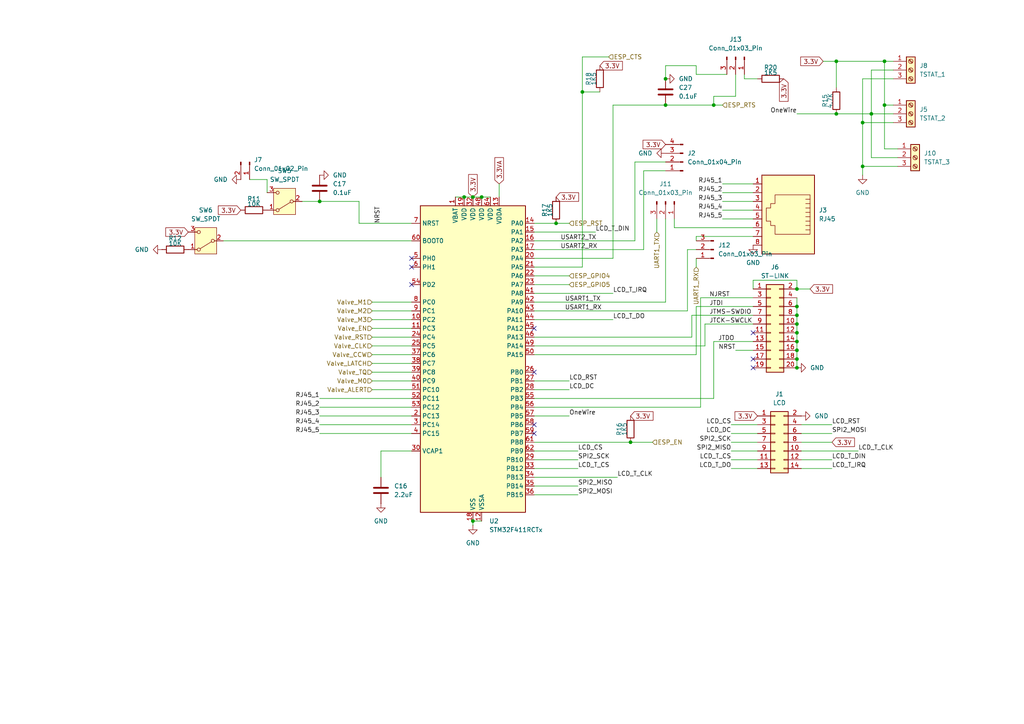
<source format=kicad_sch>
(kicad_sch
	(version 20231120)
	(generator "eeschema")
	(generator_version "8.0")
	(uuid "8a3fa10b-52cb-4581-af7e-625948641e66")
	(paper "A4")
	(lib_symbols
		(symbol "Connector:Conn_01x02_Pin"
			(pin_names
				(offset 1.016) hide)
			(exclude_from_sim no)
			(in_bom yes)
			(on_board yes)
			(property "Reference" "J"
				(at 0 2.54 0)
				(effects
					(font
						(size 1.27 1.27)
					)
				)
			)
			(property "Value" "Conn_01x02_Pin"
				(at 0 -5.08 0)
				(effects
					(font
						(size 1.27 1.27)
					)
				)
			)
			(property "Footprint" ""
				(at 0 0 0)
				(effects
					(font
						(size 1.27 1.27)
					)
					(hide yes)
				)
			)
			(property "Datasheet" "~"
				(at 0 0 0)
				(effects
					(font
						(size 1.27 1.27)
					)
					(hide yes)
				)
			)
			(property "Description" "Generic connector, single row, 01x02, script generated"
				(at 0 0 0)
				(effects
					(font
						(size 1.27 1.27)
					)
					(hide yes)
				)
			)
			(property "ki_locked" ""
				(at 0 0 0)
				(effects
					(font
						(size 1.27 1.27)
					)
				)
			)
			(property "ki_keywords" "connector"
				(at 0 0 0)
				(effects
					(font
						(size 1.27 1.27)
					)
					(hide yes)
				)
			)
			(property "ki_fp_filters" "Connector*:*_1x??_*"
				(at 0 0 0)
				(effects
					(font
						(size 1.27 1.27)
					)
					(hide yes)
				)
			)
			(symbol "Conn_01x02_Pin_1_1"
				(polyline
					(pts
						(xy 1.27 -2.54) (xy 0.8636 -2.54)
					)
					(stroke
						(width 0.1524)
						(type default)
					)
					(fill
						(type none)
					)
				)
				(polyline
					(pts
						(xy 1.27 0) (xy 0.8636 0)
					)
					(stroke
						(width 0.1524)
						(type default)
					)
					(fill
						(type none)
					)
				)
				(rectangle
					(start 0.8636 -2.413)
					(end 0 -2.667)
					(stroke
						(width 0.1524)
						(type default)
					)
					(fill
						(type outline)
					)
				)
				(rectangle
					(start 0.8636 0.127)
					(end 0 -0.127)
					(stroke
						(width 0.1524)
						(type default)
					)
					(fill
						(type outline)
					)
				)
				(pin passive line
					(at 5.08 0 180)
					(length 3.81)
					(name "Pin_1"
						(effects
							(font
								(size 1.27 1.27)
							)
						)
					)
					(number "1"
						(effects
							(font
								(size 1.27 1.27)
							)
						)
					)
				)
				(pin passive line
					(at 5.08 -2.54 180)
					(length 3.81)
					(name "Pin_2"
						(effects
							(font
								(size 1.27 1.27)
							)
						)
					)
					(number "2"
						(effects
							(font
								(size 1.27 1.27)
							)
						)
					)
				)
			)
		)
		(symbol "Connector:Conn_01x03_Pin"
			(pin_names
				(offset 1.016) hide)
			(exclude_from_sim no)
			(in_bom yes)
			(on_board yes)
			(property "Reference" "J"
				(at 0 5.08 0)
				(effects
					(font
						(size 1.27 1.27)
					)
				)
			)
			(property "Value" "Conn_01x03_Pin"
				(at 0 -5.08 0)
				(effects
					(font
						(size 1.27 1.27)
					)
				)
			)
			(property "Footprint" ""
				(at 0 0 0)
				(effects
					(font
						(size 1.27 1.27)
					)
					(hide yes)
				)
			)
			(property "Datasheet" "~"
				(at 0 0 0)
				(effects
					(font
						(size 1.27 1.27)
					)
					(hide yes)
				)
			)
			(property "Description" "Generic connector, single row, 01x03, script generated"
				(at 0 0 0)
				(effects
					(font
						(size 1.27 1.27)
					)
					(hide yes)
				)
			)
			(property "ki_locked" ""
				(at 0 0 0)
				(effects
					(font
						(size 1.27 1.27)
					)
				)
			)
			(property "ki_keywords" "connector"
				(at 0 0 0)
				(effects
					(font
						(size 1.27 1.27)
					)
					(hide yes)
				)
			)
			(property "ki_fp_filters" "Connector*:*_1x??_*"
				(at 0 0 0)
				(effects
					(font
						(size 1.27 1.27)
					)
					(hide yes)
				)
			)
			(symbol "Conn_01x03_Pin_1_1"
				(polyline
					(pts
						(xy 1.27 -2.54) (xy 0.8636 -2.54)
					)
					(stroke
						(width 0.1524)
						(type default)
					)
					(fill
						(type none)
					)
				)
				(polyline
					(pts
						(xy 1.27 0) (xy 0.8636 0)
					)
					(stroke
						(width 0.1524)
						(type default)
					)
					(fill
						(type none)
					)
				)
				(polyline
					(pts
						(xy 1.27 2.54) (xy 0.8636 2.54)
					)
					(stroke
						(width 0.1524)
						(type default)
					)
					(fill
						(type none)
					)
				)
				(rectangle
					(start 0.8636 -2.413)
					(end 0 -2.667)
					(stroke
						(width 0.1524)
						(type default)
					)
					(fill
						(type outline)
					)
				)
				(rectangle
					(start 0.8636 0.127)
					(end 0 -0.127)
					(stroke
						(width 0.1524)
						(type default)
					)
					(fill
						(type outline)
					)
				)
				(rectangle
					(start 0.8636 2.667)
					(end 0 2.413)
					(stroke
						(width 0.1524)
						(type default)
					)
					(fill
						(type outline)
					)
				)
				(pin passive line
					(at 5.08 2.54 180)
					(length 3.81)
					(name "Pin_1"
						(effects
							(font
								(size 1.27 1.27)
							)
						)
					)
					(number "1"
						(effects
							(font
								(size 1.27 1.27)
							)
						)
					)
				)
				(pin passive line
					(at 5.08 0 180)
					(length 3.81)
					(name "Pin_2"
						(effects
							(font
								(size 1.27 1.27)
							)
						)
					)
					(number "2"
						(effects
							(font
								(size 1.27 1.27)
							)
						)
					)
				)
				(pin passive line
					(at 5.08 -2.54 180)
					(length 3.81)
					(name "Pin_3"
						(effects
							(font
								(size 1.27 1.27)
							)
						)
					)
					(number "3"
						(effects
							(font
								(size 1.27 1.27)
							)
						)
					)
				)
			)
		)
		(symbol "Connector:Conn_01x04_Pin"
			(pin_names
				(offset 1.016) hide)
			(exclude_from_sim no)
			(in_bom yes)
			(on_board yes)
			(property "Reference" "J"
				(at 0 5.08 0)
				(effects
					(font
						(size 1.27 1.27)
					)
				)
			)
			(property "Value" "Conn_01x04_Pin"
				(at 0 -7.62 0)
				(effects
					(font
						(size 1.27 1.27)
					)
				)
			)
			(property "Footprint" ""
				(at 0 0 0)
				(effects
					(font
						(size 1.27 1.27)
					)
					(hide yes)
				)
			)
			(property "Datasheet" "~"
				(at 0 0 0)
				(effects
					(font
						(size 1.27 1.27)
					)
					(hide yes)
				)
			)
			(property "Description" "Generic connector, single row, 01x04, script generated"
				(at 0 0 0)
				(effects
					(font
						(size 1.27 1.27)
					)
					(hide yes)
				)
			)
			(property "ki_locked" ""
				(at 0 0 0)
				(effects
					(font
						(size 1.27 1.27)
					)
				)
			)
			(property "ki_keywords" "connector"
				(at 0 0 0)
				(effects
					(font
						(size 1.27 1.27)
					)
					(hide yes)
				)
			)
			(property "ki_fp_filters" "Connector*:*_1x??_*"
				(at 0 0 0)
				(effects
					(font
						(size 1.27 1.27)
					)
					(hide yes)
				)
			)
			(symbol "Conn_01x04_Pin_1_1"
				(polyline
					(pts
						(xy 1.27 -5.08) (xy 0.8636 -5.08)
					)
					(stroke
						(width 0.1524)
						(type default)
					)
					(fill
						(type none)
					)
				)
				(polyline
					(pts
						(xy 1.27 -2.54) (xy 0.8636 -2.54)
					)
					(stroke
						(width 0.1524)
						(type default)
					)
					(fill
						(type none)
					)
				)
				(polyline
					(pts
						(xy 1.27 0) (xy 0.8636 0)
					)
					(stroke
						(width 0.1524)
						(type default)
					)
					(fill
						(type none)
					)
				)
				(polyline
					(pts
						(xy 1.27 2.54) (xy 0.8636 2.54)
					)
					(stroke
						(width 0.1524)
						(type default)
					)
					(fill
						(type none)
					)
				)
				(rectangle
					(start 0.8636 -4.953)
					(end 0 -5.207)
					(stroke
						(width 0.1524)
						(type default)
					)
					(fill
						(type outline)
					)
				)
				(rectangle
					(start 0.8636 -2.413)
					(end 0 -2.667)
					(stroke
						(width 0.1524)
						(type default)
					)
					(fill
						(type outline)
					)
				)
				(rectangle
					(start 0.8636 0.127)
					(end 0 -0.127)
					(stroke
						(width 0.1524)
						(type default)
					)
					(fill
						(type outline)
					)
				)
				(rectangle
					(start 0.8636 2.667)
					(end 0 2.413)
					(stroke
						(width 0.1524)
						(type default)
					)
					(fill
						(type outline)
					)
				)
				(pin passive line
					(at 5.08 2.54 180)
					(length 3.81)
					(name "Pin_1"
						(effects
							(font
								(size 1.27 1.27)
							)
						)
					)
					(number "1"
						(effects
							(font
								(size 1.27 1.27)
							)
						)
					)
				)
				(pin passive line
					(at 5.08 0 180)
					(length 3.81)
					(name "Pin_2"
						(effects
							(font
								(size 1.27 1.27)
							)
						)
					)
					(number "2"
						(effects
							(font
								(size 1.27 1.27)
							)
						)
					)
				)
				(pin passive line
					(at 5.08 -2.54 180)
					(length 3.81)
					(name "Pin_3"
						(effects
							(font
								(size 1.27 1.27)
							)
						)
					)
					(number "3"
						(effects
							(font
								(size 1.27 1.27)
							)
						)
					)
				)
				(pin passive line
					(at 5.08 -5.08 180)
					(length 3.81)
					(name "Pin_4"
						(effects
							(font
								(size 1.27 1.27)
							)
						)
					)
					(number "4"
						(effects
							(font
								(size 1.27 1.27)
							)
						)
					)
				)
			)
		)
		(symbol "Connector:RJ45"
			(pin_names
				(offset 1.016)
			)
			(exclude_from_sim no)
			(in_bom yes)
			(on_board yes)
			(property "Reference" "J"
				(at -5.08 13.97 0)
				(effects
					(font
						(size 1.27 1.27)
					)
					(justify right)
				)
			)
			(property "Value" "RJ45"
				(at 2.54 13.97 0)
				(effects
					(font
						(size 1.27 1.27)
					)
					(justify left)
				)
			)
			(property "Footprint" ""
				(at 0 0.635 90)
				(effects
					(font
						(size 1.27 1.27)
					)
					(hide yes)
				)
			)
			(property "Datasheet" "~"
				(at 0 0.635 90)
				(effects
					(font
						(size 1.27 1.27)
					)
					(hide yes)
				)
			)
			(property "Description" "RJ connector, 8P8C (8 positions 8 connected)"
				(at 0 0 0)
				(effects
					(font
						(size 1.27 1.27)
					)
					(hide yes)
				)
			)
			(property "ki_keywords" "8P8C RJ socket connector"
				(at 0 0 0)
				(effects
					(font
						(size 1.27 1.27)
					)
					(hide yes)
				)
			)
			(property "ki_fp_filters" "8P8C* RJ31* RJ32* RJ33* RJ34* RJ35* RJ41* RJ45* RJ49* RJ61*"
				(at 0 0 0)
				(effects
					(font
						(size 1.27 1.27)
					)
					(hide yes)
				)
			)
			(symbol "RJ45_0_1"
				(polyline
					(pts
						(xy -5.08 4.445) (xy -6.35 4.445)
					)
					(stroke
						(width 0)
						(type default)
					)
					(fill
						(type none)
					)
				)
				(polyline
					(pts
						(xy -5.08 5.715) (xy -6.35 5.715)
					)
					(stroke
						(width 0)
						(type default)
					)
					(fill
						(type none)
					)
				)
				(polyline
					(pts
						(xy -6.35 -3.175) (xy -5.08 -3.175) (xy -5.08 -3.175)
					)
					(stroke
						(width 0)
						(type default)
					)
					(fill
						(type none)
					)
				)
				(polyline
					(pts
						(xy -6.35 -1.905) (xy -5.08 -1.905) (xy -5.08 -1.905)
					)
					(stroke
						(width 0)
						(type default)
					)
					(fill
						(type none)
					)
				)
				(polyline
					(pts
						(xy -6.35 -0.635) (xy -5.08 -0.635) (xy -5.08 -0.635)
					)
					(stroke
						(width 0)
						(type default)
					)
					(fill
						(type none)
					)
				)
				(polyline
					(pts
						(xy -6.35 0.635) (xy -5.08 0.635) (xy -5.08 0.635)
					)
					(stroke
						(width 0)
						(type default)
					)
					(fill
						(type none)
					)
				)
				(polyline
					(pts
						(xy -6.35 1.905) (xy -5.08 1.905) (xy -5.08 1.905)
					)
					(stroke
						(width 0)
						(type default)
					)
					(fill
						(type none)
					)
				)
				(polyline
					(pts
						(xy -5.08 3.175) (xy -6.35 3.175) (xy -6.35 3.175)
					)
					(stroke
						(width 0)
						(type default)
					)
					(fill
						(type none)
					)
				)
				(polyline
					(pts
						(xy -6.35 -4.445) (xy -6.35 6.985) (xy 3.81 6.985) (xy 3.81 4.445) (xy 5.08 4.445) (xy 5.08 3.175)
						(xy 6.35 3.175) (xy 6.35 -0.635) (xy 5.08 -0.635) (xy 5.08 -1.905) (xy 3.81 -1.905) (xy 3.81 -4.445)
						(xy -6.35 -4.445) (xy -6.35 -4.445)
					)
					(stroke
						(width 0)
						(type default)
					)
					(fill
						(type none)
					)
				)
				(rectangle
					(start 7.62 12.7)
					(end -7.62 -10.16)
					(stroke
						(width 0.254)
						(type default)
					)
					(fill
						(type background)
					)
				)
			)
			(symbol "RJ45_1_1"
				(pin passive line
					(at 10.16 -7.62 180)
					(length 2.54)
					(name "~"
						(effects
							(font
								(size 1.27 1.27)
							)
						)
					)
					(number "1"
						(effects
							(font
								(size 1.27 1.27)
							)
						)
					)
				)
				(pin passive line
					(at 10.16 -5.08 180)
					(length 2.54)
					(name "~"
						(effects
							(font
								(size 1.27 1.27)
							)
						)
					)
					(number "2"
						(effects
							(font
								(size 1.27 1.27)
							)
						)
					)
				)
				(pin passive line
					(at 10.16 -2.54 180)
					(length 2.54)
					(name "~"
						(effects
							(font
								(size 1.27 1.27)
							)
						)
					)
					(number "3"
						(effects
							(font
								(size 1.27 1.27)
							)
						)
					)
				)
				(pin passive line
					(at 10.16 0 180)
					(length 2.54)
					(name "~"
						(effects
							(font
								(size 1.27 1.27)
							)
						)
					)
					(number "4"
						(effects
							(font
								(size 1.27 1.27)
							)
						)
					)
				)
				(pin passive line
					(at 10.16 2.54 180)
					(length 2.54)
					(name "~"
						(effects
							(font
								(size 1.27 1.27)
							)
						)
					)
					(number "5"
						(effects
							(font
								(size 1.27 1.27)
							)
						)
					)
				)
				(pin passive line
					(at 10.16 5.08 180)
					(length 2.54)
					(name "~"
						(effects
							(font
								(size 1.27 1.27)
							)
						)
					)
					(number "6"
						(effects
							(font
								(size 1.27 1.27)
							)
						)
					)
				)
				(pin passive line
					(at 10.16 7.62 180)
					(length 2.54)
					(name "~"
						(effects
							(font
								(size 1.27 1.27)
							)
						)
					)
					(number "7"
						(effects
							(font
								(size 1.27 1.27)
							)
						)
					)
				)
				(pin passive line
					(at 10.16 10.16 180)
					(length 2.54)
					(name "~"
						(effects
							(font
								(size 1.27 1.27)
							)
						)
					)
					(number "8"
						(effects
							(font
								(size 1.27 1.27)
							)
						)
					)
				)
			)
		)
		(symbol "Connector:Screw_Terminal_01x03"
			(pin_names
				(offset 1.016) hide)
			(exclude_from_sim no)
			(in_bom yes)
			(on_board yes)
			(property "Reference" "J"
				(at 0 5.08 0)
				(effects
					(font
						(size 1.27 1.27)
					)
				)
			)
			(property "Value" "Screw_Terminal_01x03"
				(at 0 -5.08 0)
				(effects
					(font
						(size 1.27 1.27)
					)
				)
			)
			(property "Footprint" ""
				(at 0 0 0)
				(effects
					(font
						(size 1.27 1.27)
					)
					(hide yes)
				)
			)
			(property "Datasheet" "~"
				(at 0 0 0)
				(effects
					(font
						(size 1.27 1.27)
					)
					(hide yes)
				)
			)
			(property "Description" "Generic screw terminal, single row, 01x03, script generated (kicad-library-utils/schlib/autogen/connector/)"
				(at 0 0 0)
				(effects
					(font
						(size 1.27 1.27)
					)
					(hide yes)
				)
			)
			(property "ki_keywords" "screw terminal"
				(at 0 0 0)
				(effects
					(font
						(size 1.27 1.27)
					)
					(hide yes)
				)
			)
			(property "ki_fp_filters" "TerminalBlock*:*"
				(at 0 0 0)
				(effects
					(font
						(size 1.27 1.27)
					)
					(hide yes)
				)
			)
			(symbol "Screw_Terminal_01x03_1_1"
				(rectangle
					(start -1.27 3.81)
					(end 1.27 -3.81)
					(stroke
						(width 0.254)
						(type default)
					)
					(fill
						(type background)
					)
				)
				(circle
					(center 0 -2.54)
					(radius 0.635)
					(stroke
						(width 0.1524)
						(type default)
					)
					(fill
						(type none)
					)
				)
				(polyline
					(pts
						(xy -0.5334 -2.2098) (xy 0.3302 -3.048)
					)
					(stroke
						(width 0.1524)
						(type default)
					)
					(fill
						(type none)
					)
				)
				(polyline
					(pts
						(xy -0.5334 0.3302) (xy 0.3302 -0.508)
					)
					(stroke
						(width 0.1524)
						(type default)
					)
					(fill
						(type none)
					)
				)
				(polyline
					(pts
						(xy -0.5334 2.8702) (xy 0.3302 2.032)
					)
					(stroke
						(width 0.1524)
						(type default)
					)
					(fill
						(type none)
					)
				)
				(polyline
					(pts
						(xy -0.3556 -2.032) (xy 0.508 -2.8702)
					)
					(stroke
						(width 0.1524)
						(type default)
					)
					(fill
						(type none)
					)
				)
				(polyline
					(pts
						(xy -0.3556 0.508) (xy 0.508 -0.3302)
					)
					(stroke
						(width 0.1524)
						(type default)
					)
					(fill
						(type none)
					)
				)
				(polyline
					(pts
						(xy -0.3556 3.048) (xy 0.508 2.2098)
					)
					(stroke
						(width 0.1524)
						(type default)
					)
					(fill
						(type none)
					)
				)
				(circle
					(center 0 0)
					(radius 0.635)
					(stroke
						(width 0.1524)
						(type default)
					)
					(fill
						(type none)
					)
				)
				(circle
					(center 0 2.54)
					(radius 0.635)
					(stroke
						(width 0.1524)
						(type default)
					)
					(fill
						(type none)
					)
				)
				(pin passive line
					(at -5.08 2.54 0)
					(length 3.81)
					(name "Pin_1"
						(effects
							(font
								(size 1.27 1.27)
							)
						)
					)
					(number "1"
						(effects
							(font
								(size 1.27 1.27)
							)
						)
					)
				)
				(pin passive line
					(at -5.08 0 0)
					(length 3.81)
					(name "Pin_2"
						(effects
							(font
								(size 1.27 1.27)
							)
						)
					)
					(number "2"
						(effects
							(font
								(size 1.27 1.27)
							)
						)
					)
				)
				(pin passive line
					(at -5.08 -2.54 0)
					(length 3.81)
					(name "Pin_3"
						(effects
							(font
								(size 1.27 1.27)
							)
						)
					)
					(number "3"
						(effects
							(font
								(size 1.27 1.27)
							)
						)
					)
				)
			)
		)
		(symbol "Connector_Generic:Conn_02x07_Odd_Even"
			(pin_names
				(offset 1.016) hide)
			(exclude_from_sim no)
			(in_bom yes)
			(on_board yes)
			(property "Reference" "J"
				(at 1.27 10.16 0)
				(effects
					(font
						(size 1.27 1.27)
					)
				)
			)
			(property "Value" "Conn_02x07_Odd_Even"
				(at 1.27 -10.16 0)
				(effects
					(font
						(size 1.27 1.27)
					)
				)
			)
			(property "Footprint" ""
				(at 0 0 0)
				(effects
					(font
						(size 1.27 1.27)
					)
					(hide yes)
				)
			)
			(property "Datasheet" "~"
				(at 0 0 0)
				(effects
					(font
						(size 1.27 1.27)
					)
					(hide yes)
				)
			)
			(property "Description" "Generic connector, double row, 02x07, odd/even pin numbering scheme (row 1 odd numbers, row 2 even numbers), script generated (kicad-library-utils/schlib/autogen/connector/)"
				(at 0 0 0)
				(effects
					(font
						(size 1.27 1.27)
					)
					(hide yes)
				)
			)
			(property "ki_keywords" "connector"
				(at 0 0 0)
				(effects
					(font
						(size 1.27 1.27)
					)
					(hide yes)
				)
			)
			(property "ki_fp_filters" "Connector*:*_2x??_*"
				(at 0 0 0)
				(effects
					(font
						(size 1.27 1.27)
					)
					(hide yes)
				)
			)
			(symbol "Conn_02x07_Odd_Even_1_1"
				(rectangle
					(start -1.27 -7.493)
					(end 0 -7.747)
					(stroke
						(width 0.1524)
						(type default)
					)
					(fill
						(type none)
					)
				)
				(rectangle
					(start -1.27 -4.953)
					(end 0 -5.207)
					(stroke
						(width 0.1524)
						(type default)
					)
					(fill
						(type none)
					)
				)
				(rectangle
					(start -1.27 -2.413)
					(end 0 -2.667)
					(stroke
						(width 0.1524)
						(type default)
					)
					(fill
						(type none)
					)
				)
				(rectangle
					(start -1.27 0.127)
					(end 0 -0.127)
					(stroke
						(width 0.1524)
						(type default)
					)
					(fill
						(type none)
					)
				)
				(rectangle
					(start -1.27 2.667)
					(end 0 2.413)
					(stroke
						(width 0.1524)
						(type default)
					)
					(fill
						(type none)
					)
				)
				(rectangle
					(start -1.27 5.207)
					(end 0 4.953)
					(stroke
						(width 0.1524)
						(type default)
					)
					(fill
						(type none)
					)
				)
				(rectangle
					(start -1.27 7.747)
					(end 0 7.493)
					(stroke
						(width 0.1524)
						(type default)
					)
					(fill
						(type none)
					)
				)
				(rectangle
					(start -1.27 8.89)
					(end 3.81 -8.89)
					(stroke
						(width 0.254)
						(type default)
					)
					(fill
						(type background)
					)
				)
				(rectangle
					(start 3.81 -7.493)
					(end 2.54 -7.747)
					(stroke
						(width 0.1524)
						(type default)
					)
					(fill
						(type none)
					)
				)
				(rectangle
					(start 3.81 -4.953)
					(end 2.54 -5.207)
					(stroke
						(width 0.1524)
						(type default)
					)
					(fill
						(type none)
					)
				)
				(rectangle
					(start 3.81 -2.413)
					(end 2.54 -2.667)
					(stroke
						(width 0.1524)
						(type default)
					)
					(fill
						(type none)
					)
				)
				(rectangle
					(start 3.81 0.127)
					(end 2.54 -0.127)
					(stroke
						(width 0.1524)
						(type default)
					)
					(fill
						(type none)
					)
				)
				(rectangle
					(start 3.81 2.667)
					(end 2.54 2.413)
					(stroke
						(width 0.1524)
						(type default)
					)
					(fill
						(type none)
					)
				)
				(rectangle
					(start 3.81 5.207)
					(end 2.54 4.953)
					(stroke
						(width 0.1524)
						(type default)
					)
					(fill
						(type none)
					)
				)
				(rectangle
					(start 3.81 7.747)
					(end 2.54 7.493)
					(stroke
						(width 0.1524)
						(type default)
					)
					(fill
						(type none)
					)
				)
				(pin passive line
					(at -5.08 7.62 0)
					(length 3.81)
					(name "Pin_1"
						(effects
							(font
								(size 1.27 1.27)
							)
						)
					)
					(number "1"
						(effects
							(font
								(size 1.27 1.27)
							)
						)
					)
				)
				(pin passive line
					(at 7.62 -2.54 180)
					(length 3.81)
					(name "Pin_10"
						(effects
							(font
								(size 1.27 1.27)
							)
						)
					)
					(number "10"
						(effects
							(font
								(size 1.27 1.27)
							)
						)
					)
				)
				(pin passive line
					(at -5.08 -5.08 0)
					(length 3.81)
					(name "Pin_11"
						(effects
							(font
								(size 1.27 1.27)
							)
						)
					)
					(number "11"
						(effects
							(font
								(size 1.27 1.27)
							)
						)
					)
				)
				(pin passive line
					(at 7.62 -5.08 180)
					(length 3.81)
					(name "Pin_12"
						(effects
							(font
								(size 1.27 1.27)
							)
						)
					)
					(number "12"
						(effects
							(font
								(size 1.27 1.27)
							)
						)
					)
				)
				(pin passive line
					(at -5.08 -7.62 0)
					(length 3.81)
					(name "Pin_13"
						(effects
							(font
								(size 1.27 1.27)
							)
						)
					)
					(number "13"
						(effects
							(font
								(size 1.27 1.27)
							)
						)
					)
				)
				(pin passive line
					(at 7.62 -7.62 180)
					(length 3.81)
					(name "Pin_14"
						(effects
							(font
								(size 1.27 1.27)
							)
						)
					)
					(number "14"
						(effects
							(font
								(size 1.27 1.27)
							)
						)
					)
				)
				(pin passive line
					(at 7.62 7.62 180)
					(length 3.81)
					(name "Pin_2"
						(effects
							(font
								(size 1.27 1.27)
							)
						)
					)
					(number "2"
						(effects
							(font
								(size 1.27 1.27)
							)
						)
					)
				)
				(pin passive line
					(at -5.08 5.08 0)
					(length 3.81)
					(name "Pin_3"
						(effects
							(font
								(size 1.27 1.27)
							)
						)
					)
					(number "3"
						(effects
							(font
								(size 1.27 1.27)
							)
						)
					)
				)
				(pin passive line
					(at 7.62 5.08 180)
					(length 3.81)
					(name "Pin_4"
						(effects
							(font
								(size 1.27 1.27)
							)
						)
					)
					(number "4"
						(effects
							(font
								(size 1.27 1.27)
							)
						)
					)
				)
				(pin passive line
					(at -5.08 2.54 0)
					(length 3.81)
					(name "Pin_5"
						(effects
							(font
								(size 1.27 1.27)
							)
						)
					)
					(number "5"
						(effects
							(font
								(size 1.27 1.27)
							)
						)
					)
				)
				(pin passive line
					(at 7.62 2.54 180)
					(length 3.81)
					(name "Pin_6"
						(effects
							(font
								(size 1.27 1.27)
							)
						)
					)
					(number "6"
						(effects
							(font
								(size 1.27 1.27)
							)
						)
					)
				)
				(pin passive line
					(at -5.08 0 0)
					(length 3.81)
					(name "Pin_7"
						(effects
							(font
								(size 1.27 1.27)
							)
						)
					)
					(number "7"
						(effects
							(font
								(size 1.27 1.27)
							)
						)
					)
				)
				(pin passive line
					(at 7.62 0 180)
					(length 3.81)
					(name "Pin_8"
						(effects
							(font
								(size 1.27 1.27)
							)
						)
					)
					(number "8"
						(effects
							(font
								(size 1.27 1.27)
							)
						)
					)
				)
				(pin passive line
					(at -5.08 -2.54 0)
					(length 3.81)
					(name "Pin_9"
						(effects
							(font
								(size 1.27 1.27)
							)
						)
					)
					(number "9"
						(effects
							(font
								(size 1.27 1.27)
							)
						)
					)
				)
			)
		)
		(symbol "Connector_Generic:Conn_02x10_Odd_Even"
			(pin_names
				(offset 1.016) hide)
			(exclude_from_sim no)
			(in_bom yes)
			(on_board yes)
			(property "Reference" "J"
				(at 1.27 12.7 0)
				(effects
					(font
						(size 1.27 1.27)
					)
				)
			)
			(property "Value" "Conn_02x10_Odd_Even"
				(at 1.27 -15.24 0)
				(effects
					(font
						(size 1.27 1.27)
					)
				)
			)
			(property "Footprint" ""
				(at 0 0 0)
				(effects
					(font
						(size 1.27 1.27)
					)
					(hide yes)
				)
			)
			(property "Datasheet" "~"
				(at 0 0 0)
				(effects
					(font
						(size 1.27 1.27)
					)
					(hide yes)
				)
			)
			(property "Description" "Generic connector, double row, 02x10, odd/even pin numbering scheme (row 1 odd numbers, row 2 even numbers), script generated (kicad-library-utils/schlib/autogen/connector/)"
				(at 0 0 0)
				(effects
					(font
						(size 1.27 1.27)
					)
					(hide yes)
				)
			)
			(property "ki_keywords" "connector"
				(at 0 0 0)
				(effects
					(font
						(size 1.27 1.27)
					)
					(hide yes)
				)
			)
			(property "ki_fp_filters" "Connector*:*_2x??_*"
				(at 0 0 0)
				(effects
					(font
						(size 1.27 1.27)
					)
					(hide yes)
				)
			)
			(symbol "Conn_02x10_Odd_Even_1_1"
				(rectangle
					(start -1.27 -12.573)
					(end 0 -12.827)
					(stroke
						(width 0.1524)
						(type default)
					)
					(fill
						(type none)
					)
				)
				(rectangle
					(start -1.27 -10.033)
					(end 0 -10.287)
					(stroke
						(width 0.1524)
						(type default)
					)
					(fill
						(type none)
					)
				)
				(rectangle
					(start -1.27 -7.493)
					(end 0 -7.747)
					(stroke
						(width 0.1524)
						(type default)
					)
					(fill
						(type none)
					)
				)
				(rectangle
					(start -1.27 -4.953)
					(end 0 -5.207)
					(stroke
						(width 0.1524)
						(type default)
					)
					(fill
						(type none)
					)
				)
				(rectangle
					(start -1.27 -2.413)
					(end 0 -2.667)
					(stroke
						(width 0.1524)
						(type default)
					)
					(fill
						(type none)
					)
				)
				(rectangle
					(start -1.27 0.127)
					(end 0 -0.127)
					(stroke
						(width 0.1524)
						(type default)
					)
					(fill
						(type none)
					)
				)
				(rectangle
					(start -1.27 2.667)
					(end 0 2.413)
					(stroke
						(width 0.1524)
						(type default)
					)
					(fill
						(type none)
					)
				)
				(rectangle
					(start -1.27 5.207)
					(end 0 4.953)
					(stroke
						(width 0.1524)
						(type default)
					)
					(fill
						(type none)
					)
				)
				(rectangle
					(start -1.27 7.747)
					(end 0 7.493)
					(stroke
						(width 0.1524)
						(type default)
					)
					(fill
						(type none)
					)
				)
				(rectangle
					(start -1.27 10.287)
					(end 0 10.033)
					(stroke
						(width 0.1524)
						(type default)
					)
					(fill
						(type none)
					)
				)
				(rectangle
					(start -1.27 11.43)
					(end 3.81 -13.97)
					(stroke
						(width 0.254)
						(type default)
					)
					(fill
						(type background)
					)
				)
				(rectangle
					(start 3.81 -12.573)
					(end 2.54 -12.827)
					(stroke
						(width 0.1524)
						(type default)
					)
					(fill
						(type none)
					)
				)
				(rectangle
					(start 3.81 -10.033)
					(end 2.54 -10.287)
					(stroke
						(width 0.1524)
						(type default)
					)
					(fill
						(type none)
					)
				)
				(rectangle
					(start 3.81 -7.493)
					(end 2.54 -7.747)
					(stroke
						(width 0.1524)
						(type default)
					)
					(fill
						(type none)
					)
				)
				(rectangle
					(start 3.81 -4.953)
					(end 2.54 -5.207)
					(stroke
						(width 0.1524)
						(type default)
					)
					(fill
						(type none)
					)
				)
				(rectangle
					(start 3.81 -2.413)
					(end 2.54 -2.667)
					(stroke
						(width 0.1524)
						(type default)
					)
					(fill
						(type none)
					)
				)
				(rectangle
					(start 3.81 0.127)
					(end 2.54 -0.127)
					(stroke
						(width 0.1524)
						(type default)
					)
					(fill
						(type none)
					)
				)
				(rectangle
					(start 3.81 2.667)
					(end 2.54 2.413)
					(stroke
						(width 0.1524)
						(type default)
					)
					(fill
						(type none)
					)
				)
				(rectangle
					(start 3.81 5.207)
					(end 2.54 4.953)
					(stroke
						(width 0.1524)
						(type default)
					)
					(fill
						(type none)
					)
				)
				(rectangle
					(start 3.81 7.747)
					(end 2.54 7.493)
					(stroke
						(width 0.1524)
						(type default)
					)
					(fill
						(type none)
					)
				)
				(rectangle
					(start 3.81 10.287)
					(end 2.54 10.033)
					(stroke
						(width 0.1524)
						(type default)
					)
					(fill
						(type none)
					)
				)
				(pin passive line
					(at -5.08 10.16 0)
					(length 3.81)
					(name "Pin_1"
						(effects
							(font
								(size 1.27 1.27)
							)
						)
					)
					(number "1"
						(effects
							(font
								(size 1.27 1.27)
							)
						)
					)
				)
				(pin passive line
					(at 7.62 0 180)
					(length 3.81)
					(name "Pin_10"
						(effects
							(font
								(size 1.27 1.27)
							)
						)
					)
					(number "10"
						(effects
							(font
								(size 1.27 1.27)
							)
						)
					)
				)
				(pin passive line
					(at -5.08 -2.54 0)
					(length 3.81)
					(name "Pin_11"
						(effects
							(font
								(size 1.27 1.27)
							)
						)
					)
					(number "11"
						(effects
							(font
								(size 1.27 1.27)
							)
						)
					)
				)
				(pin passive line
					(at 7.62 -2.54 180)
					(length 3.81)
					(name "Pin_12"
						(effects
							(font
								(size 1.27 1.27)
							)
						)
					)
					(number "12"
						(effects
							(font
								(size 1.27 1.27)
							)
						)
					)
				)
				(pin passive line
					(at -5.08 -5.08 0)
					(length 3.81)
					(name "Pin_13"
						(effects
							(font
								(size 1.27 1.27)
							)
						)
					)
					(number "13"
						(effects
							(font
								(size 1.27 1.27)
							)
						)
					)
				)
				(pin passive line
					(at 7.62 -5.08 180)
					(length 3.81)
					(name "Pin_14"
						(effects
							(font
								(size 1.27 1.27)
							)
						)
					)
					(number "14"
						(effects
							(font
								(size 1.27 1.27)
							)
						)
					)
				)
				(pin passive line
					(at -5.08 -7.62 0)
					(length 3.81)
					(name "Pin_15"
						(effects
							(font
								(size 1.27 1.27)
							)
						)
					)
					(number "15"
						(effects
							(font
								(size 1.27 1.27)
							)
						)
					)
				)
				(pin passive line
					(at 7.62 -7.62 180)
					(length 3.81)
					(name "Pin_16"
						(effects
							(font
								(size 1.27 1.27)
							)
						)
					)
					(number "16"
						(effects
							(font
								(size 1.27 1.27)
							)
						)
					)
				)
				(pin passive line
					(at -5.08 -10.16 0)
					(length 3.81)
					(name "Pin_17"
						(effects
							(font
								(size 1.27 1.27)
							)
						)
					)
					(number "17"
						(effects
							(font
								(size 1.27 1.27)
							)
						)
					)
				)
				(pin passive line
					(at 7.62 -10.16 180)
					(length 3.81)
					(name "Pin_18"
						(effects
							(font
								(size 1.27 1.27)
							)
						)
					)
					(number "18"
						(effects
							(font
								(size 1.27 1.27)
							)
						)
					)
				)
				(pin passive line
					(at -5.08 -12.7 0)
					(length 3.81)
					(name "Pin_19"
						(effects
							(font
								(size 1.27 1.27)
							)
						)
					)
					(number "19"
						(effects
							(font
								(size 1.27 1.27)
							)
						)
					)
				)
				(pin passive line
					(at 7.62 10.16 180)
					(length 3.81)
					(name "Pin_2"
						(effects
							(font
								(size 1.27 1.27)
							)
						)
					)
					(number "2"
						(effects
							(font
								(size 1.27 1.27)
							)
						)
					)
				)
				(pin passive line
					(at 7.62 -12.7 180)
					(length 3.81)
					(name "Pin_20"
						(effects
							(font
								(size 1.27 1.27)
							)
						)
					)
					(number "20"
						(effects
							(font
								(size 1.27 1.27)
							)
						)
					)
				)
				(pin passive line
					(at -5.08 7.62 0)
					(length 3.81)
					(name "Pin_3"
						(effects
							(font
								(size 1.27 1.27)
							)
						)
					)
					(number "3"
						(effects
							(font
								(size 1.27 1.27)
							)
						)
					)
				)
				(pin passive line
					(at 7.62 7.62 180)
					(length 3.81)
					(name "Pin_4"
						(effects
							(font
								(size 1.27 1.27)
							)
						)
					)
					(number "4"
						(effects
							(font
								(size 1.27 1.27)
							)
						)
					)
				)
				(pin passive line
					(at -5.08 5.08 0)
					(length 3.81)
					(name "Pin_5"
						(effects
							(font
								(size 1.27 1.27)
							)
						)
					)
					(number "5"
						(effects
							(font
								(size 1.27 1.27)
							)
						)
					)
				)
				(pin passive line
					(at 7.62 5.08 180)
					(length 3.81)
					(name "Pin_6"
						(effects
							(font
								(size 1.27 1.27)
							)
						)
					)
					(number "6"
						(effects
							(font
								(size 1.27 1.27)
							)
						)
					)
				)
				(pin passive line
					(at -5.08 2.54 0)
					(length 3.81)
					(name "Pin_7"
						(effects
							(font
								(size 1.27 1.27)
							)
						)
					)
					(number "7"
						(effects
							(font
								(size 1.27 1.27)
							)
						)
					)
				)
				(pin passive line
					(at 7.62 2.54 180)
					(length 3.81)
					(name "Pin_8"
						(effects
							(font
								(size 1.27 1.27)
							)
						)
					)
					(number "8"
						(effects
							(font
								(size 1.27 1.27)
							)
						)
					)
				)
				(pin passive line
					(at -5.08 0 0)
					(length 3.81)
					(name "Pin_9"
						(effects
							(font
								(size 1.27 1.27)
							)
						)
					)
					(number "9"
						(effects
							(font
								(size 1.27 1.27)
							)
						)
					)
				)
			)
		)
		(symbol "Device:C"
			(pin_numbers hide)
			(pin_names
				(offset 0.254)
			)
			(exclude_from_sim no)
			(in_bom yes)
			(on_board yes)
			(property "Reference" "C"
				(at 0.635 2.54 0)
				(effects
					(font
						(size 1.27 1.27)
					)
					(justify left)
				)
			)
			(property "Value" "C"
				(at 0.635 -2.54 0)
				(effects
					(font
						(size 1.27 1.27)
					)
					(justify left)
				)
			)
			(property "Footprint" ""
				(at 0.9652 -3.81 0)
				(effects
					(font
						(size 1.27 1.27)
					)
					(hide yes)
				)
			)
			(property "Datasheet" "~"
				(at 0 0 0)
				(effects
					(font
						(size 1.27 1.27)
					)
					(hide yes)
				)
			)
			(property "Description" "Unpolarized capacitor"
				(at 0 0 0)
				(effects
					(font
						(size 1.27 1.27)
					)
					(hide yes)
				)
			)
			(property "ki_keywords" "cap capacitor"
				(at 0 0 0)
				(effects
					(font
						(size 1.27 1.27)
					)
					(hide yes)
				)
			)
			(property "ki_fp_filters" "C_*"
				(at 0 0 0)
				(effects
					(font
						(size 1.27 1.27)
					)
					(hide yes)
				)
			)
			(symbol "C_0_1"
				(polyline
					(pts
						(xy -2.032 -0.762) (xy 2.032 -0.762)
					)
					(stroke
						(width 0.508)
						(type default)
					)
					(fill
						(type none)
					)
				)
				(polyline
					(pts
						(xy -2.032 0.762) (xy 2.032 0.762)
					)
					(stroke
						(width 0.508)
						(type default)
					)
					(fill
						(type none)
					)
				)
			)
			(symbol "C_1_1"
				(pin passive line
					(at 0 3.81 270)
					(length 2.794)
					(name "~"
						(effects
							(font
								(size 1.27 1.27)
							)
						)
					)
					(number "1"
						(effects
							(font
								(size 1.27 1.27)
							)
						)
					)
				)
				(pin passive line
					(at 0 -3.81 90)
					(length 2.794)
					(name "~"
						(effects
							(font
								(size 1.27 1.27)
							)
						)
					)
					(number "2"
						(effects
							(font
								(size 1.27 1.27)
							)
						)
					)
				)
			)
		)
		(symbol "Device:R"
			(pin_numbers hide)
			(pin_names
				(offset 0)
			)
			(exclude_from_sim no)
			(in_bom yes)
			(on_board yes)
			(property "Reference" "R"
				(at 2.032 0 90)
				(effects
					(font
						(size 1.27 1.27)
					)
				)
			)
			(property "Value" "R"
				(at 0 0 90)
				(effects
					(font
						(size 1.27 1.27)
					)
				)
			)
			(property "Footprint" ""
				(at -1.778 0 90)
				(effects
					(font
						(size 1.27 1.27)
					)
					(hide yes)
				)
			)
			(property "Datasheet" "~"
				(at 0 0 0)
				(effects
					(font
						(size 1.27 1.27)
					)
					(hide yes)
				)
			)
			(property "Description" "Resistor"
				(at 0 0 0)
				(effects
					(font
						(size 1.27 1.27)
					)
					(hide yes)
				)
			)
			(property "ki_keywords" "R res resistor"
				(at 0 0 0)
				(effects
					(font
						(size 1.27 1.27)
					)
					(hide yes)
				)
			)
			(property "ki_fp_filters" "R_*"
				(at 0 0 0)
				(effects
					(font
						(size 1.27 1.27)
					)
					(hide yes)
				)
			)
			(symbol "R_0_1"
				(rectangle
					(start -1.016 -2.54)
					(end 1.016 2.54)
					(stroke
						(width 0.254)
						(type default)
					)
					(fill
						(type none)
					)
				)
			)
			(symbol "R_1_1"
				(pin passive line
					(at 0 3.81 270)
					(length 1.27)
					(name "~"
						(effects
							(font
								(size 1.27 1.27)
							)
						)
					)
					(number "1"
						(effects
							(font
								(size 1.27 1.27)
							)
						)
					)
				)
				(pin passive line
					(at 0 -3.81 90)
					(length 1.27)
					(name "~"
						(effects
							(font
								(size 1.27 1.27)
							)
						)
					)
					(number "2"
						(effects
							(font
								(size 1.27 1.27)
							)
						)
					)
				)
			)
		)
		(symbol "MCU_ST_STM32F4:STM32F411RCTx"
			(exclude_from_sim no)
			(in_bom yes)
			(on_board yes)
			(property "Reference" "U"
				(at -15.24 46.99 0)
				(effects
					(font
						(size 1.27 1.27)
					)
					(justify left)
				)
			)
			(property "Value" "STM32F411RCTx"
				(at 10.16 46.99 0)
				(effects
					(font
						(size 1.27 1.27)
					)
					(justify left)
				)
			)
			(property "Footprint" "Package_QFP:LQFP-64_10x10mm_P0.5mm"
				(at -15.24 -43.18 0)
				(effects
					(font
						(size 1.27 1.27)
					)
					(justify right)
					(hide yes)
				)
			)
			(property "Datasheet" "https://www.st.com/resource/en/datasheet/stm32f411rc.pdf"
				(at 0 0 0)
				(effects
					(font
						(size 1.27 1.27)
					)
					(hide yes)
				)
			)
			(property "Description" "STMicroelectronics Arm Cortex-M4 MCU, 256KB flash, 128KB RAM, 100 MHz, 1.7-3.6V, 50 GPIO, LQFP64"
				(at 0 0 0)
				(effects
					(font
						(size 1.27 1.27)
					)
					(hide yes)
				)
			)
			(property "ki_keywords" "Arm Cortex-M4 STM32F4 STM32F411"
				(at 0 0 0)
				(effects
					(font
						(size 1.27 1.27)
					)
					(hide yes)
				)
			)
			(property "ki_fp_filters" "LQFP*10x10mm*P0.5mm*"
				(at 0 0 0)
				(effects
					(font
						(size 1.27 1.27)
					)
					(hide yes)
				)
			)
			(symbol "STM32F411RCTx_0_1"
				(rectangle
					(start -15.24 -43.18)
					(end 15.24 45.72)
					(stroke
						(width 0.254)
						(type default)
					)
					(fill
						(type background)
					)
				)
			)
			(symbol "STM32F411RCTx_1_1"
				(pin power_in line
					(at -5.08 48.26 270)
					(length 2.54)
					(name "VBAT"
						(effects
							(font
								(size 1.27 1.27)
							)
						)
					)
					(number "1"
						(effects
							(font
								(size 1.27 1.27)
							)
						)
					)
				)
				(pin bidirectional line
					(at -17.78 12.7 0)
					(length 2.54)
					(name "PC2"
						(effects
							(font
								(size 1.27 1.27)
							)
						)
					)
					(number "10"
						(effects
							(font
								(size 1.27 1.27)
							)
						)
					)
					(alternate "ADC1_IN12" bidirectional line)
					(alternate "I2S2_ext_SD" bidirectional line)
					(alternate "SPI2_MISO" bidirectional line)
				)
				(pin bidirectional line
					(at -17.78 10.16 0)
					(length 2.54)
					(name "PC3"
						(effects
							(font
								(size 1.27 1.27)
							)
						)
					)
					(number "11"
						(effects
							(font
								(size 1.27 1.27)
							)
						)
					)
					(alternate "ADC1_IN13" bidirectional line)
					(alternate "I2S2_SD" bidirectional line)
					(alternate "SPI2_MOSI" bidirectional line)
				)
				(pin power_in line
					(at 2.54 -45.72 90)
					(length 2.54)
					(name "VSSA"
						(effects
							(font
								(size 1.27 1.27)
							)
						)
					)
					(number "12"
						(effects
							(font
								(size 1.27 1.27)
							)
						)
					)
				)
				(pin power_in line
					(at 7.62 48.26 270)
					(length 2.54)
					(name "VDDA"
						(effects
							(font
								(size 1.27 1.27)
							)
						)
					)
					(number "13"
						(effects
							(font
								(size 1.27 1.27)
							)
						)
					)
				)
				(pin bidirectional line
					(at 17.78 40.64 180)
					(length 2.54)
					(name "PA0"
						(effects
							(font
								(size 1.27 1.27)
							)
						)
					)
					(number "14"
						(effects
							(font
								(size 1.27 1.27)
							)
						)
					)
					(alternate "ADC1_IN0" bidirectional line)
					(alternate "SYS_WKUP" bidirectional line)
					(alternate "TIM2_CH1" bidirectional line)
					(alternate "TIM2_ETR" bidirectional line)
					(alternate "TIM5_CH1" bidirectional line)
					(alternate "USART2_CTS" bidirectional line)
				)
				(pin bidirectional line
					(at 17.78 38.1 180)
					(length 2.54)
					(name "PA1"
						(effects
							(font
								(size 1.27 1.27)
							)
						)
					)
					(number "15"
						(effects
							(font
								(size 1.27 1.27)
							)
						)
					)
					(alternate "ADC1_IN1" bidirectional line)
					(alternate "I2S4_SD" bidirectional line)
					(alternate "SPI4_MOSI" bidirectional line)
					(alternate "TIM2_CH2" bidirectional line)
					(alternate "TIM5_CH2" bidirectional line)
					(alternate "USART2_RTS" bidirectional line)
				)
				(pin bidirectional line
					(at 17.78 35.56 180)
					(length 2.54)
					(name "PA2"
						(effects
							(font
								(size 1.27 1.27)
							)
						)
					)
					(number "16"
						(effects
							(font
								(size 1.27 1.27)
							)
						)
					)
					(alternate "ADC1_IN2" bidirectional line)
					(alternate "I2S_CKIN" bidirectional line)
					(alternate "TIM2_CH3" bidirectional line)
					(alternate "TIM5_CH3" bidirectional line)
					(alternate "TIM9_CH1" bidirectional line)
					(alternate "USART2_TX" bidirectional line)
				)
				(pin bidirectional line
					(at 17.78 33.02 180)
					(length 2.54)
					(name "PA3"
						(effects
							(font
								(size 1.27 1.27)
							)
						)
					)
					(number "17"
						(effects
							(font
								(size 1.27 1.27)
							)
						)
					)
					(alternate "ADC1_IN3" bidirectional line)
					(alternate "I2S2_MCK" bidirectional line)
					(alternate "TIM2_CH4" bidirectional line)
					(alternate "TIM5_CH4" bidirectional line)
					(alternate "TIM9_CH2" bidirectional line)
					(alternate "USART2_RX" bidirectional line)
				)
				(pin power_in line
					(at 0 -45.72 90)
					(length 2.54)
					(name "VSS"
						(effects
							(font
								(size 1.27 1.27)
							)
						)
					)
					(number "18"
						(effects
							(font
								(size 1.27 1.27)
							)
						)
					)
				)
				(pin power_in line
					(at -2.54 48.26 270)
					(length 2.54)
					(name "VDD"
						(effects
							(font
								(size 1.27 1.27)
							)
						)
					)
					(number "19"
						(effects
							(font
								(size 1.27 1.27)
							)
						)
					)
				)
				(pin bidirectional line
					(at -17.78 -15.24 0)
					(length 2.54)
					(name "PC13"
						(effects
							(font
								(size 1.27 1.27)
							)
						)
					)
					(number "2"
						(effects
							(font
								(size 1.27 1.27)
							)
						)
					)
					(alternate "RTC_AF1" bidirectional line)
				)
				(pin bidirectional line
					(at 17.78 30.48 180)
					(length 2.54)
					(name "PA4"
						(effects
							(font
								(size 1.27 1.27)
							)
						)
					)
					(number "20"
						(effects
							(font
								(size 1.27 1.27)
							)
						)
					)
					(alternate "ADC1_IN4" bidirectional line)
					(alternate "I2S1_WS" bidirectional line)
					(alternate "I2S3_WS" bidirectional line)
					(alternate "SPI1_NSS" bidirectional line)
					(alternate "SPI3_NSS" bidirectional line)
					(alternate "USART2_CK" bidirectional line)
				)
				(pin bidirectional line
					(at 17.78 27.94 180)
					(length 2.54)
					(name "PA5"
						(effects
							(font
								(size 1.27 1.27)
							)
						)
					)
					(number "21"
						(effects
							(font
								(size 1.27 1.27)
							)
						)
					)
					(alternate "ADC1_IN5" bidirectional line)
					(alternate "I2S1_CK" bidirectional line)
					(alternate "SPI1_SCK" bidirectional line)
					(alternate "TIM2_CH1" bidirectional line)
					(alternate "TIM2_ETR" bidirectional line)
				)
				(pin bidirectional line
					(at 17.78 25.4 180)
					(length 2.54)
					(name "PA6"
						(effects
							(font
								(size 1.27 1.27)
							)
						)
					)
					(number "22"
						(effects
							(font
								(size 1.27 1.27)
							)
						)
					)
					(alternate "ADC1_IN6" bidirectional line)
					(alternate "I2S2_MCK" bidirectional line)
					(alternate "SDIO_CMD" bidirectional line)
					(alternate "SPI1_MISO" bidirectional line)
					(alternate "TIM1_BKIN" bidirectional line)
					(alternate "TIM3_CH1" bidirectional line)
				)
				(pin bidirectional line
					(at 17.78 22.86 180)
					(length 2.54)
					(name "PA7"
						(effects
							(font
								(size 1.27 1.27)
							)
						)
					)
					(number "23"
						(effects
							(font
								(size 1.27 1.27)
							)
						)
					)
					(alternate "ADC1_IN7" bidirectional line)
					(alternate "I2S1_SD" bidirectional line)
					(alternate "SPI1_MOSI" bidirectional line)
					(alternate "TIM1_CH1N" bidirectional line)
					(alternate "TIM3_CH2" bidirectional line)
				)
				(pin bidirectional line
					(at -17.78 7.62 0)
					(length 2.54)
					(name "PC4"
						(effects
							(font
								(size 1.27 1.27)
							)
						)
					)
					(number "24"
						(effects
							(font
								(size 1.27 1.27)
							)
						)
					)
					(alternate "ADC1_IN14" bidirectional line)
				)
				(pin bidirectional line
					(at -17.78 5.08 0)
					(length 2.54)
					(name "PC5"
						(effects
							(font
								(size 1.27 1.27)
							)
						)
					)
					(number "25"
						(effects
							(font
								(size 1.27 1.27)
							)
						)
					)
					(alternate "ADC1_IN15" bidirectional line)
				)
				(pin bidirectional line
					(at 17.78 -2.54 180)
					(length 2.54)
					(name "PB0"
						(effects
							(font
								(size 1.27 1.27)
							)
						)
					)
					(number "26"
						(effects
							(font
								(size 1.27 1.27)
							)
						)
					)
					(alternate "ADC1_IN8" bidirectional line)
					(alternate "I2S5_CK" bidirectional line)
					(alternate "SPI5_SCK" bidirectional line)
					(alternate "TIM1_CH2N" bidirectional line)
					(alternate "TIM3_CH3" bidirectional line)
				)
				(pin bidirectional line
					(at 17.78 -5.08 180)
					(length 2.54)
					(name "PB1"
						(effects
							(font
								(size 1.27 1.27)
							)
						)
					)
					(number "27"
						(effects
							(font
								(size 1.27 1.27)
							)
						)
					)
					(alternate "ADC1_IN9" bidirectional line)
					(alternate "I2S5_WS" bidirectional line)
					(alternate "SPI5_NSS" bidirectional line)
					(alternate "TIM1_CH3N" bidirectional line)
					(alternate "TIM3_CH4" bidirectional line)
				)
				(pin bidirectional line
					(at 17.78 -7.62 180)
					(length 2.54)
					(name "PB2"
						(effects
							(font
								(size 1.27 1.27)
							)
						)
					)
					(number "28"
						(effects
							(font
								(size 1.27 1.27)
							)
						)
					)
				)
				(pin bidirectional line
					(at 17.78 -27.94 180)
					(length 2.54)
					(name "PB10"
						(effects
							(font
								(size 1.27 1.27)
							)
						)
					)
					(number "29"
						(effects
							(font
								(size 1.27 1.27)
							)
						)
					)
					(alternate "I2C2_SCL" bidirectional line)
					(alternate "I2S2_CK" bidirectional line)
					(alternate "I2S3_MCK" bidirectional line)
					(alternate "SDIO_D7" bidirectional line)
					(alternate "SPI2_SCK" bidirectional line)
					(alternate "TIM2_CH3" bidirectional line)
				)
				(pin bidirectional line
					(at -17.78 -17.78 0)
					(length 2.54)
					(name "PC14"
						(effects
							(font
								(size 1.27 1.27)
							)
						)
					)
					(number "3"
						(effects
							(font
								(size 1.27 1.27)
							)
						)
					)
					(alternate "RCC_OSC32_IN" bidirectional line)
				)
				(pin power_out line
					(at -17.78 -25.4 0)
					(length 2.54)
					(name "VCAP1"
						(effects
							(font
								(size 1.27 1.27)
							)
						)
					)
					(number "30"
						(effects
							(font
								(size 1.27 1.27)
							)
						)
					)
				)
				(pin passive line
					(at 0 -45.72 90)
					(length 2.54) hide
					(name "VSS"
						(effects
							(font
								(size 1.27 1.27)
							)
						)
					)
					(number "31"
						(effects
							(font
								(size 1.27 1.27)
							)
						)
					)
				)
				(pin power_in line
					(at 0 48.26 270)
					(length 2.54)
					(name "VDD"
						(effects
							(font
								(size 1.27 1.27)
							)
						)
					)
					(number "32"
						(effects
							(font
								(size 1.27 1.27)
							)
						)
					)
				)
				(pin bidirectional line
					(at 17.78 -30.48 180)
					(length 2.54)
					(name "PB12"
						(effects
							(font
								(size 1.27 1.27)
							)
						)
					)
					(number "33"
						(effects
							(font
								(size 1.27 1.27)
							)
						)
					)
					(alternate "I2C2_SMBA" bidirectional line)
					(alternate "I2S2_WS" bidirectional line)
					(alternate "I2S3_CK" bidirectional line)
					(alternate "I2S4_WS" bidirectional line)
					(alternate "SPI2_NSS" bidirectional line)
					(alternate "SPI3_SCK" bidirectional line)
					(alternate "SPI4_NSS" bidirectional line)
					(alternate "TIM1_BKIN" bidirectional line)
				)
				(pin bidirectional line
					(at 17.78 -33.02 180)
					(length 2.54)
					(name "PB13"
						(effects
							(font
								(size 1.27 1.27)
							)
						)
					)
					(number "34"
						(effects
							(font
								(size 1.27 1.27)
							)
						)
					)
					(alternate "I2S2_CK" bidirectional line)
					(alternate "I2S4_CK" bidirectional line)
					(alternate "SPI2_SCK" bidirectional line)
					(alternate "SPI4_SCK" bidirectional line)
					(alternate "TIM1_CH1N" bidirectional line)
				)
				(pin bidirectional line
					(at 17.78 -35.56 180)
					(length 2.54)
					(name "PB14"
						(effects
							(font
								(size 1.27 1.27)
							)
						)
					)
					(number "35"
						(effects
							(font
								(size 1.27 1.27)
							)
						)
					)
					(alternate "I2S2_ext_SD" bidirectional line)
					(alternate "SDIO_D6" bidirectional line)
					(alternate "SPI2_MISO" bidirectional line)
					(alternate "TIM1_CH2N" bidirectional line)
				)
				(pin bidirectional line
					(at 17.78 -38.1 180)
					(length 2.54)
					(name "PB15"
						(effects
							(font
								(size 1.27 1.27)
							)
						)
					)
					(number "36"
						(effects
							(font
								(size 1.27 1.27)
							)
						)
					)
					(alternate "ADC1_EXTI15" bidirectional line)
					(alternate "I2S2_SD" bidirectional line)
					(alternate "RTC_REFIN" bidirectional line)
					(alternate "SDIO_CK" bidirectional line)
					(alternate "SPI2_MOSI" bidirectional line)
					(alternate "TIM1_CH3N" bidirectional line)
				)
				(pin bidirectional line
					(at -17.78 2.54 0)
					(length 2.54)
					(name "PC6"
						(effects
							(font
								(size 1.27 1.27)
							)
						)
					)
					(number "37"
						(effects
							(font
								(size 1.27 1.27)
							)
						)
					)
					(alternate "I2S2_MCK" bidirectional line)
					(alternate "SDIO_D6" bidirectional line)
					(alternate "TIM3_CH1" bidirectional line)
					(alternate "USART6_TX" bidirectional line)
				)
				(pin bidirectional line
					(at -17.78 0 0)
					(length 2.54)
					(name "PC7"
						(effects
							(font
								(size 1.27 1.27)
							)
						)
					)
					(number "38"
						(effects
							(font
								(size 1.27 1.27)
							)
						)
					)
					(alternate "I2S2_CK" bidirectional line)
					(alternate "I2S3_MCK" bidirectional line)
					(alternate "SDIO_D7" bidirectional line)
					(alternate "SPI2_SCK" bidirectional line)
					(alternate "TIM3_CH2" bidirectional line)
					(alternate "USART6_RX" bidirectional line)
				)
				(pin bidirectional line
					(at -17.78 -2.54 0)
					(length 2.54)
					(name "PC8"
						(effects
							(font
								(size 1.27 1.27)
							)
						)
					)
					(number "39"
						(effects
							(font
								(size 1.27 1.27)
							)
						)
					)
					(alternate "SDIO_D0" bidirectional line)
					(alternate "TIM3_CH3" bidirectional line)
					(alternate "USART6_CK" bidirectional line)
				)
				(pin bidirectional line
					(at -17.78 -20.32 0)
					(length 2.54)
					(name "PC15"
						(effects
							(font
								(size 1.27 1.27)
							)
						)
					)
					(number "4"
						(effects
							(font
								(size 1.27 1.27)
							)
						)
					)
					(alternate "ADC1_EXTI15" bidirectional line)
					(alternate "RCC_OSC32_OUT" bidirectional line)
				)
				(pin bidirectional line
					(at -17.78 -5.08 0)
					(length 2.54)
					(name "PC9"
						(effects
							(font
								(size 1.27 1.27)
							)
						)
					)
					(number "40"
						(effects
							(font
								(size 1.27 1.27)
							)
						)
					)
					(alternate "I2C3_SDA" bidirectional line)
					(alternate "I2S_CKIN" bidirectional line)
					(alternate "RCC_MCO_2" bidirectional line)
					(alternate "SDIO_D1" bidirectional line)
					(alternate "TIM3_CH4" bidirectional line)
				)
				(pin bidirectional line
					(at 17.78 20.32 180)
					(length 2.54)
					(name "PA8"
						(effects
							(font
								(size 1.27 1.27)
							)
						)
					)
					(number "41"
						(effects
							(font
								(size 1.27 1.27)
							)
						)
					)
					(alternate "I2C3_SCL" bidirectional line)
					(alternate "RCC_MCO_1" bidirectional line)
					(alternate "SDIO_D1" bidirectional line)
					(alternate "TIM1_CH1" bidirectional line)
					(alternate "USART1_CK" bidirectional line)
					(alternate "USB_OTG_FS_SOF" bidirectional line)
				)
				(pin bidirectional line
					(at 17.78 17.78 180)
					(length 2.54)
					(name "PA9"
						(effects
							(font
								(size 1.27 1.27)
							)
						)
					)
					(number "42"
						(effects
							(font
								(size 1.27 1.27)
							)
						)
					)
					(alternate "I2C3_SMBA" bidirectional line)
					(alternate "SDIO_D2" bidirectional line)
					(alternate "TIM1_CH2" bidirectional line)
					(alternate "USART1_TX" bidirectional line)
					(alternate "USB_OTG_FS_VBUS" bidirectional line)
				)
				(pin bidirectional line
					(at 17.78 15.24 180)
					(length 2.54)
					(name "PA10"
						(effects
							(font
								(size 1.27 1.27)
							)
						)
					)
					(number "43"
						(effects
							(font
								(size 1.27 1.27)
							)
						)
					)
					(alternate "I2S5_SD" bidirectional line)
					(alternate "SPI5_MOSI" bidirectional line)
					(alternate "TIM1_CH3" bidirectional line)
					(alternate "USART1_RX" bidirectional line)
					(alternate "USB_OTG_FS_ID" bidirectional line)
				)
				(pin bidirectional line
					(at 17.78 12.7 180)
					(length 2.54)
					(name "PA11"
						(effects
							(font
								(size 1.27 1.27)
							)
						)
					)
					(number "44"
						(effects
							(font
								(size 1.27 1.27)
							)
						)
					)
					(alternate "ADC1_EXTI11" bidirectional line)
					(alternate "SPI4_MISO" bidirectional line)
					(alternate "TIM1_CH4" bidirectional line)
					(alternate "USART1_CTS" bidirectional line)
					(alternate "USART6_TX" bidirectional line)
					(alternate "USB_OTG_FS_DM" bidirectional line)
				)
				(pin bidirectional line
					(at 17.78 10.16 180)
					(length 2.54)
					(name "PA12"
						(effects
							(font
								(size 1.27 1.27)
							)
						)
					)
					(number "45"
						(effects
							(font
								(size 1.27 1.27)
							)
						)
					)
					(alternate "SPI5_MISO" bidirectional line)
					(alternate "TIM1_ETR" bidirectional line)
					(alternate "USART1_RTS" bidirectional line)
					(alternate "USART6_RX" bidirectional line)
					(alternate "USB_OTG_FS_DP" bidirectional line)
				)
				(pin bidirectional line
					(at 17.78 7.62 180)
					(length 2.54)
					(name "PA13"
						(effects
							(font
								(size 1.27 1.27)
							)
						)
					)
					(number "46"
						(effects
							(font
								(size 1.27 1.27)
							)
						)
					)
					(alternate "SYS_JTMS-SWDIO" bidirectional line)
				)
				(pin passive line
					(at 0 -45.72 90)
					(length 2.54) hide
					(name "VSS"
						(effects
							(font
								(size 1.27 1.27)
							)
						)
					)
					(number "47"
						(effects
							(font
								(size 1.27 1.27)
							)
						)
					)
				)
				(pin power_in line
					(at 2.54 48.26 270)
					(length 2.54)
					(name "VDD"
						(effects
							(font
								(size 1.27 1.27)
							)
						)
					)
					(number "48"
						(effects
							(font
								(size 1.27 1.27)
							)
						)
					)
				)
				(pin bidirectional line
					(at 17.78 5.08 180)
					(length 2.54)
					(name "PA14"
						(effects
							(font
								(size 1.27 1.27)
							)
						)
					)
					(number "49"
						(effects
							(font
								(size 1.27 1.27)
							)
						)
					)
					(alternate "SYS_JTCK-SWCLK" bidirectional line)
				)
				(pin bidirectional line
					(at -17.78 30.48 0)
					(length 2.54)
					(name "PH0"
						(effects
							(font
								(size 1.27 1.27)
							)
						)
					)
					(number "5"
						(effects
							(font
								(size 1.27 1.27)
							)
						)
					)
					(alternate "RCC_OSC_IN" bidirectional line)
				)
				(pin bidirectional line
					(at 17.78 2.54 180)
					(length 2.54)
					(name "PA15"
						(effects
							(font
								(size 1.27 1.27)
							)
						)
					)
					(number "50"
						(effects
							(font
								(size 1.27 1.27)
							)
						)
					)
					(alternate "ADC1_EXTI15" bidirectional line)
					(alternate "I2S1_WS" bidirectional line)
					(alternate "I2S3_WS" bidirectional line)
					(alternate "SPI1_NSS" bidirectional line)
					(alternate "SPI3_NSS" bidirectional line)
					(alternate "SYS_JTDI" bidirectional line)
					(alternate "TIM2_CH1" bidirectional line)
					(alternate "TIM2_ETR" bidirectional line)
					(alternate "USART1_TX" bidirectional line)
				)
				(pin bidirectional line
					(at -17.78 -7.62 0)
					(length 2.54)
					(name "PC10"
						(effects
							(font
								(size 1.27 1.27)
							)
						)
					)
					(number "51"
						(effects
							(font
								(size 1.27 1.27)
							)
						)
					)
					(alternate "I2S3_CK" bidirectional line)
					(alternate "SDIO_D2" bidirectional line)
					(alternate "SPI3_SCK" bidirectional line)
				)
				(pin bidirectional line
					(at -17.78 -10.16 0)
					(length 2.54)
					(name "PC11"
						(effects
							(font
								(size 1.27 1.27)
							)
						)
					)
					(number "52"
						(effects
							(font
								(size 1.27 1.27)
							)
						)
					)
					(alternate "ADC1_EXTI11" bidirectional line)
					(alternate "I2S3_ext_SD" bidirectional line)
					(alternate "SDIO_D3" bidirectional line)
					(alternate "SPI3_MISO" bidirectional line)
				)
				(pin bidirectional line
					(at -17.78 -12.7 0)
					(length 2.54)
					(name "PC12"
						(effects
							(font
								(size 1.27 1.27)
							)
						)
					)
					(number "53"
						(effects
							(font
								(size 1.27 1.27)
							)
						)
					)
					(alternate "I2S3_SD" bidirectional line)
					(alternate "SDIO_CK" bidirectional line)
					(alternate "SPI3_MOSI" bidirectional line)
				)
				(pin bidirectional line
					(at -17.78 22.86 0)
					(length 2.54)
					(name "PD2"
						(effects
							(font
								(size 1.27 1.27)
							)
						)
					)
					(number "54"
						(effects
							(font
								(size 1.27 1.27)
							)
						)
					)
					(alternate "SDIO_CMD" bidirectional line)
					(alternate "TIM3_ETR" bidirectional line)
				)
				(pin bidirectional line
					(at 17.78 -10.16 180)
					(length 2.54)
					(name "PB3"
						(effects
							(font
								(size 1.27 1.27)
							)
						)
					)
					(number "55"
						(effects
							(font
								(size 1.27 1.27)
							)
						)
					)
					(alternate "I2C2_SDA" bidirectional line)
					(alternate "I2S1_CK" bidirectional line)
					(alternate "I2S3_CK" bidirectional line)
					(alternate "SPI1_SCK" bidirectional line)
					(alternate "SPI3_SCK" bidirectional line)
					(alternate "SYS_JTDO-SWO" bidirectional line)
					(alternate "TIM2_CH2" bidirectional line)
					(alternate "USART1_RX" bidirectional line)
				)
				(pin bidirectional line
					(at 17.78 -12.7 180)
					(length 2.54)
					(name "PB4"
						(effects
							(font
								(size 1.27 1.27)
							)
						)
					)
					(number "56"
						(effects
							(font
								(size 1.27 1.27)
							)
						)
					)
					(alternate "I2C3_SDA" bidirectional line)
					(alternate "I2S3_ext_SD" bidirectional line)
					(alternate "SDIO_D0" bidirectional line)
					(alternate "SPI1_MISO" bidirectional line)
					(alternate "SPI3_MISO" bidirectional line)
					(alternate "SYS_JTRST" bidirectional line)
					(alternate "TIM3_CH1" bidirectional line)
				)
				(pin bidirectional line
					(at 17.78 -15.24 180)
					(length 2.54)
					(name "PB5"
						(effects
							(font
								(size 1.27 1.27)
							)
						)
					)
					(number "57"
						(effects
							(font
								(size 1.27 1.27)
							)
						)
					)
					(alternate "I2C1_SMBA" bidirectional line)
					(alternate "I2S1_SD" bidirectional line)
					(alternate "I2S3_SD" bidirectional line)
					(alternate "SDIO_D3" bidirectional line)
					(alternate "SPI1_MOSI" bidirectional line)
					(alternate "SPI3_MOSI" bidirectional line)
					(alternate "TIM3_CH2" bidirectional line)
				)
				(pin bidirectional line
					(at 17.78 -17.78 180)
					(length 2.54)
					(name "PB6"
						(effects
							(font
								(size 1.27 1.27)
							)
						)
					)
					(number "58"
						(effects
							(font
								(size 1.27 1.27)
							)
						)
					)
					(alternate "I2C1_SCL" bidirectional line)
					(alternate "TIM4_CH1" bidirectional line)
					(alternate "USART1_TX" bidirectional line)
				)
				(pin bidirectional line
					(at 17.78 -20.32 180)
					(length 2.54)
					(name "PB7"
						(effects
							(font
								(size 1.27 1.27)
							)
						)
					)
					(number "59"
						(effects
							(font
								(size 1.27 1.27)
							)
						)
					)
					(alternate "I2C1_SDA" bidirectional line)
					(alternate "SDIO_D0" bidirectional line)
					(alternate "TIM4_CH2" bidirectional line)
					(alternate "USART1_RX" bidirectional line)
				)
				(pin bidirectional line
					(at -17.78 27.94 0)
					(length 2.54)
					(name "PH1"
						(effects
							(font
								(size 1.27 1.27)
							)
						)
					)
					(number "6"
						(effects
							(font
								(size 1.27 1.27)
							)
						)
					)
					(alternate "RCC_OSC_OUT" bidirectional line)
				)
				(pin input line
					(at -17.78 35.56 0)
					(length 2.54)
					(name "BOOT0"
						(effects
							(font
								(size 1.27 1.27)
							)
						)
					)
					(number "60"
						(effects
							(font
								(size 1.27 1.27)
							)
						)
					)
				)
				(pin bidirectional line
					(at 17.78 -22.86 180)
					(length 2.54)
					(name "PB8"
						(effects
							(font
								(size 1.27 1.27)
							)
						)
					)
					(number "61"
						(effects
							(font
								(size 1.27 1.27)
							)
						)
					)
					(alternate "I2C1_SCL" bidirectional line)
					(alternate "I2C3_SDA" bidirectional line)
					(alternate "I2S5_SD" bidirectional line)
					(alternate "SDIO_D4" bidirectional line)
					(alternate "SPI5_MOSI" bidirectional line)
					(alternate "TIM10_CH1" bidirectional line)
					(alternate "TIM4_CH3" bidirectional line)
				)
				(pin bidirectional line
					(at 17.78 -25.4 180)
					(length 2.54)
					(name "PB9"
						(effects
							(font
								(size 1.27 1.27)
							)
						)
					)
					(number "62"
						(effects
							(font
								(size 1.27 1.27)
							)
						)
					)
					(alternate "I2C1_SDA" bidirectional line)
					(alternate "I2C2_SDA" bidirectional line)
					(alternate "I2S2_WS" bidirectional line)
					(alternate "SDIO_D5" bidirectional line)
					(alternate "SPI2_NSS" bidirectional line)
					(alternate "TIM11_CH1" bidirectional line)
					(alternate "TIM4_CH4" bidirectional line)
				)
				(pin passive line
					(at 0 -45.72 90)
					(length 2.54) hide
					(name "VSS"
						(effects
							(font
								(size 1.27 1.27)
							)
						)
					)
					(number "63"
						(effects
							(font
								(size 1.27 1.27)
							)
						)
					)
				)
				(pin power_in line
					(at 5.08 48.26 270)
					(length 2.54)
					(name "VDD"
						(effects
							(font
								(size 1.27 1.27)
							)
						)
					)
					(number "64"
						(effects
							(font
								(size 1.27 1.27)
							)
						)
					)
				)
				(pin input line
					(at -17.78 40.64 0)
					(length 2.54)
					(name "NRST"
						(effects
							(font
								(size 1.27 1.27)
							)
						)
					)
					(number "7"
						(effects
							(font
								(size 1.27 1.27)
							)
						)
					)
				)
				(pin bidirectional line
					(at -17.78 17.78 0)
					(length 2.54)
					(name "PC0"
						(effects
							(font
								(size 1.27 1.27)
							)
						)
					)
					(number "8"
						(effects
							(font
								(size 1.27 1.27)
							)
						)
					)
					(alternate "ADC1_IN10" bidirectional line)
				)
				(pin bidirectional line
					(at -17.78 15.24 0)
					(length 2.54)
					(name "PC1"
						(effects
							(font
								(size 1.27 1.27)
							)
						)
					)
					(number "9"
						(effects
							(font
								(size 1.27 1.27)
							)
						)
					)
					(alternate "ADC1_IN11" bidirectional line)
				)
			)
		)
		(symbol "Switch:SW_SPDT"
			(pin_names
				(offset 0) hide)
			(exclude_from_sim no)
			(in_bom yes)
			(on_board yes)
			(property "Reference" "SW"
				(at 0 5.08 0)
				(effects
					(font
						(size 1.27 1.27)
					)
				)
			)
			(property "Value" "SW_SPDT"
				(at 0 -5.08 0)
				(effects
					(font
						(size 1.27 1.27)
					)
				)
			)
			(property "Footprint" ""
				(at 0 0 0)
				(effects
					(font
						(size 1.27 1.27)
					)
					(hide yes)
				)
			)
			(property "Datasheet" "~"
				(at 0 -7.62 0)
				(effects
					(font
						(size 1.27 1.27)
					)
					(hide yes)
				)
			)
			(property "Description" "Switch, single pole double throw"
				(at 0 0 0)
				(effects
					(font
						(size 1.27 1.27)
					)
					(hide yes)
				)
			)
			(property "ki_keywords" "switch single-pole double-throw spdt ON-ON"
				(at 0 0 0)
				(effects
					(font
						(size 1.27 1.27)
					)
					(hide yes)
				)
			)
			(symbol "SW_SPDT_0_1"
				(circle
					(center -2.032 0)
					(radius 0.4572)
					(stroke
						(width 0)
						(type default)
					)
					(fill
						(type none)
					)
				)
				(polyline
					(pts
						(xy -1.651 0.254) (xy 1.651 2.286)
					)
					(stroke
						(width 0)
						(type default)
					)
					(fill
						(type none)
					)
				)
				(circle
					(center 2.032 -2.54)
					(radius 0.4572)
					(stroke
						(width 0)
						(type default)
					)
					(fill
						(type none)
					)
				)
				(circle
					(center 2.032 2.54)
					(radius 0.4572)
					(stroke
						(width 0)
						(type default)
					)
					(fill
						(type none)
					)
				)
			)
			(symbol "SW_SPDT_1_1"
				(rectangle
					(start -3.175 3.81)
					(end 3.175 -3.81)
					(stroke
						(width 0)
						(type default)
					)
					(fill
						(type background)
					)
				)
				(pin passive line
					(at 5.08 2.54 180)
					(length 2.54)
					(name "A"
						(effects
							(font
								(size 1.27 1.27)
							)
						)
					)
					(number "1"
						(effects
							(font
								(size 1.27 1.27)
							)
						)
					)
				)
				(pin passive line
					(at -5.08 0 0)
					(length 2.54)
					(name "B"
						(effects
							(font
								(size 1.27 1.27)
							)
						)
					)
					(number "2"
						(effects
							(font
								(size 1.27 1.27)
							)
						)
					)
				)
				(pin passive line
					(at 5.08 -2.54 180)
					(length 2.54)
					(name "C"
						(effects
							(font
								(size 1.27 1.27)
							)
						)
					)
					(number "3"
						(effects
							(font
								(size 1.27 1.27)
							)
						)
					)
				)
			)
		)
		(symbol "power:GND"
			(power)
			(pin_numbers hide)
			(pin_names
				(offset 0) hide)
			(exclude_from_sim no)
			(in_bom yes)
			(on_board yes)
			(property "Reference" "#PWR"
				(at 0 -6.35 0)
				(effects
					(font
						(size 1.27 1.27)
					)
					(hide yes)
				)
			)
			(property "Value" "GND"
				(at 0 -3.81 0)
				(effects
					(font
						(size 1.27 1.27)
					)
				)
			)
			(property "Footprint" ""
				(at 0 0 0)
				(effects
					(font
						(size 1.27 1.27)
					)
					(hide yes)
				)
			)
			(property "Datasheet" ""
				(at 0 0 0)
				(effects
					(font
						(size 1.27 1.27)
					)
					(hide yes)
				)
			)
			(property "Description" "Power symbol creates a global label with name \"GND\" , ground"
				(at 0 0 0)
				(effects
					(font
						(size 1.27 1.27)
					)
					(hide yes)
				)
			)
			(property "ki_keywords" "global power"
				(at 0 0 0)
				(effects
					(font
						(size 1.27 1.27)
					)
					(hide yes)
				)
			)
			(symbol "GND_0_1"
				(polyline
					(pts
						(xy 0 0) (xy 0 -1.27) (xy 1.27 -1.27) (xy 0 -2.54) (xy -1.27 -1.27) (xy 0 -1.27)
					)
					(stroke
						(width 0)
						(type default)
					)
					(fill
						(type none)
					)
				)
			)
			(symbol "GND_1_1"
				(pin power_in line
					(at 0 0 270)
					(length 0)
					(name "~"
						(effects
							(font
								(size 1.27 1.27)
							)
						)
					)
					(number "1"
						(effects
							(font
								(size 1.27 1.27)
							)
						)
					)
				)
			)
		)
	)
	(junction
		(at 231.14 88.9)
		(diameter 0)
		(color 0 0 0 0)
		(uuid "15001b7d-61a4-4aa1-ad19-b190b4c38a64")
	)
	(junction
		(at 256.54 30.48)
		(diameter 0)
		(color 0 0 0 0)
		(uuid "16840bb9-228b-4f0a-8375-bb49141f1374")
	)
	(junction
		(at 231.14 101.6)
		(diameter 0)
		(color 0 0 0 0)
		(uuid "16cc6cd0-8a0f-43a4-8a93-e8415fab19ad")
	)
	(junction
		(at 231.14 91.44)
		(diameter 0)
		(color 0 0 0 0)
		(uuid "1b4af251-0e00-4d11-856b-7ea0d4109cc8")
	)
	(junction
		(at 231.14 96.52)
		(diameter 0)
		(color 0 0 0 0)
		(uuid "1e5525b9-4067-4258-a8ec-0a2c82d851ba")
	)
	(junction
		(at 137.16 151.13)
		(diameter 0)
		(color 0 0 0 0)
		(uuid "1ecd25c0-f64c-42ca-8b92-b64fdbd19275")
	)
	(junction
		(at 139.7 57.15)
		(diameter 0)
		(color 0 0 0 0)
		(uuid "22d732c3-fc03-4dad-bb66-0580b0fd3a54")
	)
	(junction
		(at 231.14 83.82)
		(diameter 0)
		(color 0 0 0 0)
		(uuid "343b41d0-4955-4acf-965f-03ac0f60780e")
	)
	(junction
		(at 134.62 57.15)
		(diameter 0)
		(color 0 0 0 0)
		(uuid "34751890-9bc3-4e83-925e-235e54804cbf")
	)
	(junction
		(at 231.14 104.14)
		(diameter 0)
		(color 0 0 0 0)
		(uuid "38cad050-11a6-4786-bce0-b45b96342c19")
	)
	(junction
		(at 250.19 35.56)
		(diameter 0)
		(color 0 0 0 0)
		(uuid "426c5f33-2c12-4eb6-9ab7-6b63ebda517c")
	)
	(junction
		(at 92.71 58.42)
		(diameter 0)
		(color 0 0 0 0)
		(uuid "4a606602-cb56-447b-a4d2-e1ce32728da9")
	)
	(junction
		(at 193.04 22.86)
		(diameter 0)
		(color 0 0 0 0)
		(uuid "4ef58fef-56ca-4362-a27f-3c982e6c0b7f")
	)
	(junction
		(at 250.19 48.26)
		(diameter 0)
		(color 0 0 0 0)
		(uuid "5808179f-f729-45d1-99e5-80542bdf63d6")
	)
	(junction
		(at 252.73 33.02)
		(diameter 0)
		(color 0 0 0 0)
		(uuid "59a9b373-6c75-44da-9a21-1307fc6cabd8")
	)
	(junction
		(at 182.88 128.27)
		(diameter 0)
		(color 0 0 0 0)
		(uuid "6570cfdf-6e8d-4b1a-8fc6-1f9d563760f3")
	)
	(junction
		(at 231.14 99.06)
		(diameter 0)
		(color 0 0 0 0)
		(uuid "76a548da-0a9f-4b07-994d-83fa8e406bf7")
	)
	(junction
		(at 137.16 57.15)
		(diameter 0)
		(color 0 0 0 0)
		(uuid "90556807-68c8-4e35-9189-fa0322403c9b")
	)
	(junction
		(at 207.01 30.48)
		(diameter 0)
		(color 0 0 0 0)
		(uuid "992c9112-e04d-4246-a11c-2fc7d4abe97c")
	)
	(junction
		(at 231.14 106.68)
		(diameter 0)
		(color 0 0 0 0)
		(uuid "9fe30aac-e1df-4cca-ae51-60843baeea6a")
	)
	(junction
		(at 193.04 30.48)
		(diameter 0)
		(color 0 0 0 0)
		(uuid "a28bad44-2996-4620-b055-16ff95544cb3")
	)
	(junction
		(at 242.57 33.02)
		(diameter 0)
		(color 0 0 0 0)
		(uuid "ab8d43dd-e66f-41e5-819c-8c2bf9442378")
	)
	(junction
		(at 161.29 64.77)
		(diameter 0)
		(color 0 0 0 0)
		(uuid "af4386e6-d18b-4275-91d2-37caca908e41")
	)
	(junction
		(at 231.14 93.98)
		(diameter 0)
		(color 0 0 0 0)
		(uuid "b0a0e5f0-dbf6-4dd0-8ee9-c992307ea4c4")
	)
	(junction
		(at 168.91 26.67)
		(diameter 0)
		(color 0 0 0 0)
		(uuid "b606d147-4b82-402a-9014-681e8af04417")
	)
	(junction
		(at 256.54 17.78)
		(diameter 0)
		(color 0 0 0 0)
		(uuid "cc4bc0fc-61f2-425d-bd0e-952705bfc965")
	)
	(junction
		(at 242.57 17.78)
		(diameter 0)
		(color 0 0 0 0)
		(uuid "f99023d8-66df-476d-83f3-9c53e31b1f34")
	)
	(no_connect
		(at 154.94 107.95)
		(uuid "145902a0-cf54-4db1-9b5f-68ff46ab1d53")
	)
	(no_connect
		(at 218.44 104.14)
		(uuid "4736dbd2-f635-427b-b245-562f85f2b533")
	)
	(no_connect
		(at 119.38 74.93)
		(uuid "4ef69c98-1a10-4137-a460-f969a58a50c3")
	)
	(no_connect
		(at 154.94 125.73)
		(uuid "507285af-7e2d-4aa1-bbb6-9210afa34cad")
	)
	(no_connect
		(at 154.94 123.19)
		(uuid "663c6670-f291-4ec6-9178-a583bc314bfe")
	)
	(no_connect
		(at 218.44 106.68)
		(uuid "8d290acd-6c2e-481c-93c7-20bcf43919a5")
	)
	(no_connect
		(at 218.44 96.52)
		(uuid "c19eb248-0c52-4c33-80a8-65240a51ae29")
	)
	(no_connect
		(at 119.38 77.47)
		(uuid "e2052502-d558-423a-9cba-f98effd36c2c")
	)
	(no_connect
		(at 154.94 95.25)
		(uuid "e96bc4bf-6efb-4d93-a415-b6d46c228808")
	)
	(no_connect
		(at 119.38 82.55)
		(uuid "edf474c6-fff0-4c0a-aa41-12f9143b38f0")
	)
	(wire
		(pts
			(xy 232.41 125.73) (xy 241.3 125.73)
		)
		(stroke
			(width 0)
			(type default)
		)
		(uuid "00826e58-76df-4774-98dc-541c669dbdb5")
	)
	(wire
		(pts
			(xy 184.15 46.99) (xy 193.04 46.99)
		)
		(stroke
			(width 0)
			(type default)
		)
		(uuid "01c8eb0d-7e26-4ac9-81c7-b7ea0d0c504c")
	)
	(wire
		(pts
			(xy 203.2 86.36) (xy 218.44 86.36)
		)
		(stroke
			(width 0)
			(type default)
		)
		(uuid "02a227b1-5eb2-458b-9410-4e539b7b0f75")
	)
	(wire
		(pts
			(xy 231.14 101.6) (xy 231.14 104.14)
		)
		(stroke
			(width 0)
			(type default)
		)
		(uuid "02be7705-7cd5-418a-acc2-9d520165739e")
	)
	(wire
		(pts
			(xy 154.94 140.97) (xy 167.64 140.97)
		)
		(stroke
			(width 0)
			(type default)
		)
		(uuid "04856e7b-08f4-488c-b6c4-81d98ef98404")
	)
	(wire
		(pts
			(xy 104.14 64.77) (xy 104.14 58.42)
		)
		(stroke
			(width 0)
			(type default)
		)
		(uuid "04fae6c7-359f-4893-9eaa-741c3dcc9f1a")
	)
	(wire
		(pts
			(xy 137.16 57.15) (xy 139.7 57.15)
		)
		(stroke
			(width 0)
			(type default)
		)
		(uuid "07c3373c-b228-44c2-ac54-eb7d8fb5dfe9")
	)
	(wire
		(pts
			(xy 154.94 90.17) (xy 199.39 90.17)
		)
		(stroke
			(width 0)
			(type default)
		)
		(uuid "07f747a7-1290-4d1e-aaab-746ac893cded")
	)
	(wire
		(pts
			(xy 231.14 104.14) (xy 231.14 106.68)
		)
		(stroke
			(width 0)
			(type default)
		)
		(uuid "0a1017ad-8623-4528-a830-0bca38a7cba3")
	)
	(wire
		(pts
			(xy 231.14 91.44) (xy 231.14 93.98)
		)
		(stroke
			(width 0)
			(type default)
		)
		(uuid "0bb54a25-e71f-4e63-abb7-083b1c106527")
	)
	(wire
		(pts
			(xy 207.01 30.48) (xy 209.55 30.48)
		)
		(stroke
			(width 0)
			(type default)
		)
		(uuid "0ec78adb-39ba-4dda-8e5d-ec68a7ca0cf3")
	)
	(wire
		(pts
			(xy 260.35 48.26) (xy 250.19 48.26)
		)
		(stroke
			(width 0)
			(type default)
		)
		(uuid "10bdab4b-2bcb-4a58-a8a2-0522b886683e")
	)
	(wire
		(pts
			(xy 168.91 26.67) (xy 173.99 26.67)
		)
		(stroke
			(width 0)
			(type default)
		)
		(uuid "12b08969-210b-405c-a267-79e8caf02841")
	)
	(wire
		(pts
			(xy 201.93 19.05) (xy 193.04 19.05)
		)
		(stroke
			(width 0)
			(type default)
		)
		(uuid "13a83136-5d10-4b45-840e-bb21402223dc")
	)
	(wire
		(pts
			(xy 154.94 100.33) (xy 204.47 100.33)
		)
		(stroke
			(width 0)
			(type default)
		)
		(uuid "140c2bcf-c1f4-4fc3-af62-44c5f422db41")
	)
	(wire
		(pts
			(xy 107.95 113.03) (xy 119.38 113.03)
		)
		(stroke
			(width 0)
			(type default)
		)
		(uuid "16d9ebd7-1550-4874-aeb8-ba4fc881fdc7")
	)
	(wire
		(pts
			(xy 260.35 43.18) (xy 256.54 43.18)
		)
		(stroke
			(width 0)
			(type default)
		)
		(uuid "16e4299c-8140-471e-9122-85ae1a4ce6f7")
	)
	(wire
		(pts
			(xy 77.47 52.07) (xy 72.39 52.07)
		)
		(stroke
			(width 0)
			(type default)
		)
		(uuid "1bb7d07c-d233-4a3f-ad93-d42b2d947b52")
	)
	(wire
		(pts
			(xy 250.19 48.26) (xy 250.19 50.8)
		)
		(stroke
			(width 0)
			(type default)
		)
		(uuid "20e04526-3c8c-4f60-9acb-cf0dfed476da")
	)
	(wire
		(pts
			(xy 107.95 90.17) (xy 119.38 90.17)
		)
		(stroke
			(width 0)
			(type default)
		)
		(uuid "22034091-4f0d-4be0-b56e-b49f988e6b03")
	)
	(wire
		(pts
			(xy 209.55 63.5) (xy 218.44 63.5)
		)
		(stroke
			(width 0)
			(type default)
		)
		(uuid "23f3b315-77eb-4f13-9fa5-6884988e9699")
	)
	(wire
		(pts
			(xy 231.14 93.98) (xy 231.14 96.52)
		)
		(stroke
			(width 0)
			(type default)
		)
		(uuid "24915040-c894-4edf-91b7-62546f8e1839")
	)
	(wire
		(pts
			(xy 154.94 138.43) (xy 179.07 138.43)
		)
		(stroke
			(width 0)
			(type default)
		)
		(uuid "258b9a3e-d770-4640-956b-27842b07157c")
	)
	(wire
		(pts
			(xy 213.36 101.6) (xy 218.44 101.6)
		)
		(stroke
			(width 0)
			(type default)
		)
		(uuid "25f682e6-dda0-40d7-8481-1f1cd62b249a")
	)
	(wire
		(pts
			(xy 232.41 128.27) (xy 241.3 128.27)
		)
		(stroke
			(width 0)
			(type default)
		)
		(uuid "26700b84-4291-4dfb-bc6f-e3b3afa2a415")
	)
	(wire
		(pts
			(xy 250.19 35.56) (xy 250.19 48.26)
		)
		(stroke
			(width 0)
			(type default)
		)
		(uuid "2abf3ec6-5358-47f6-9dfa-c5ca31348748")
	)
	(wire
		(pts
			(xy 154.94 72.39) (xy 186.69 72.39)
		)
		(stroke
			(width 0)
			(type default)
		)
		(uuid "329fb710-8075-4fd5-9604-10c6cbbbe63c")
	)
	(wire
		(pts
			(xy 154.94 143.51) (xy 167.64 143.51)
		)
		(stroke
			(width 0)
			(type default)
		)
		(uuid "36683a9f-23f2-47b3-aa70-e29341bfa81c")
	)
	(wire
		(pts
			(xy 154.94 64.77) (xy 161.29 64.77)
		)
		(stroke
			(width 0)
			(type default)
		)
		(uuid "36782ef5-823c-40b4-89c2-d3fe119e98fb")
	)
	(wire
		(pts
			(xy 195.58 66.04) (xy 218.44 66.04)
		)
		(stroke
			(width 0)
			(type default)
		)
		(uuid "38db5cc1-27ca-4041-a7c6-ab033a94ae86")
	)
	(wire
		(pts
			(xy 193.04 30.48) (xy 207.01 30.48)
		)
		(stroke
			(width 0)
			(type default)
		)
		(uuid "3a3ad973-7eaf-49e6-a151-94a39b729030")
	)
	(wire
		(pts
			(xy 154.94 97.79) (xy 200.66 97.79)
		)
		(stroke
			(width 0)
			(type default)
		)
		(uuid "3c7de32e-80cc-47bf-8912-1d149eeae89c")
	)
	(wire
		(pts
			(xy 119.38 130.81) (xy 110.49 130.81)
		)
		(stroke
			(width 0)
			(type default)
		)
		(uuid "3df8d525-9d94-4036-a793-28921cef26f1")
	)
	(wire
		(pts
			(xy 203.2 118.11) (xy 203.2 86.36)
		)
		(stroke
			(width 0)
			(type default)
		)
		(uuid "3ee079f1-2fd7-42da-99c2-e98eda9edc43")
	)
	(wire
		(pts
			(xy 260.35 45.72) (xy 252.73 45.72)
		)
		(stroke
			(width 0)
			(type default)
		)
		(uuid "3ef6974c-ab8c-42be-86a0-684b08cbfad3")
	)
	(wire
		(pts
			(xy 154.94 110.49) (xy 165.1 110.49)
		)
		(stroke
			(width 0)
			(type default)
		)
		(uuid "3fcf395a-e622-4f46-a901-eacf4c7867c5")
	)
	(wire
		(pts
			(xy 92.71 123.19) (xy 119.38 123.19)
		)
		(stroke
			(width 0)
			(type default)
		)
		(uuid "41ac19f9-231f-4f03-8598-96fcea352b7a")
	)
	(wire
		(pts
			(xy 218.44 81.28) (xy 231.14 81.28)
		)
		(stroke
			(width 0)
			(type default)
		)
		(uuid "4807e040-352e-4145-a988-6547ada01279")
	)
	(wire
		(pts
			(xy 168.91 26.67) (xy 168.91 77.47)
		)
		(stroke
			(width 0)
			(type default)
		)
		(uuid "4851cbad-df6c-4996-a85f-2f7f955e8167")
	)
	(wire
		(pts
			(xy 107.95 107.95) (xy 119.38 107.95)
		)
		(stroke
			(width 0)
			(type default)
		)
		(uuid "48c91f19-8d02-45ab-980c-da8e09dcfbb3")
	)
	(wire
		(pts
			(xy 232.41 135.89) (xy 241.3 135.89)
		)
		(stroke
			(width 0)
			(type default)
		)
		(uuid "4fe741ff-09d4-4235-b16a-bf31245d90a8")
	)
	(wire
		(pts
			(xy 137.16 151.13) (xy 137.16 152.4)
		)
		(stroke
			(width 0)
			(type default)
		)
		(uuid "503217a9-b025-458c-b83a-99d240adcc11")
	)
	(wire
		(pts
			(xy 154.94 85.09) (xy 177.8 85.09)
		)
		(stroke
			(width 0)
			(type default)
		)
		(uuid "512d8635-464e-44ac-ab5a-abe6fa0c1e98")
	)
	(wire
		(pts
			(xy 139.7 151.13) (xy 137.16 151.13)
		)
		(stroke
			(width 0)
			(type default)
		)
		(uuid "51a836bb-574b-44be-bbfe-cfcf44bb665c")
	)
	(wire
		(pts
			(xy 107.95 97.79) (xy 119.38 97.79)
		)
		(stroke
			(width 0)
			(type default)
		)
		(uuid "53b0eaf9-6b22-4ee9-86b1-27d41d453703")
	)
	(wire
		(pts
			(xy 212.09 130.81) (xy 219.71 130.81)
		)
		(stroke
			(width 0)
			(type default)
		)
		(uuid "58a79040-24f8-49bb-b149-e2c47ebc7664")
	)
	(wire
		(pts
			(xy 177.8 74.93) (xy 154.94 74.93)
		)
		(stroke
			(width 0)
			(type default)
		)
		(uuid "5b2f7fb2-9e77-4b28-97d4-7dfb5a23c900")
	)
	(wire
		(pts
			(xy 209.55 53.34) (xy 218.44 53.34)
		)
		(stroke
			(width 0)
			(type default)
		)
		(uuid "5bda7b1a-d5f5-4458-9a28-3d87df81c10b")
	)
	(wire
		(pts
			(xy 232.41 130.81) (xy 248.92 130.81)
		)
		(stroke
			(width 0)
			(type default)
		)
		(uuid "5e015fc3-445f-4190-8113-cc85741eb605")
	)
	(wire
		(pts
			(xy 259.08 22.86) (xy 250.19 22.86)
		)
		(stroke
			(width 0)
			(type default)
		)
		(uuid "603c2ba4-4385-4c88-8611-48f12ce32696")
	)
	(wire
		(pts
			(xy 186.69 72.39) (xy 186.69 49.53)
		)
		(stroke
			(width 0)
			(type default)
		)
		(uuid "60d9554f-246d-4c33-ac33-e56d8413b0cc")
	)
	(wire
		(pts
			(xy 107.95 105.41) (xy 119.38 105.41)
		)
		(stroke
			(width 0)
			(type default)
		)
		(uuid "6247832b-8223-4e6b-a96f-7574524fb1dc")
	)
	(wire
		(pts
			(xy 256.54 17.78) (xy 259.08 17.78)
		)
		(stroke
			(width 0)
			(type default)
		)
		(uuid "63b86f8a-732a-4962-b0ac-c3bc281dcc41")
	)
	(wire
		(pts
			(xy 201.93 102.87) (xy 201.93 88.9)
		)
		(stroke
			(width 0)
			(type default)
		)
		(uuid "63f3a5a0-6195-4124-9783-fa327f20839b")
	)
	(wire
		(pts
			(xy 218.44 68.58) (xy 201.93 68.58)
		)
		(stroke
			(width 0)
			(type default)
		)
		(uuid "6591fbee-2910-4ee8-abc1-513a2fb607e8")
	)
	(wire
		(pts
			(xy 212.09 125.73) (xy 219.71 125.73)
		)
		(stroke
			(width 0)
			(type default)
		)
		(uuid "671624e3-bd48-464f-939d-170887369c86")
	)
	(wire
		(pts
			(xy 154.94 82.55) (xy 165.1 82.55)
		)
		(stroke
			(width 0)
			(type default)
		)
		(uuid "67ce97bd-2ab1-4abb-881b-64f5779e6b9a")
	)
	(wire
		(pts
			(xy 256.54 30.48) (xy 256.54 17.78)
		)
		(stroke
			(width 0)
			(type default)
		)
		(uuid "69ff0411-6315-4747-8f71-31e3363459d3")
	)
	(wire
		(pts
			(xy 212.09 133.35) (xy 219.71 133.35)
		)
		(stroke
			(width 0)
			(type default)
		)
		(uuid "6b2240e3-da0b-4caf-bf3f-f463c6f99134")
	)
	(wire
		(pts
			(xy 232.41 133.35) (xy 241.3 133.35)
		)
		(stroke
			(width 0)
			(type default)
		)
		(uuid "6b917b4a-4882-4e2c-b1ef-abea44b86843")
	)
	(wire
		(pts
			(xy 154.94 80.01) (xy 165.1 80.01)
		)
		(stroke
			(width 0)
			(type default)
		)
		(uuid "6d709551-f978-49e1-8da9-a171a5ad959d")
	)
	(wire
		(pts
			(xy 200.66 97.79) (xy 200.66 91.44)
		)
		(stroke
			(width 0)
			(type default)
		)
		(uuid "6f78b7b0-d0eb-406a-be3f-706cea3abce1")
	)
	(wire
		(pts
			(xy 154.94 115.57) (xy 207.01 115.57)
		)
		(stroke
			(width 0)
			(type default)
		)
		(uuid "6fadcfea-b6cb-433d-b921-6105bd24a106")
	)
	(wire
		(pts
			(xy 231.14 99.06) (xy 231.14 101.6)
		)
		(stroke
			(width 0)
			(type default)
		)
		(uuid "70ecc1b3-1ecc-4282-bfd8-832305c7fd6e")
	)
	(wire
		(pts
			(xy 242.57 17.78) (xy 256.54 17.78)
		)
		(stroke
			(width 0)
			(type default)
		)
		(uuid "7115282d-4be7-421c-a0a5-9912b6717b05")
	)
	(wire
		(pts
			(xy 207.01 99.06) (xy 218.44 99.06)
		)
		(stroke
			(width 0)
			(type default)
		)
		(uuid "7271b5dc-9eec-48fb-b0d7-9946608e92c6")
	)
	(wire
		(pts
			(xy 107.95 100.33) (xy 119.38 100.33)
		)
		(stroke
			(width 0)
			(type default)
		)
		(uuid "74f2d00f-5aae-4a9f-a043-5ff18053cf2a")
	)
	(wire
		(pts
			(xy 64.77 69.85) (xy 119.38 69.85)
		)
		(stroke
			(width 0)
			(type default)
		)
		(uuid "7642cef5-ea64-465d-8388-a20c4ea2d4bc")
	)
	(wire
		(pts
			(xy 204.47 100.33) (xy 204.47 93.98)
		)
		(stroke
			(width 0)
			(type default)
		)
		(uuid "7974de92-e547-4e64-bea1-28c47749b442")
	)
	(wire
		(pts
			(xy 242.57 25.4) (xy 242.57 17.78)
		)
		(stroke
			(width 0)
			(type default)
		)
		(uuid "79efaa04-b692-40c2-b38b-873a95b46ecd")
	)
	(wire
		(pts
			(xy 110.49 130.81) (xy 110.49 138.43)
		)
		(stroke
			(width 0)
			(type default)
		)
		(uuid "7a128a05-de46-4ede-9c40-75f57a9a2299")
	)
	(wire
		(pts
			(xy 212.09 128.27) (xy 219.71 128.27)
		)
		(stroke
			(width 0)
			(type default)
		)
		(uuid "7a5979cc-7114-419a-98d9-e1cd971e41a4")
	)
	(wire
		(pts
			(xy 212.09 123.19) (xy 219.71 123.19)
		)
		(stroke
			(width 0)
			(type default)
		)
		(uuid "7a66b9fe-46c5-4f45-bc4b-16ace495445e")
	)
	(wire
		(pts
			(xy 242.57 33.02) (xy 252.73 33.02)
		)
		(stroke
			(width 0)
			(type default)
		)
		(uuid "7a6f5dc8-e254-462f-863c-2b23d0936131")
	)
	(wire
		(pts
			(xy 231.14 81.28) (xy 231.14 83.82)
		)
		(stroke
			(width 0)
			(type default)
		)
		(uuid "7adfa1ed-2dda-4615-a920-b04ffcb1b8cd")
	)
	(wire
		(pts
			(xy 252.73 45.72) (xy 252.73 33.02)
		)
		(stroke
			(width 0)
			(type default)
		)
		(uuid "7cba16c4-f907-41e5-8f34-9253c48ecdee")
	)
	(wire
		(pts
			(xy 207.01 27.94) (xy 207.01 30.48)
		)
		(stroke
			(width 0)
			(type default)
		)
		(uuid "81432af3-3873-4508-92d9-db2c84023a5c")
	)
	(wire
		(pts
			(xy 209.55 60.96) (xy 218.44 60.96)
		)
		(stroke
			(width 0)
			(type default)
		)
		(uuid "833771a9-faef-4776-855b-106dfcad05ee")
	)
	(wire
		(pts
			(xy 154.94 67.31) (xy 172.72 67.31)
		)
		(stroke
			(width 0)
			(type default)
		)
		(uuid "83f05a11-c52b-4077-b33e-cc1d314086a7")
	)
	(wire
		(pts
			(xy 154.94 102.87) (xy 201.93 102.87)
		)
		(stroke
			(width 0)
			(type default)
		)
		(uuid "84e33581-f00a-451a-a707-99381980a70b")
	)
	(wire
		(pts
			(xy 177.8 30.48) (xy 193.04 30.48)
		)
		(stroke
			(width 0)
			(type default)
		)
		(uuid "85787ac7-40eb-4e68-9d21-cd60cbc8ccf1")
	)
	(wire
		(pts
			(xy 154.94 87.63) (xy 193.04 87.63)
		)
		(stroke
			(width 0)
			(type default)
		)
		(uuid "85847308-edc4-4a88-8412-01c5954d6eb3")
	)
	(wire
		(pts
			(xy 154.94 120.65) (xy 165.1 120.65)
		)
		(stroke
			(width 0)
			(type default)
		)
		(uuid "858fc622-dc3d-4dcb-a33c-2922b6f81a01")
	)
	(wire
		(pts
			(xy 195.58 63.5) (xy 195.58 66.04)
		)
		(stroke
			(width 0)
			(type default)
		)
		(uuid "86e0627f-9689-4eb9-8b54-6648ddde70bc")
	)
	(wire
		(pts
			(xy 119.38 64.77) (xy 104.14 64.77)
		)
		(stroke
			(width 0)
			(type default)
		)
		(uuid "89040318-a817-462e-b294-d4ad544c09c0")
	)
	(wire
		(pts
			(xy 199.39 90.17) (xy 199.39 72.39)
		)
		(stroke
			(width 0)
			(type default)
		)
		(uuid "8a4e11b6-b108-438f-9c17-93ceb57cba57")
	)
	(wire
		(pts
			(xy 161.29 64.77) (xy 165.1 64.77)
		)
		(stroke
			(width 0)
			(type default)
		)
		(uuid "8b65f526-3ccb-4b71-8410-c60575618de7")
	)
	(wire
		(pts
			(xy 201.93 68.58) (xy 201.93 69.85)
		)
		(stroke
			(width 0)
			(type default)
		)
		(uuid "8c9780f0-8148-44d3-aa45-c2033e073f22")
	)
	(wire
		(pts
			(xy 186.69 49.53) (xy 193.04 49.53)
		)
		(stroke
			(width 0)
			(type default)
		)
		(uuid "8dfa0581-d538-4ebe-bcb8-36c2eabac0e7")
	)
	(wire
		(pts
			(xy 177.8 30.48) (xy 177.8 74.93)
		)
		(stroke
			(width 0)
			(type default)
		)
		(uuid "9028bf4b-d06c-471f-9a16-8be3d1cd830a")
	)
	(wire
		(pts
			(xy 201.93 21.59) (xy 201.93 19.05)
		)
		(stroke
			(width 0)
			(type default)
		)
		(uuid "912e4c39-e1f6-4e6e-8416-ce6dde76080b")
	)
	(wire
		(pts
			(xy 154.94 118.11) (xy 203.2 118.11)
		)
		(stroke
			(width 0)
			(type default)
		)
		(uuid "92a20d44-b5da-4ae6-80f2-1685386f4d46")
	)
	(wire
		(pts
			(xy 219.71 22.86) (xy 215.9 22.86)
		)
		(stroke
			(width 0)
			(type default)
		)
		(uuid "93798e65-dbc2-4079-b8d9-3042deb6a1e5")
	)
	(wire
		(pts
			(xy 193.04 63.5) (xy 193.04 87.63)
		)
		(stroke
			(width 0)
			(type default)
		)
		(uuid "95901fc7-dcc2-415a-bb18-832543d1ba02")
	)
	(wire
		(pts
			(xy 209.55 58.42) (xy 218.44 58.42)
		)
		(stroke
			(width 0)
			(type default)
		)
		(uuid "98d7e3d1-3234-4a9e-9b59-d27b479067fc")
	)
	(wire
		(pts
			(xy 212.09 135.89) (xy 219.71 135.89)
		)
		(stroke
			(width 0)
			(type default)
		)
		(uuid "9a6dd4cd-ea2a-4861-9449-a4f88937373e")
	)
	(wire
		(pts
			(xy 210.82 21.59) (xy 201.93 21.59)
		)
		(stroke
			(width 0)
			(type default)
		)
		(uuid "9cfc36e8-bae5-4096-b2d1-ad621111862e")
	)
	(wire
		(pts
			(xy 231.14 88.9) (xy 231.14 91.44)
		)
		(stroke
			(width 0)
			(type default)
		)
		(uuid "a319bdfa-a832-4488-a55b-33ebc124d2e7")
	)
	(wire
		(pts
			(xy 154.94 133.35) (xy 167.64 133.35)
		)
		(stroke
			(width 0)
			(type default)
		)
		(uuid "a3483065-5c89-4571-834e-2e60f538647d")
	)
	(wire
		(pts
			(xy 259.08 30.48) (xy 256.54 30.48)
		)
		(stroke
			(width 0)
			(type default)
		)
		(uuid "a3f2345b-b110-407f-baf2-49be96342010")
	)
	(wire
		(pts
			(xy 232.41 123.19) (xy 241.3 123.19)
		)
		(stroke
			(width 0)
			(type default)
		)
		(uuid "a415a90a-6d75-4732-bd6e-2bda050aeca3")
	)
	(wire
		(pts
			(xy 92.71 120.65) (xy 119.38 120.65)
		)
		(stroke
			(width 0)
			(type default)
		)
		(uuid "a55c1700-af16-4aa6-86e9-1db18e72d6ca")
	)
	(wire
		(pts
			(xy 256.54 43.18) (xy 256.54 30.48)
		)
		(stroke
			(width 0)
			(type default)
		)
		(uuid "a68ade44-e4c3-4fef-a56d-a1962c2a530d")
	)
	(wire
		(pts
			(xy 259.08 35.56) (xy 250.19 35.56)
		)
		(stroke
			(width 0)
			(type default)
		)
		(uuid "abae57a4-3468-483c-96e9-8ef3f6e6f615")
	)
	(wire
		(pts
			(xy 213.36 21.59) (xy 213.36 27.94)
		)
		(stroke
			(width 0)
			(type default)
		)
		(uuid "adc46b1d-7b16-4079-b011-23604315acab")
	)
	(wire
		(pts
			(xy 154.94 135.89) (xy 167.64 135.89)
		)
		(stroke
			(width 0)
			(type default)
		)
		(uuid "b4da3c98-08dc-407b-8536-7aa198bf9c92")
	)
	(wire
		(pts
			(xy 252.73 33.02) (xy 259.08 33.02)
		)
		(stroke
			(width 0)
			(type default)
		)
		(uuid "b5f09c0e-ce7e-4dd1-a310-295cebe81222")
	)
	(wire
		(pts
			(xy 209.55 55.88) (xy 218.44 55.88)
		)
		(stroke
			(width 0)
			(type default)
		)
		(uuid "b889c243-853f-4e43-9ce8-bbc9a55519a1")
	)
	(wire
		(pts
			(xy 92.71 125.73) (xy 119.38 125.73)
		)
		(stroke
			(width 0)
			(type default)
		)
		(uuid "b898eb3e-2a65-4a28-857e-535636c98fe6")
	)
	(wire
		(pts
			(xy 92.71 58.42) (xy 87.63 58.42)
		)
		(stroke
			(width 0)
			(type default)
		)
		(uuid "b9734bd2-f249-45e1-afe5-a2912f66a574")
	)
	(wire
		(pts
			(xy 242.57 17.78) (xy 238.76 17.78)
		)
		(stroke
			(width 0)
			(type default)
		)
		(uuid "ba5bd62f-20da-4de5-b3c2-cd38462f5fe9")
	)
	(wire
		(pts
			(xy 184.15 69.85) (xy 184.15 46.99)
		)
		(stroke
			(width 0)
			(type default)
		)
		(uuid "bcea8ab9-32ed-420b-9fd5-e4c28f2ee23b")
	)
	(wire
		(pts
			(xy 231.14 96.52) (xy 231.14 99.06)
		)
		(stroke
			(width 0)
			(type default)
		)
		(uuid "c119ee66-dda7-430e-a912-9bc65398f8f0")
	)
	(wire
		(pts
			(xy 139.7 57.15) (xy 142.24 57.15)
		)
		(stroke
			(width 0)
			(type default)
		)
		(uuid "c163a37d-fc14-4a2c-a2e5-06b57e092329")
	)
	(wire
		(pts
			(xy 199.39 72.39) (xy 201.93 72.39)
		)
		(stroke
			(width 0)
			(type default)
		)
		(uuid "c436a01c-1e8b-44cc-a75f-97feb7560821")
	)
	(wire
		(pts
			(xy 92.71 115.57) (xy 119.38 115.57)
		)
		(stroke
			(width 0)
			(type default)
		)
		(uuid "c623a5e3-83b3-4663-a07e-6e0128e7c4ea")
	)
	(wire
		(pts
			(xy 213.36 27.94) (xy 207.01 27.94)
		)
		(stroke
			(width 0)
			(type default)
		)
		(uuid "c9a5bbbe-b2cd-429d-ae96-61960bc5f03d")
	)
	(wire
		(pts
			(xy 231.14 86.36) (xy 231.14 88.9)
		)
		(stroke
			(width 0)
			(type default)
		)
		(uuid "cb5f9070-a1f9-425e-9bb3-5f7e62831604")
	)
	(wire
		(pts
			(xy 204.47 93.98) (xy 218.44 93.98)
		)
		(stroke
			(width 0)
			(type default)
		)
		(uuid "cce21820-3fed-49a0-8ea0-6296e82afe3b")
	)
	(wire
		(pts
			(xy 154.94 113.03) (xy 165.1 113.03)
		)
		(stroke
			(width 0)
			(type default)
		)
		(uuid "d0c5f49b-9e99-421d-8365-aaabfa976497")
	)
	(wire
		(pts
			(xy 107.95 102.87) (xy 119.38 102.87)
		)
		(stroke
			(width 0)
			(type default)
		)
		(uuid "d230bcc1-9466-4446-9289-472a215d37d8")
	)
	(wire
		(pts
			(xy 190.5 63.5) (xy 190.5 67.31)
		)
		(stroke
			(width 0)
			(type default)
		)
		(uuid "d50d3566-8268-4e8c-a5f2-8f791e71bb7e")
	)
	(wire
		(pts
			(xy 168.91 16.51) (xy 176.53 16.51)
		)
		(stroke
			(width 0)
			(type default)
		)
		(uuid "d668f3db-0c23-4e89-b751-d4fc70750041")
	)
	(wire
		(pts
			(xy 132.08 57.15) (xy 134.62 57.15)
		)
		(stroke
			(width 0)
			(type default)
		)
		(uuid "da7a96d1-075d-4bae-98a5-4aed3eff3940")
	)
	(wire
		(pts
			(xy 107.95 87.63) (xy 119.38 87.63)
		)
		(stroke
			(width 0)
			(type default)
		)
		(uuid "dc076a0e-f477-47e1-87dd-74da4d48c7de")
	)
	(wire
		(pts
			(xy 259.08 20.32) (xy 252.73 20.32)
		)
		(stroke
			(width 0)
			(type default)
		)
		(uuid "dcca689a-5894-42e7-897c-3d2a30de7903")
	)
	(wire
		(pts
			(xy 77.47 55.88) (xy 77.47 52.07)
		)
		(stroke
			(width 0)
			(type default)
		)
		(uuid "dd16f326-f9df-4b77-a722-10a3aae316b9")
	)
	(wire
		(pts
			(xy 144.78 53.34) (xy 144.78 57.15)
		)
		(stroke
			(width 0)
			(type default)
		)
		(uuid "e26a5573-0639-428c-aa21-9519ae3b05a5")
	)
	(wire
		(pts
			(xy 252.73 20.32) (xy 252.73 33.02)
		)
		(stroke
			(width 0)
			(type default)
		)
		(uuid "e341ff06-7d5f-4900-8396-1b0fe7a4ab8a")
	)
	(wire
		(pts
			(xy 107.95 110.49) (xy 119.38 110.49)
		)
		(stroke
			(width 0)
			(type default)
		)
		(uuid "e3de069d-32eb-44dd-bd12-24e36608a9d5")
	)
	(wire
		(pts
			(xy 201.93 88.9) (xy 218.44 88.9)
		)
		(stroke
			(width 0)
			(type default)
		)
		(uuid "e41d457c-91a6-4b1d-9a29-ee4afb41e4c2")
	)
	(wire
		(pts
			(xy 231.14 33.02) (xy 242.57 33.02)
		)
		(stroke
			(width 0)
			(type default)
		)
		(uuid "e4bf5dbc-ed75-425f-b19f-216e7ea9e3f0")
	)
	(wire
		(pts
			(xy 92.71 118.11) (xy 119.38 118.11)
		)
		(stroke
			(width 0)
			(type default)
		)
		(uuid "e5cf81fd-63f1-4097-9340-e87f271de083")
	)
	(wire
		(pts
			(xy 104.14 58.42) (xy 92.71 58.42)
		)
		(stroke
			(width 0)
			(type default)
		)
		(uuid "e75a6052-1295-4316-8a79-23ec6e4bc050")
	)
	(wire
		(pts
			(xy 201.93 74.93) (xy 201.93 77.47)
		)
		(stroke
			(width 0)
			(type default)
		)
		(uuid "ed77c310-b960-4700-b068-88c72b945ceb")
	)
	(wire
		(pts
			(xy 154.94 92.71) (xy 177.8 92.71)
		)
		(stroke
			(width 0)
			(type default)
		)
		(uuid "ee04f046-78ea-45d8-ad68-b55ba91fdc83")
	)
	(wire
		(pts
			(xy 215.9 22.86) (xy 215.9 21.59)
		)
		(stroke
			(width 0)
			(type default)
		)
		(uuid "ee2d2866-bf7c-41b4-a7b4-084918b712dc")
	)
	(wire
		(pts
			(xy 231.14 83.82) (xy 234.95 83.82)
		)
		(stroke
			(width 0)
			(type default)
		)
		(uuid "ee7bec4d-0203-4c1c-bec9-16687fed0ab0")
	)
	(wire
		(pts
			(xy 154.94 128.27) (xy 182.88 128.27)
		)
		(stroke
			(width 0)
			(type default)
		)
		(uuid "eef0c28c-28d3-482c-be2f-ded21af2ae5e")
	)
	(wire
		(pts
			(xy 134.62 57.15) (xy 137.16 57.15)
		)
		(stroke
			(width 0)
			(type default)
		)
		(uuid "f08c1000-c552-46ac-bf41-da4cdab110de")
	)
	(wire
		(pts
			(xy 154.94 77.47) (xy 168.91 77.47)
		)
		(stroke
			(width 0)
			(type default)
		)
		(uuid "f1f23d8a-4c89-4da9-af1a-1c9129de4f97")
	)
	(wire
		(pts
			(xy 182.88 128.27) (xy 189.23 128.27)
		)
		(stroke
			(width 0)
			(type default)
		)
		(uuid "f2e10434-ca81-43e4-abd5-0cf8268136b5")
	)
	(wire
		(pts
			(xy 154.94 69.85) (xy 184.15 69.85)
		)
		(stroke
			(width 0)
			(type default)
		)
		(uuid "f5bc7a13-df6f-47ee-bf8f-6f8d1bbae498")
	)
	(wire
		(pts
			(xy 200.66 91.44) (xy 218.44 91.44)
		)
		(stroke
			(width 0)
			(type default)
		)
		(uuid "f63a6537-69e5-4b2b-bafc-95f9469dd231")
	)
	(wire
		(pts
			(xy 250.19 22.86) (xy 250.19 35.56)
		)
		(stroke
			(width 0)
			(type default)
		)
		(uuid "f64184a1-725f-45aa-98d6-f8af32a805b0")
	)
	(wire
		(pts
			(xy 193.04 19.05) (xy 193.04 22.86)
		)
		(stroke
			(width 0)
			(type default)
		)
		(uuid "f7526e22-f1f5-4a99-9bb7-d104fdf24345")
	)
	(wire
		(pts
			(xy 207.01 115.57) (xy 207.01 99.06)
		)
		(stroke
			(width 0)
			(type default)
		)
		(uuid "f7760ce8-170f-417b-84db-83e892366f5f")
	)
	(wire
		(pts
			(xy 107.95 95.25) (xy 119.38 95.25)
		)
		(stroke
			(width 0)
			(type default)
		)
		(uuid "f957f3d5-5333-46da-880b-2d28ac525780")
	)
	(wire
		(pts
			(xy 154.94 130.81) (xy 167.64 130.81)
		)
		(stroke
			(width 0)
			(type default)
		)
		(uuid "fc2cd676-5d62-4445-8dc9-f3462b3d1006")
	)
	(wire
		(pts
			(xy 107.95 92.71) (xy 119.38 92.71)
		)
		(stroke
			(width 0)
			(type default)
		)
		(uuid "fe0b13c7-4a2c-43f9-b4da-527cc70c1274")
	)
	(wire
		(pts
			(xy 218.44 83.82) (xy 218.44 81.28)
		)
		(stroke
			(width 0)
			(type default)
		)
		(uuid "fe87158b-7f32-4036-91fc-eb76624ac56e")
	)
	(wire
		(pts
			(xy 168.91 16.51) (xy 168.91 26.67)
		)
		(stroke
			(width 0)
			(type default)
		)
		(uuid "fed2e93b-1fa6-465a-8af2-9e3f0fe9801a")
	)
	(label "RJ45_4"
		(at 92.71 123.19 180)
		(effects
			(font
				(size 1.27 1.27)
			)
			(justify right bottom)
		)
		(uuid "02a077f9-7533-4a63-9307-20edc4c3168b")
	)
	(label "USART2_TX"
		(at 162.56 69.85 0)
		(effects
			(font
				(size 1.27 1.27)
			)
			(justify left bottom)
		)
		(uuid "04649874-b214-4533-9a01-a53c8c84fb0f")
	)
	(label "RJ45_2"
		(at 209.55 55.88 180)
		(effects
			(font
				(size 1.27 1.27)
			)
			(justify right bottom)
		)
		(uuid "05c46f11-380e-4eb0-9e9f-46c88fae8efb")
	)
	(label "JTDO"
		(at 208.28 99.06 0)
		(effects
			(font
				(size 1.27 1.27)
			)
			(justify left bottom)
		)
		(uuid "0cd7f001-4c73-4487-b166-dc117200f0d5")
	)
	(label "LCD_T_DO"
		(at 177.8 92.71 0)
		(effects
			(font
				(size 1.27 1.27)
			)
			(justify left bottom)
		)
		(uuid "1512248e-98e3-4ed5-a043-c8d2e0c99508")
	)
	(label "LCD_T_IRQ"
		(at 177.8 85.09 0)
		(effects
			(font
				(size 1.27 1.27)
			)
			(justify left bottom)
		)
		(uuid "18df825d-a28e-41e1-8121-98da17bfb757")
	)
	(label "LCD_DC"
		(at 212.09 125.73 180)
		(effects
			(font
				(size 1.27 1.27)
			)
			(justify right bottom)
		)
		(uuid "23d6102a-33e1-45f6-932a-6c5a076ce547")
	)
	(label "LCD_T_CLK"
		(at 179.07 138.43 0)
		(effects
			(font
				(size 1.27 1.27)
			)
			(justify left bottom)
		)
		(uuid "2645ec07-a787-48dd-b283-ad6bebc59b15")
	)
	(label "LCD_T_DIN"
		(at 172.72 67.31 0)
		(effects
			(font
				(size 1.27 1.27)
			)
			(justify left bottom)
		)
		(uuid "2e8d08b0-4e95-4aea-afea-b5e5d8d47ed6")
	)
	(label "NRST"
		(at 213.36 101.6 180)
		(effects
			(font
				(size 1.27 1.27)
			)
			(justify right bottom)
		)
		(uuid "35ae706e-cf80-4b99-8207-d2241e1f82f9")
	)
	(label "LCD_T_IRQ"
		(at 241.3 135.89 0)
		(effects
			(font
				(size 1.27 1.27)
			)
			(justify left bottom)
		)
		(uuid "3879f63a-c7ce-4893-8c7a-77be3c372244")
	)
	(label "JTMS-SWDIO"
		(at 205.74 91.44 0)
		(effects
			(font
				(size 1.27 1.27)
			)
			(justify left bottom)
		)
		(uuid "39b295b3-e1e1-4193-9587-6ef025b8b00e")
	)
	(label "SPI2_SCK"
		(at 212.09 128.27 180)
		(effects
			(font
				(size 1.27 1.27)
			)
			(justify right bottom)
		)
		(uuid "3ce1e323-4b91-4848-8346-ad3adcdf5dfb")
	)
	(label "LCD_T_DO"
		(at 212.09 135.89 180)
		(effects
			(font
				(size 1.27 1.27)
			)
			(justify right bottom)
		)
		(uuid "3e41afcb-2472-4980-a5f3-026d07ac1e8e")
	)
	(label "USART1_TX"
		(at 163.83 87.63 0)
		(effects
			(font
				(size 1.27 1.27)
			)
			(justify left bottom)
		)
		(uuid "48e76c87-bffc-419b-9c4d-74012c7f87bd")
	)
	(label "LCD_CS"
		(at 167.64 130.81 0)
		(effects
			(font
				(size 1.27 1.27)
			)
			(justify left bottom)
		)
		(uuid "4ebc3991-a4ad-4116-94f9-43e07a4f8a05")
	)
	(label "LCD_RST"
		(at 165.1 110.49 0)
		(effects
			(font
				(size 1.27 1.27)
			)
			(justify left bottom)
		)
		(uuid "500a7a37-5aad-466a-ad7b-bf9cd47a804e")
	)
	(label "RJ45_5"
		(at 92.71 125.73 180)
		(effects
			(font
				(size 1.27 1.27)
			)
			(justify right bottom)
		)
		(uuid "538f87e8-ba1d-408f-8b0b-9f304fd108e3")
	)
	(label "NJRST"
		(at 205.74 86.36 0)
		(effects
			(font
				(size 1.27 1.27)
			)
			(justify left bottom)
		)
		(uuid "603d2b77-35c0-463f-b991-9aa88d19b90a")
	)
	(label "JTDI"
		(at 205.74 88.9 0)
		(effects
			(font
				(size 1.27 1.27)
			)
			(justify left bottom)
		)
		(uuid "698abb2b-1bdd-4de9-b187-270a1401a9ac")
	)
	(label "RJ45_1"
		(at 92.71 115.57 180)
		(effects
			(font
				(size 1.27 1.27)
			)
			(justify right bottom)
		)
		(uuid "723940e7-cf8e-4b3d-bb9b-8631a107e6ed")
	)
	(label "LCD_DC"
		(at 165.1 113.03 0)
		(effects
			(font
				(size 1.27 1.27)
			)
			(justify left bottom)
		)
		(uuid "7d4d8f53-ef1d-495c-9d4e-7a4e111a47f2")
	)
	(label "SPI2_MISO"
		(at 167.64 140.97 0)
		(effects
			(font
				(size 1.27 1.27)
			)
			(justify left bottom)
		)
		(uuid "80a39ec7-7fbd-488b-96b6-7226998ecb8c")
	)
	(label "SPI2_MOSI"
		(at 241.3 125.73 0)
		(effects
			(font
				(size 1.27 1.27)
			)
			(justify left bottom)
		)
		(uuid "83848c99-81e6-4f10-8aa8-9d0f3ece7cde")
	)
	(label "LCD_CS"
		(at 212.09 123.19 180)
		(effects
			(font
				(size 1.27 1.27)
			)
			(justify right bottom)
		)
		(uuid "83c771b1-3c34-4046-953a-4976de30b93a")
	)
	(label "SPI2_MOSI"
		(at 167.64 143.51 0)
		(effects
			(font
				(size 1.27 1.27)
			)
			(justify left bottom)
		)
		(uuid "8414ea22-0bf8-4854-9037-823e5e32081f")
	)
	(label "SPI2_SCK"
		(at 167.64 133.35 0)
		(effects
			(font
				(size 1.27 1.27)
			)
			(justify left bottom)
		)
		(uuid "84d7767a-c729-4dfa-803d-1887795d3318")
	)
	(label "LCD_T_DIN"
		(at 241.3 133.35 0)
		(effects
			(font
				(size 1.27 1.27)
			)
			(justify left bottom)
		)
		(uuid "85166d62-e949-453b-98ba-e2c645d33174")
	)
	(label "LCD_RST"
		(at 241.3 123.19 0)
		(effects
			(font
				(size 1.27 1.27)
			)
			(justify left bottom)
		)
		(uuid "86386c08-818a-40b8-a68a-776dcc650e5a")
	)
	(label "USART1_RX"
		(at 163.83 90.17 0)
		(effects
			(font
				(size 1.27 1.27)
			)
			(justify left bottom)
		)
		(uuid "8a8511b1-c530-4ebb-9992-fa25c4cc4b18")
	)
	(label "RJ45_4"
		(at 209.55 60.96 180)
		(effects
			(font
				(size 1.27 1.27)
			)
			(justify right bottom)
		)
		(uuid "8ba5161d-35a8-40a9-97a0-993194ca9d28")
	)
	(label "USART2_RX"
		(at 162.56 72.39 0)
		(effects
			(font
				(size 1.27 1.27)
			)
			(justify left bottom)
		)
		(uuid "8e73bf5a-e098-453d-9144-fc2889f34023")
	)
	(label "OneWire"
		(at 165.1 120.65 0)
		(effects
			(font
				(size 1.27 1.27)
			)
			(justify left bottom)
		)
		(uuid "9a9b60a7-329d-4dd7-b000-db9fecb6cdb3")
	)
	(label "RJ45_3"
		(at 209.55 58.42 180)
		(effects
			(font
				(size 1.27 1.27)
			)
			(justify right bottom)
		)
		(uuid "9b876ffd-d6c5-4c64-9e8f-3d0129c7c448")
	)
	(label "SPI2_MISO"
		(at 212.09 130.81 180)
		(effects
			(font
				(size 1.27 1.27)
			)
			(justify right bottom)
		)
		(uuid "9c7c5528-e3cd-415e-b3fb-58682fe90d00")
	)
	(label "LCD_T_CLK"
		(at 248.92 130.81 0)
		(effects
			(font
				(size 1.27 1.27)
			)
			(justify left bottom)
		)
		(uuid "b20416c4-1180-40e9-8782-16bff227adf6")
	)
	(label "LCD_T_CS"
		(at 212.09 133.35 180)
		(effects
			(font
				(size 1.27 1.27)
			)
			(justify right bottom)
		)
		(uuid "bb1a5731-59c7-4f37-93d9-cdb5e5ba06ca")
	)
	(label "OneWire"
		(at 231.14 33.02 180)
		(effects
			(font
				(size 1.27 1.27)
			)
			(justify right bottom)
		)
		(uuid "c55db2fa-23a7-4bf9-a50d-5c764e8e7d10")
	)
	(label "NRST"
		(at 110.49 64.77 90)
		(effects
			(font
				(size 1.27 1.27)
			)
			(justify left bottom)
		)
		(uuid "cbe65565-0851-42dd-88d7-a60c530e4f52")
	)
	(label "JTCK-SWCLK"
		(at 205.74 93.98 0)
		(effects
			(font
				(size 1.27 1.27)
			)
			(justify left bottom)
		)
		(uuid "d16f2c8a-40a7-482a-a5e2-bf97df036ce9")
	)
	(label "RJ45_3"
		(at 92.71 120.65 180)
		(effects
			(font
				(size 1.27 1.27)
			)
			(justify right bottom)
		)
		(uuid "d6e1f7d6-6552-49fe-ba31-0e06f2200554")
	)
	(label "LCD_T_CS"
		(at 167.64 135.89 0)
		(effects
			(font
				(size 1.27 1.27)
			)
			(justify left bottom)
		)
		(uuid "d90d7fd5-92b5-42d2-a1da-5e9d84b012fa")
	)
	(label "RJ45_1"
		(at 209.55 53.34 180)
		(effects
			(font
				(size 1.27 1.27)
			)
			(justify right bottom)
		)
		(uuid "e254814c-bf11-4afb-8c1a-0446b3cf5d60")
	)
	(label "RJ45_2"
		(at 92.71 118.11 180)
		(effects
			(font
				(size 1.27 1.27)
			)
			(justify right bottom)
		)
		(uuid "e66ee151-7531-400d-aded-6642c3608c89")
	)
	(label "RJ45_5"
		(at 209.55 63.5 180)
		(effects
			(font
				(size 1.27 1.27)
			)
			(justify right bottom)
		)
		(uuid "eb2a96cf-737a-4134-a7fe-05fdfbf90a8d")
	)
	(global_label "3.3V"
		(shape input)
		(at 182.88 120.65 0)
		(fields_autoplaced yes)
		(effects
			(font
				(size 1.27 1.27)
			)
			(justify left)
		)
		(uuid "34586387-5434-4345-a403-d957fccacbc9")
		(property "Intersheetrefs" "${INTERSHEET_REFS}"
			(at 189.9776 120.65 0)
			(effects
				(font
					(size 1.27 1.27)
				)
				(justify left)
				(hide yes)
			)
		)
	)
	(global_label "3.3V"
		(shape input)
		(at 193.04 41.91 180)
		(fields_autoplaced yes)
		(effects
			(font
				(size 1.27 1.27)
			)
			(justify right)
		)
		(uuid "5b28722d-7674-41c3-be78-8cbe2fcfeb6e")
		(property "Intersheetrefs" "${INTERSHEET_REFS}"
			(at 185.9424 41.91 0)
			(effects
				(font
					(size 1.27 1.27)
				)
				(justify right)
				(hide yes)
			)
		)
	)
	(global_label "3.3V"
		(shape input)
		(at 161.29 57.15 0)
		(fields_autoplaced yes)
		(effects
			(font
				(size 1.27 1.27)
			)
			(justify left)
		)
		(uuid "621eaedf-a8ee-4486-929d-1741697690fa")
		(property "Intersheetrefs" "${INTERSHEET_REFS}"
			(at 168.3876 57.15 0)
			(effects
				(font
					(size 1.27 1.27)
				)
				(justify left)
				(hide yes)
			)
		)
	)
	(global_label "3.3V"
		(shape input)
		(at 69.85 60.96 180)
		(fields_autoplaced yes)
		(effects
			(font
				(size 1.27 1.27)
			)
			(justify right)
		)
		(uuid "adb1ad0e-1c5e-4de8-aefc-36ab4d9eb410")
		(property "Intersheetrefs" "${INTERSHEET_REFS}"
			(at 62.7524 60.96 0)
			(effects
				(font
					(size 1.27 1.27)
				)
				(justify right)
				(hide yes)
			)
		)
	)
	(global_label "3.3V"
		(shape input)
		(at 173.99 19.05 0)
		(fields_autoplaced yes)
		(effects
			(font
				(size 1.27 1.27)
			)
			(justify left)
		)
		(uuid "b09d0d99-7620-4ddb-8aed-1aad954babe2")
		(property "Intersheetrefs" "${INTERSHEET_REFS}"
			(at 181.0876 19.05 0)
			(effects
				(font
					(size 1.27 1.27)
				)
				(justify left)
				(hide yes)
			)
		)
	)
	(global_label "3.3V"
		(shape input)
		(at 137.16 57.15 90)
		(fields_autoplaced yes)
		(effects
			(font
				(size 1.27 1.27)
			)
			(justify left)
		)
		(uuid "b90022b7-9fd4-43be-b5af-fba18bd08596")
		(property "Intersheetrefs" "${INTERSHEET_REFS}"
			(at 137.16 50.0524 90)
			(effects
				(font
					(size 1.27 1.27)
				)
				(justify left)
				(hide yes)
			)
		)
	)
	(global_label "3.3V"
		(shape input)
		(at 234.95 83.82 0)
		(fields_autoplaced yes)
		(effects
			(font
				(size 1.27 1.27)
			)
			(justify left)
		)
		(uuid "c5adaa1e-244f-472a-bdc9-d855617ac4be")
		(property "Intersheetrefs" "${INTERSHEET_REFS}"
			(at 242.0476 83.82 0)
			(effects
				(font
					(size 1.27 1.27)
				)
				(justify left)
				(hide yes)
			)
		)
	)
	(global_label "3.3V"
		(shape input)
		(at 54.61 67.31 180)
		(fields_autoplaced yes)
		(effects
			(font
				(size 1.27 1.27)
			)
			(justify right)
		)
		(uuid "c5b73bf1-742f-4fb8-9d43-47d689ece625")
		(property "Intersheetrefs" "${INTERSHEET_REFS}"
			(at 47.5124 67.31 0)
			(effects
				(font
					(size 1.27 1.27)
				)
				(justify right)
				(hide yes)
			)
		)
	)
	(global_label "3.3V"
		(shape input)
		(at 227.33 22.86 270)
		(fields_autoplaced yes)
		(effects
			(font
				(size 1.27 1.27)
			)
			(justify right)
		)
		(uuid "db357447-4342-464f-ab65-361f2af382f8")
		(property "Intersheetrefs" "${INTERSHEET_REFS}"
			(at 227.33 29.9576 90)
			(effects
				(font
					(size 1.27 1.27)
				)
				(justify right)
				(hide yes)
			)
		)
	)
	(global_label "3.3VA"
		(shape input)
		(at 144.78 53.34 90)
		(fields_autoplaced yes)
		(effects
			(font
				(size 1.27 1.27)
			)
			(justify left)
		)
		(uuid "e7b3d891-0509-4cf0-8e6e-1c8fbe264e4c")
		(property "Intersheetrefs" "${INTERSHEET_REFS}"
			(at 144.78 45.1538 90)
			(effects
				(font
					(size 1.27 1.27)
				)
				(justify left)
				(hide yes)
			)
		)
	)
	(global_label "3.3V"
		(shape input)
		(at 219.71 120.65 180)
		(fields_autoplaced yes)
		(effects
			(font
				(size 1.27 1.27)
			)
			(justify right)
		)
		(uuid "ee0f9594-178b-40b7-994a-df40a708c990")
		(property "Intersheetrefs" "${INTERSHEET_REFS}"
			(at 212.6124 120.65 0)
			(effects
				(font
					(size 1.27 1.27)
				)
				(justify right)
				(hide yes)
			)
		)
	)
	(global_label "3.3V"
		(shape input)
		(at 238.76 17.78 180)
		(fields_autoplaced yes)
		(effects
			(font
				(size 1.27 1.27)
			)
			(justify right)
		)
		(uuid "f1de120f-32ae-4a7b-bc9f-aa99989f0fed")
		(property "Intersheetrefs" "${INTERSHEET_REFS}"
			(at 231.6624 17.78 0)
			(effects
				(font
					(size 1.27 1.27)
				)
				(justify right)
				(hide yes)
			)
		)
	)
	(global_label "3.3V"
		(shape input)
		(at 241.3 128.27 0)
		(fields_autoplaced yes)
		(effects
			(font
				(size 1.27 1.27)
			)
			(justify left)
		)
		(uuid "f738e26b-56a4-4c8b-9069-5044728cf9b9")
		(property "Intersheetrefs" "${INTERSHEET_REFS}"
			(at 248.3976 128.27 0)
			(effects
				(font
					(size 1.27 1.27)
				)
				(justify left)
				(hide yes)
			)
		)
	)
	(hierarchical_label "Valve_CCW"
		(shape input)
		(at 107.95 102.87 180)
		(effects
			(font
				(size 1.27 1.27)
			)
			(justify right)
		)
		(uuid "076833ec-3917-4686-b70d-84f4e44eecc1")
	)
	(hierarchical_label "Valve_M2"
		(shape input)
		(at 107.95 90.17 180)
		(effects
			(font
				(size 1.27 1.27)
			)
			(justify right)
		)
		(uuid "1b8cbb10-4b18-4861-b789-16f234bf63e5")
	)
	(hierarchical_label "ESP_RTS"
		(shape input)
		(at 209.55 30.48 0)
		(effects
			(font
				(size 1.27 1.27)
			)
			(justify left)
		)
		(uuid "32f4a3af-9bd8-4369-acc3-74ea94c154db")
	)
	(hierarchical_label "UART1_RX"
		(shape input)
		(at 201.93 77.47 270)
		(effects
			(font
				(size 1.27 1.27)
			)
			(justify right)
		)
		(uuid "3d9026bc-efd8-4903-ba20-d3eb3cc2b004")
	)
	(hierarchical_label "Valve_TQ"
		(shape input)
		(at 107.95 107.95 180)
		(effects
			(font
				(size 1.27 1.27)
			)
			(justify right)
		)
		(uuid "434e21c5-ba86-45a5-80ec-03dcaf058a2b")
	)
	(hierarchical_label "ESP_EN"
		(shape input)
		(at 189.23 128.27 0)
		(effects
			(font
				(size 1.27 1.27)
			)
			(justify left)
		)
		(uuid "52834d7b-a50c-453c-8789-5a8b030da3ee")
	)
	(hierarchical_label "UART1_TX"
		(shape input)
		(at 190.5 67.31 270)
		(effects
			(font
				(size 1.27 1.27)
			)
			(justify right)
		)
		(uuid "56fd2ce1-e0f0-4ec2-b829-1b743e397ed0")
	)
	(hierarchical_label "ESP_GPIO5"
		(shape input)
		(at 165.1 82.55 0)
		(effects
			(font
				(size 1.27 1.27)
			)
			(justify left)
		)
		(uuid "577f7223-e79b-4b5d-b109-c68aa67f2004")
	)
	(hierarchical_label "Valve_EN"
		(shape input)
		(at 107.95 95.25 180)
		(effects
			(font
				(size 1.27 1.27)
			)
			(justify right)
		)
		(uuid "62262679-d80f-45ba-8a7f-b21907c8e55a")
	)
	(hierarchical_label "Valve_M0"
		(shape input)
		(at 107.95 110.49 180)
		(effects
			(font
				(size 1.27 1.27)
			)
			(justify right)
		)
		(uuid "63fb6ad2-d487-43e7-a65d-f78235f8285f")
	)
	(hierarchical_label "ESP_GPIO4"
		(shape input)
		(at 165.1 80.01 0)
		(effects
			(font
				(size 1.27 1.27)
			)
			(justify left)
		)
		(uuid "68a90eb4-e0dd-4620-930b-150bed97dd60")
	)
	(hierarchical_label "Valve_LATCH"
		(shape input)
		(at 107.95 105.41 180)
		(effects
			(font
				(size 1.27 1.27)
			)
			(justify right)
		)
		(uuid "78195fd8-6d24-4d57-9804-3c8585fc2f24")
	)
	(hierarchical_label "Valve_M3"
		(shape input)
		(at 107.95 92.71 180)
		(effects
			(font
				(size 1.27 1.27)
			)
			(justify right)
		)
		(uuid "8d01e21f-7e0f-407b-bec7-3ae66b3edcb7")
	)
	(hierarchical_label "Valve_CLK"
		(shape input)
		(at 107.95 100.33 180)
		(effects
			(font
				(size 1.27 1.27)
			)
			(justify right)
		)
		(uuid "977eb4ed-e178-4e68-83c4-a0aa8726ce03")
	)
	(hierarchical_label "Valve_RST"
		(shape input)
		(at 107.95 97.79 180)
		(effects
			(font
				(size 1.27 1.27)
			)
			(justify right)
		)
		(uuid "9c3b7b94-34a2-4a0f-86f4-d9eb390b3aea")
	)
	(hierarchical_label "ESP_RST"
		(shape input)
		(at 165.1 64.77 0)
		(effects
			(font
				(size 1.27 1.27)
			)
			(justify left)
		)
		(uuid "9c55fb81-58f0-423c-b29a-557ba29c4588")
	)
	(hierarchical_label "Valve_ALERT"
		(shape input)
		(at 107.95 113.03 180)
		(effects
			(font
				(size 1.27 1.27)
			)
			(justify right)
		)
		(uuid "c7c82bb8-2fe2-4bb8-b1a0-32e4be4a5cff")
	)
	(hierarchical_label "Valve_M1"
		(shape input)
		(at 107.95 87.63 180)
		(effects
			(font
				(size 1.27 1.27)
			)
			(justify right)
		)
		(uuid "d02cc963-bfe5-4365-a967-c066596c476e")
	)
	(hierarchical_label "ESP_CTS"
		(shape input)
		(at 176.53 16.51 0)
		(effects
			(font
				(size 1.27 1.27)
			)
			(justify left)
		)
		(uuid "d9420d1a-f6cf-47b9-a317-b9fe3e0f09ab")
	)
	(symbol
		(lib_id "Connector:Conn_01x02_Pin")
		(at 72.39 46.99 270)
		(unit 1)
		(exclude_from_sim no)
		(in_bom yes)
		(on_board yes)
		(dnp no)
		(fields_autoplaced yes)
		(uuid "13d50424-cfa1-49ff-b69a-7754ead5fd07")
		(property "Reference" "J7"
			(at 73.66 46.3549 90)
			(effects
				(font
					(size 1.27 1.27)
				)
				(justify left)
			)
		)
		(property "Value" "Conn_01x02_Pin"
			(at 73.66 48.8949 90)
			(effects
				(font
					(size 1.27 1.27)
				)
				(justify left)
			)
		)
		(property "Footprint" "Connector_PinSocket_2.54mm:PinSocket_1x02_P2.54mm_Vertical"
			(at 72.39 46.99 0)
			(effects
				(font
					(size 1.27 1.27)
				)
				(hide yes)
			)
		)
		(property "Datasheet" "~"
			(at 72.39 46.99 0)
			(effects
				(font
					(size 1.27 1.27)
				)
				(hide yes)
			)
		)
		(property "Description" "Generic connector, single row, 01x02, script generated"
			(at 72.39 46.99 0)
			(effects
				(font
					(size 1.27 1.27)
				)
				(hide yes)
			)
		)
		(pin "1"
			(uuid "7831e6e8-0037-4119-b222-37c48dcc2ac9")
		)
		(pin "2"
			(uuid "cb1517d7-f4c2-46bc-9c16-e761480302b5")
		)
		(instances
			(project ""
				(path "/27d2bf7f-c489-4213-967e-cce53c98971e/0c155b93-3119-4d36-8c4f-ed2f0e73a404"
					(reference "J7")
					(unit 1)
				)
			)
		)
	)
	(symbol
		(lib_id "Connector:Conn_01x03_Pin")
		(at 207.01 72.39 180)
		(unit 1)
		(exclude_from_sim no)
		(in_bom yes)
		(on_board yes)
		(dnp no)
		(fields_autoplaced yes)
		(uuid "14f34ef5-7f21-48ac-a2e0-e1cad280e7b9")
		(property "Reference" "J12"
			(at 208.28 71.1199 0)
			(effects
				(font
					(size 1.27 1.27)
				)
				(justify right)
			)
		)
		(property "Value" "Conn_01x03_Pin"
			(at 208.28 73.6599 0)
			(effects
				(font
					(size 1.27 1.27)
				)
				(justify right)
			)
		)
		(property "Footprint" "Connector_PinSocket_2.54mm:PinSocket_1x03_P2.54mm_Vertical"
			(at 207.01 72.39 0)
			(effects
				(font
					(size 1.27 1.27)
				)
				(hide yes)
			)
		)
		(property "Datasheet" "~"
			(at 207.01 72.39 0)
			(effects
				(font
					(size 1.27 1.27)
				)
				(hide yes)
			)
		)
		(property "Description" "Generic connector, single row, 01x03, script generated"
			(at 207.01 72.39 0)
			(effects
				(font
					(size 1.27 1.27)
				)
				(hide yes)
			)
		)
		(pin "3"
			(uuid "109ef92c-5498-408f-86e7-e80cbbdb2043")
		)
		(pin "1"
			(uuid "24605ff8-3a73-4b61-a71b-c29f4dec1a87")
		)
		(pin "2"
			(uuid "5dc3acbb-d7a7-4b20-925c-6c60046b60ef")
		)
		(instances
			(project "StartTech_Valve"
				(path "/27d2bf7f-c489-4213-967e-cce53c98971e/0c155b93-3119-4d36-8c4f-ed2f0e73a404"
					(reference "J12")
					(unit 1)
				)
			)
		)
	)
	(symbol
		(lib_id "Device:R")
		(at 161.29 60.96 180)
		(unit 1)
		(exclude_from_sim no)
		(in_bom yes)
		(on_board yes)
		(dnp no)
		(uuid "16fce6f1-4fe0-4557-a5b5-a83419a93ce0")
		(property "Reference" "R17"
			(at 157.988 60.96 90)
			(effects
				(font
					(size 1.27 1.27)
				)
			)
		)
		(property "Value" "1K5"
			(at 159.512 60.96 90)
			(effects
				(font
					(size 1.27 1.27)
				)
			)
		)
		(property "Footprint" "Resistor_SMD:R_0402_1005Metric"
			(at 163.068 60.96 90)
			(effects
				(font
					(size 1.27 1.27)
				)
				(hide yes)
			)
		)
		(property "Datasheet" "~"
			(at 161.29 60.96 0)
			(effects
				(font
					(size 1.27 1.27)
				)
				(hide yes)
			)
		)
		(property "Description" "Resistor"
			(at 161.29 60.96 0)
			(effects
				(font
					(size 1.27 1.27)
				)
				(hide yes)
			)
		)
		(pin "2"
			(uuid "9646afb3-3c8d-433d-8c6c-74cf0767b40d")
		)
		(pin "1"
			(uuid "44307548-0923-4984-9b41-ef23e0801fce")
		)
		(instances
			(project "StartTech_Valve"
				(path "/27d2bf7f-c489-4213-967e-cce53c98971e/0c155b93-3119-4d36-8c4f-ed2f0e73a404"
					(reference "R17")
					(unit 1)
				)
			)
		)
	)
	(symbol
		(lib_id "power:GND")
		(at 92.71 50.8 90)
		(unit 1)
		(exclude_from_sim no)
		(in_bom yes)
		(on_board yes)
		(dnp no)
		(fields_autoplaced yes)
		(uuid "1e45de6c-5e5b-4b01-aed9-740796037879")
		(property "Reference" "#PWR022"
			(at 99.06 50.8 0)
			(effects
				(font
					(size 1.27 1.27)
				)
				(hide yes)
			)
		)
		(property "Value" "GND"
			(at 96.52 50.7999 90)
			(effects
				(font
					(size 1.27 1.27)
				)
				(justify right)
			)
		)
		(property "Footprint" ""
			(at 92.71 50.8 0)
			(effects
				(font
					(size 1.27 1.27)
				)
				(hide yes)
			)
		)
		(property "Datasheet" ""
			(at 92.71 50.8 0)
			(effects
				(font
					(size 1.27 1.27)
				)
				(hide yes)
			)
		)
		(property "Description" "Power symbol creates a global label with name \"GND\" , ground"
			(at 92.71 50.8 0)
			(effects
				(font
					(size 1.27 1.27)
				)
				(hide yes)
			)
		)
		(pin "1"
			(uuid "031545e2-7a2b-431f-8aad-ae03b6ecbe66")
		)
		(instances
			(project "starttech_valves_PCB"
				(path "/27d2bf7f-c489-4213-967e-cce53c98971e/0c155b93-3119-4d36-8c4f-ed2f0e73a404"
					(reference "#PWR022")
					(unit 1)
				)
			)
		)
	)
	(symbol
		(lib_id "power:GND")
		(at 46.99 72.39 270)
		(unit 1)
		(exclude_from_sim no)
		(in_bom yes)
		(on_board yes)
		(dnp no)
		(fields_autoplaced yes)
		(uuid "22fa67e3-dcc1-47d9-806f-69a8341a1811")
		(property "Reference" "#PWR024"
			(at 40.64 72.39 0)
			(effects
				(font
					(size 1.27 1.27)
				)
				(hide yes)
			)
		)
		(property "Value" "GND"
			(at 43.18 72.3899 90)
			(effects
				(font
					(size 1.27 1.27)
				)
				(justify right)
			)
		)
		(property "Footprint" ""
			(at 46.99 72.39 0)
			(effects
				(font
					(size 1.27 1.27)
				)
				(hide yes)
			)
		)
		(property "Datasheet" ""
			(at 46.99 72.39 0)
			(effects
				(font
					(size 1.27 1.27)
				)
				(hide yes)
			)
		)
		(property "Description" "Power symbol creates a global label with name \"GND\" , ground"
			(at 46.99 72.39 0)
			(effects
				(font
					(size 1.27 1.27)
				)
				(hide yes)
			)
		)
		(pin "1"
			(uuid "4e635a18-f0da-4fc9-8e01-619a73988546")
		)
		(instances
			(project "starttech_valves_PCB"
				(path "/27d2bf7f-c489-4213-967e-cce53c98971e/0c155b93-3119-4d36-8c4f-ed2f0e73a404"
					(reference "#PWR024")
					(unit 1)
				)
			)
		)
	)
	(symbol
		(lib_id "Device:R")
		(at 182.88 124.46 180)
		(unit 1)
		(exclude_from_sim no)
		(in_bom yes)
		(on_board yes)
		(dnp no)
		(uuid "23f97c0a-dfa2-4136-8750-2ab1918c954d")
		(property "Reference" "R16"
			(at 179.578 124.46 90)
			(effects
				(font
					(size 1.27 1.27)
				)
			)
		)
		(property "Value" "1K5"
			(at 181.102 124.46 90)
			(effects
				(font
					(size 1.27 1.27)
				)
			)
		)
		(property "Footprint" "Resistor_SMD:R_0402_1005Metric"
			(at 184.658 124.46 90)
			(effects
				(font
					(size 1.27 1.27)
				)
				(hide yes)
			)
		)
		(property "Datasheet" "~"
			(at 182.88 124.46 0)
			(effects
				(font
					(size 1.27 1.27)
				)
				(hide yes)
			)
		)
		(property "Description" "Resistor"
			(at 182.88 124.46 0)
			(effects
				(font
					(size 1.27 1.27)
				)
				(hide yes)
			)
		)
		(pin "2"
			(uuid "70b08111-7d85-48aa-8fb7-49beb901e1ec")
		)
		(pin "1"
			(uuid "127d835d-2b8e-490f-a066-c23870e22e29")
		)
		(instances
			(project "StartTech_Valve"
				(path "/27d2bf7f-c489-4213-967e-cce53c98971e/0c155b93-3119-4d36-8c4f-ed2f0e73a404"
					(reference "R16")
					(unit 1)
				)
			)
		)
	)
	(symbol
		(lib_id "Connector:Screw_Terminal_01x03")
		(at 265.43 45.72 0)
		(unit 1)
		(exclude_from_sim no)
		(in_bom yes)
		(on_board yes)
		(dnp no)
		(fields_autoplaced yes)
		(uuid "278af3f0-7bdf-4818-9c89-589173c82f20")
		(property "Reference" "J10"
			(at 267.97 44.4499 0)
			(effects
				(font
					(size 1.27 1.27)
				)
				(justify left)
			)
		)
		(property "Value" "TSTAT_3"
			(at 267.97 46.9899 0)
			(effects
				(font
					(size 1.27 1.27)
				)
				(justify left)
			)
		)
		(property "Footprint" "Library:SCREWCON-3PIN"
			(at 265.43 45.72 0)
			(effects
				(font
					(size 1.27 1.27)
				)
				(hide yes)
			)
		)
		(property "Datasheet" "~"
			(at 265.43 45.72 0)
			(effects
				(font
					(size 1.27 1.27)
				)
				(hide yes)
			)
		)
		(property "Description" "Generic screw terminal, single row, 01x03, script generated (kicad-library-utils/schlib/autogen/connector/)"
			(at 265.43 45.72 0)
			(effects
				(font
					(size 1.27 1.27)
				)
				(hide yes)
			)
		)
		(pin "1"
			(uuid "830d6549-2c00-4aea-9e0c-3e09c1e06251")
		)
		(pin "3"
			(uuid "9f2984f1-d94c-4d09-9d9e-ee299baba8de")
		)
		(pin "2"
			(uuid "a7333272-ca02-4257-aa31-7e8e4e1a3d5b")
		)
		(instances
			(project "StartTech_Valve"
				(path "/27d2bf7f-c489-4213-967e-cce53c98971e/0c155b93-3119-4d36-8c4f-ed2f0e73a404"
					(reference "J10")
					(unit 1)
				)
			)
		)
	)
	(symbol
		(lib_id "power:GND")
		(at 110.49 146.05 0)
		(unit 1)
		(exclude_from_sim no)
		(in_bom yes)
		(on_board yes)
		(dnp no)
		(fields_autoplaced yes)
		(uuid "32d4d71a-8616-4c55-9577-5b219a34704a")
		(property "Reference" "#PWR021"
			(at 110.49 152.4 0)
			(effects
				(font
					(size 1.27 1.27)
				)
				(hide yes)
			)
		)
		(property "Value" "GND"
			(at 110.49 151.13 0)
			(effects
				(font
					(size 1.27 1.27)
				)
			)
		)
		(property "Footprint" ""
			(at 110.49 146.05 0)
			(effects
				(font
					(size 1.27 1.27)
				)
				(hide yes)
			)
		)
		(property "Datasheet" ""
			(at 110.49 146.05 0)
			(effects
				(font
					(size 1.27 1.27)
				)
				(hide yes)
			)
		)
		(property "Description" "Power symbol creates a global label with name \"GND\" , ground"
			(at 110.49 146.05 0)
			(effects
				(font
					(size 1.27 1.27)
				)
				(hide yes)
			)
		)
		(pin "1"
			(uuid "d3af50f3-97c2-4329-8f75-2c8b78b461a3")
		)
		(instances
			(project "starttech_valves_PCB"
				(path "/27d2bf7f-c489-4213-967e-cce53c98971e/0c155b93-3119-4d36-8c4f-ed2f0e73a404"
					(reference "#PWR021")
					(unit 1)
				)
			)
		)
	)
	(symbol
		(lib_id "Connector:Conn_01x03_Pin")
		(at 193.04 58.42 270)
		(unit 1)
		(exclude_from_sim no)
		(in_bom yes)
		(on_board yes)
		(dnp no)
		(fields_autoplaced yes)
		(uuid "43b0473d-3ffa-4466-ab07-666a2c35533d")
		(property "Reference" "J11"
			(at 193.04 53.34 90)
			(effects
				(font
					(size 1.27 1.27)
				)
			)
		)
		(property "Value" "Conn_01x03_Pin"
			(at 193.04 55.88 90)
			(effects
				(font
					(size 1.27 1.27)
				)
			)
		)
		(property "Footprint" "Connector_PinSocket_2.54mm:PinSocket_1x03_P2.54mm_Vertical"
			(at 193.04 58.42 0)
			(effects
				(font
					(size 1.27 1.27)
				)
				(hide yes)
			)
		)
		(property "Datasheet" "~"
			(at 193.04 58.42 0)
			(effects
				(font
					(size 1.27 1.27)
				)
				(hide yes)
			)
		)
		(property "Description" "Generic connector, single row, 01x03, script generated"
			(at 193.04 58.42 0)
			(effects
				(font
					(size 1.27 1.27)
				)
				(hide yes)
			)
		)
		(pin "3"
			(uuid "d7729d87-7d3a-4e50-9d67-625237f0b4ee")
		)
		(pin "1"
			(uuid "66de0931-3af3-4b06-950d-fa13c2905846")
		)
		(pin "2"
			(uuid "31b40a83-8520-4b63-b37f-e45d9e20fcbe")
		)
		(instances
			(project ""
				(path "/27d2bf7f-c489-4213-967e-cce53c98971e/0c155b93-3119-4d36-8c4f-ed2f0e73a404"
					(reference "J11")
					(unit 1)
				)
			)
		)
	)
	(symbol
		(lib_id "Connector:RJ45")
		(at 228.6 60.96 180)
		(unit 1)
		(exclude_from_sim no)
		(in_bom yes)
		(on_board yes)
		(dnp no)
		(fields_autoplaced yes)
		(uuid "43dd68d9-a4fb-4c87-bc50-bb1f4d8fb93f")
		(property "Reference" "J3"
			(at 237.49 60.9599 0)
			(effects
				(font
					(size 1.27 1.27)
				)
				(justify right)
			)
		)
		(property "Value" "RJ45"
			(at 237.49 63.4999 0)
			(effects
				(font
					(size 1.27 1.27)
				)
				(justify right)
			)
		)
		(property "Footprint" "Connector_RJ:RJ45_Cetus_J1B1211CCD_Horizontal"
			(at 228.6 61.595 90)
			(effects
				(font
					(size 1.27 1.27)
				)
				(hide yes)
			)
		)
		(property "Datasheet" "~"
			(at 228.6 61.595 90)
			(effects
				(font
					(size 1.27 1.27)
				)
				(hide yes)
			)
		)
		(property "Description" "RJ connector, 8P8C (8 positions 8 connected)"
			(at 228.6 60.96 0)
			(effects
				(font
					(size 1.27 1.27)
				)
				(hide yes)
			)
		)
		(pin "8"
			(uuid "53f1fe0e-a331-43de-ac96-0e82fd30b57e")
		)
		(pin "1"
			(uuid "f2ffa352-7f42-48ea-9109-67584bf5df64")
		)
		(pin "5"
			(uuid "fece16dc-b870-4a85-bc00-988a467acf6c")
		)
		(pin "2"
			(uuid "5211325a-f5ef-4aab-9673-cd6276e8f751")
		)
		(pin "3"
			(uuid "dfc99450-f4ae-46ab-be4c-816f61762a41")
		)
		(pin "6"
			(uuid "ed1f7e70-8160-4e0b-85c9-4b5846d634cc")
		)
		(pin "7"
			(uuid "cea8541a-8df8-42dc-bf57-ac52eb58f0f6")
		)
		(pin "4"
			(uuid "ef057c45-0a12-4034-b3ee-effcabe23a7b")
		)
		(instances
			(project ""
				(path "/27d2bf7f-c489-4213-967e-cce53c98971e/0c155b93-3119-4d36-8c4f-ed2f0e73a404"
					(reference "J3")
					(unit 1)
				)
			)
		)
	)
	(symbol
		(lib_id "Connector_Generic:Conn_02x10_Odd_Even")
		(at 223.52 93.98 0)
		(unit 1)
		(exclude_from_sim no)
		(in_bom yes)
		(on_board yes)
		(dnp no)
		(fields_autoplaced yes)
		(uuid "44344404-fdc9-4fb5-9a09-c344b5c44b16")
		(property "Reference" "J6"
			(at 224.79 77.47 0)
			(effects
				(font
					(size 1.27 1.27)
				)
			)
		)
		(property "Value" "ST-LINK"
			(at 224.79 80.01 0)
			(effects
				(font
					(size 1.27 1.27)
				)
			)
		)
		(property "Footprint" "Connector_IDC:IDC-Header_2x10_P2.54mm_Vertical"
			(at 223.52 93.98 0)
			(effects
				(font
					(size 1.27 1.27)
				)
				(hide yes)
			)
		)
		(property "Datasheet" "~"
			(at 223.52 93.98 0)
			(effects
				(font
					(size 1.27 1.27)
				)
				(hide yes)
			)
		)
		(property "Description" "Generic connector, double row, 02x10, odd/even pin numbering scheme (row 1 odd numbers, row 2 even numbers), script generated (kicad-library-utils/schlib/autogen/connector/)"
			(at 223.52 93.98 0)
			(effects
				(font
					(size 1.27 1.27)
				)
				(hide yes)
			)
		)
		(pin "3"
			(uuid "747f6192-3c6e-4952-bcd9-17e00b9103d1")
		)
		(pin "15"
			(uuid "a14c700e-7e01-401a-b6b4-6431eb4a45a0")
		)
		(pin "4"
			(uuid "d536a9d6-475b-4519-8a65-33efd9c5e962")
		)
		(pin "1"
			(uuid "c8e1ca53-a30a-4894-ab82-37ccfff4c68a")
		)
		(pin "2"
			(uuid "9bc92c2d-80f4-449a-8174-2a6b907a6005")
		)
		(pin "14"
			(uuid "98278399-5421-4e47-847d-254cd3c43c0a")
		)
		(pin "19"
			(uuid "51bbf5b4-9b0b-43cc-9e13-b90949b42554")
		)
		(pin "16"
			(uuid "50e6ec00-b64b-4b33-9d94-529a0fab82d2")
		)
		(pin "6"
			(uuid "813f0a5c-ae4f-4d23-a87a-a5b33b470441")
		)
		(pin "17"
			(uuid "9083329e-91d3-463f-86ab-a151662e26e7")
		)
		(pin "5"
			(uuid "bc9c0187-c184-4193-b098-6f230e32f0fc")
		)
		(pin "8"
			(uuid "1a86b46b-bc4d-4e65-9dd3-70f35caa0ed0")
		)
		(pin "7"
			(uuid "64f1cc8d-4fcf-4b1c-8a9a-b6780ccf480f")
		)
		(pin "12"
			(uuid "5622b8ea-b7bd-4019-b40e-344f06f3f03c")
		)
		(pin "18"
			(uuid "a0810f7b-1407-47e6-9e16-41c0fd1ded4b")
		)
		(pin "10"
			(uuid "bed1fba3-983a-4e4c-acd6-e2996a6d562b")
		)
		(pin "13"
			(uuid "e5b88c1c-77b9-412e-8dfd-e9fba3a30a7e")
		)
		(pin "11"
			(uuid "7c538762-edc4-4f6a-b744-ab200116dc0e")
		)
		(pin "9"
			(uuid "e067e0e2-533c-460b-82f1-debe36eca417")
		)
		(pin "20"
			(uuid "f613f1c6-b5eb-4ec1-929c-0c6ed6ea2deb")
		)
		(instances
			(project ""
				(path "/27d2bf7f-c489-4213-967e-cce53c98971e/0c155b93-3119-4d36-8c4f-ed2f0e73a404"
					(reference "J6")
					(unit 1)
				)
			)
		)
	)
	(symbol
		(lib_id "Device:R")
		(at 173.99 22.86 180)
		(unit 1)
		(exclude_from_sim no)
		(in_bom yes)
		(on_board yes)
		(dnp no)
		(uuid "4ee41d02-ef90-4306-ac03-569609523bca")
		(property "Reference" "R18"
			(at 170.688 22.86 90)
			(effects
				(font
					(size 1.27 1.27)
				)
			)
		)
		(property "Value" "1K5"
			(at 172.212 22.86 90)
			(effects
				(font
					(size 1.27 1.27)
				)
			)
		)
		(property "Footprint" "Resistor_SMD:R_0402_1005Metric"
			(at 175.768 22.86 90)
			(effects
				(font
					(size 1.27 1.27)
				)
				(hide yes)
			)
		)
		(property "Datasheet" "~"
			(at 173.99 22.86 0)
			(effects
				(font
					(size 1.27 1.27)
				)
				(hide yes)
			)
		)
		(property "Description" "Resistor"
			(at 173.99 22.86 0)
			(effects
				(font
					(size 1.27 1.27)
				)
				(hide yes)
			)
		)
		(pin "2"
			(uuid "a4c165f2-7da0-4723-8c96-6a1422c08f37")
		)
		(pin "1"
			(uuid "387a1bb1-2113-43a7-aeab-8ff910eb2435")
		)
		(instances
			(project "StartTech_Valve"
				(path "/27d2bf7f-c489-4213-967e-cce53c98971e/0c155b93-3119-4d36-8c4f-ed2f0e73a404"
					(reference "R18")
					(unit 1)
				)
			)
		)
	)
	(symbol
		(lib_id "Switch:SW_SPDT")
		(at 59.69 69.85 180)
		(unit 1)
		(exclude_from_sim no)
		(in_bom yes)
		(on_board yes)
		(dnp no)
		(fields_autoplaced yes)
		(uuid "593b165a-544c-476f-a3bb-08211d921957")
		(property "Reference" "SW6"
			(at 59.69 60.96 0)
			(effects
				(font
					(size 1.27 1.27)
				)
			)
		)
		(property "Value" "SW_SPDT"
			(at 59.69 63.5 0)
			(effects
				(font
					(size 1.27 1.27)
				)
			)
		)
		(property "Footprint" "Button_Switch_THT:SW_Slide_SPDT_Straight_CK_OS102011MS2Q"
			(at 59.69 69.85 0)
			(effects
				(font
					(size 1.27 1.27)
				)
				(hide yes)
			)
		)
		(property "Datasheet" "~"
			(at 59.69 62.23 0)
			(effects
				(font
					(size 1.27 1.27)
				)
				(hide yes)
			)
		)
		(property "Description" "Switch, single pole double throw"
			(at 59.69 69.85 0)
			(effects
				(font
					(size 1.27 1.27)
				)
				(hide yes)
			)
		)
		(pin "1"
			(uuid "9121412c-036e-4f07-9c9d-1481ed6bc660")
		)
		(pin "3"
			(uuid "b32a9eb3-403c-4773-955b-b6dc25a58d3d")
		)
		(pin "2"
			(uuid "bb88883d-c7ac-40c3-8582-84499e4055af")
		)
		(instances
			(project "starttech_valves_PCB"
				(path "/27d2bf7f-c489-4213-967e-cce53c98971e/0c155b93-3119-4d36-8c4f-ed2f0e73a404"
					(reference "SW6")
					(unit 1)
				)
			)
		)
	)
	(symbol
		(lib_id "power:GND")
		(at 250.19 50.8 0)
		(unit 1)
		(exclude_from_sim no)
		(in_bom yes)
		(on_board yes)
		(dnp no)
		(fields_autoplaced yes)
		(uuid "62516f21-b1df-4ec5-940f-36c278acfd05")
		(property "Reference" "#PWR011"
			(at 250.19 57.15 0)
			(effects
				(font
					(size 1.27 1.27)
				)
				(hide yes)
			)
		)
		(property "Value" "GND"
			(at 250.19 55.88 0)
			(effects
				(font
					(size 1.27 1.27)
				)
			)
		)
		(property "Footprint" ""
			(at 250.19 50.8 0)
			(effects
				(font
					(size 1.27 1.27)
				)
				(hide yes)
			)
		)
		(property "Datasheet" ""
			(at 250.19 50.8 0)
			(effects
				(font
					(size 1.27 1.27)
				)
				(hide yes)
			)
		)
		(property "Description" "Power symbol creates a global label with name \"GND\" , ground"
			(at 250.19 50.8 0)
			(effects
				(font
					(size 1.27 1.27)
				)
				(hide yes)
			)
		)
		(pin "1"
			(uuid "dfa1ed1e-9ce5-4cf0-8705-5703a2b3eaf1")
		)
		(instances
			(project "StartTech_Valve"
				(path "/27d2bf7f-c489-4213-967e-cce53c98971e/0c155b93-3119-4d36-8c4f-ed2f0e73a404"
					(reference "#PWR011")
					(unit 1)
				)
			)
		)
	)
	(symbol
		(lib_id "Connector:Conn_01x03_Pin")
		(at 213.36 16.51 270)
		(unit 1)
		(exclude_from_sim no)
		(in_bom yes)
		(on_board yes)
		(dnp no)
		(fields_autoplaced yes)
		(uuid "6d45fced-f533-4978-8315-c6068efc18f5")
		(property "Reference" "J13"
			(at 213.36 11.43 90)
			(effects
				(font
					(size 1.27 1.27)
				)
			)
		)
		(property "Value" "Conn_01x03_Pin"
			(at 213.36 13.97 90)
			(effects
				(font
					(size 1.27 1.27)
				)
			)
		)
		(property "Footprint" "Connector_PinSocket_2.54mm:PinSocket_1x03_P2.54mm_Vertical"
			(at 213.36 16.51 0)
			(effects
				(font
					(size 1.27 1.27)
				)
				(hide yes)
			)
		)
		(property "Datasheet" "~"
			(at 213.36 16.51 0)
			(effects
				(font
					(size 1.27 1.27)
				)
				(hide yes)
			)
		)
		(property "Description" "Generic connector, single row, 01x03, script generated"
			(at 213.36 16.51 0)
			(effects
				(font
					(size 1.27 1.27)
				)
				(hide yes)
			)
		)
		(pin "3"
			(uuid "1ca8cbc8-4c59-402e-bbad-4ee428fcd052")
		)
		(pin "1"
			(uuid "6d13ad20-ffb4-4a1c-80fb-7206f4309a81")
		)
		(pin "2"
			(uuid "350c1b64-09ed-47a7-9802-1d5abd9f04ad")
		)
		(instances
			(project "StartTech_Valve"
				(path "/27d2bf7f-c489-4213-967e-cce53c98971e/0c155b93-3119-4d36-8c4f-ed2f0e73a404"
					(reference "J13")
					(unit 1)
				)
			)
		)
	)
	(symbol
		(lib_id "Connector:Conn_01x04_Pin")
		(at 198.12 46.99 180)
		(unit 1)
		(exclude_from_sim no)
		(in_bom yes)
		(on_board yes)
		(dnp no)
		(fields_autoplaced yes)
		(uuid "75022ea3-66df-4984-ac99-ef6fbfa14216")
		(property "Reference" "J2"
			(at 199.39 44.4499 0)
			(effects
				(font
					(size 1.27 1.27)
				)
				(justify right)
			)
		)
		(property "Value" "Conn_01x04_Pin"
			(at 199.39 46.9899 0)
			(effects
				(font
					(size 1.27 1.27)
				)
				(justify right)
			)
		)
		(property "Footprint" "Connector_PinSocket_2.54mm:PinSocket_1x04_P2.54mm_Vertical"
			(at 198.12 46.99 0)
			(effects
				(font
					(size 1.27 1.27)
				)
				(hide yes)
			)
		)
		(property "Datasheet" "~"
			(at 198.12 46.99 0)
			(effects
				(font
					(size 1.27 1.27)
				)
				(hide yes)
			)
		)
		(property "Description" "Generic connector, single row, 01x04, script generated"
			(at 198.12 46.99 0)
			(effects
				(font
					(size 1.27 1.27)
				)
				(hide yes)
			)
		)
		(pin "1"
			(uuid "dfb8710b-9a18-4386-86b3-f7e7182dc6fc")
		)
		(pin "2"
			(uuid "0348db8d-d0d7-4ace-bb71-345d01f92748")
		)
		(pin "4"
			(uuid "ff73d76e-1321-4122-b5f9-a229c8871c9d")
		)
		(pin "3"
			(uuid "91d2ace3-a663-4d98-b167-3b5389fdc071")
		)
		(instances
			(project ""
				(path "/27d2bf7f-c489-4213-967e-cce53c98971e/0c155b93-3119-4d36-8c4f-ed2f0e73a404"
					(reference "J2")
					(unit 1)
				)
			)
		)
	)
	(symbol
		(lib_id "Device:R")
		(at 73.66 60.96 90)
		(unit 1)
		(exclude_from_sim no)
		(in_bom yes)
		(on_board yes)
		(dnp no)
		(uuid "7a1895b2-ffb3-4c93-b4f6-bc0db2a7e4d6")
		(property "Reference" "R11"
			(at 73.66 57.658 90)
			(effects
				(font
					(size 1.27 1.27)
				)
			)
		)
		(property "Value" "10K"
			(at 73.66 59.182 90)
			(effects
				(font
					(size 1.27 1.27)
				)
			)
		)
		(property "Footprint" "Resistor_SMD:R_0402_1005Metric"
			(at 73.66 62.738 90)
			(effects
				(font
					(size 1.27 1.27)
				)
				(hide yes)
			)
		)
		(property "Datasheet" "~"
			(at 73.66 60.96 0)
			(effects
				(font
					(size 1.27 1.27)
				)
				(hide yes)
			)
		)
		(property "Description" "Resistor"
			(at 73.66 60.96 0)
			(effects
				(font
					(size 1.27 1.27)
				)
				(hide yes)
			)
		)
		(pin "2"
			(uuid "d91cb5e6-e484-4ffe-8c03-c1059d5eb75a")
		)
		(pin "1"
			(uuid "9e3f192a-e4cc-49c4-a7cc-45e6382bde44")
		)
		(instances
			(project "starttech_valves_PCB"
				(path "/27d2bf7f-c489-4213-967e-cce53c98971e/0c155b93-3119-4d36-8c4f-ed2f0e73a404"
					(reference "R11")
					(unit 1)
				)
			)
		)
	)
	(symbol
		(lib_id "Device:R")
		(at 223.52 22.86 90)
		(unit 1)
		(exclude_from_sim no)
		(in_bom yes)
		(on_board yes)
		(dnp no)
		(uuid "7c944b30-5355-42c0-bb23-05233b405431")
		(property "Reference" "R20"
			(at 223.52 19.558 90)
			(effects
				(font
					(size 1.27 1.27)
				)
			)
		)
		(property "Value" "1K5"
			(at 223.52 21.082 90)
			(effects
				(font
					(size 1.27 1.27)
				)
			)
		)
		(property "Footprint" "Resistor_SMD:R_0402_1005Metric"
			(at 223.52 24.638 90)
			(effects
				(font
					(size 1.27 1.27)
				)
				(hide yes)
			)
		)
		(property "Datasheet" "~"
			(at 223.52 22.86 0)
			(effects
				(font
					(size 1.27 1.27)
				)
				(hide yes)
			)
		)
		(property "Description" "Resistor"
			(at 223.52 22.86 0)
			(effects
				(font
					(size 1.27 1.27)
				)
				(hide yes)
			)
		)
		(pin "2"
			(uuid "547645bb-706f-4e9a-9849-3e437b31bfee")
		)
		(pin "1"
			(uuid "9bed8117-36a0-4cfa-b01c-28e06a44b249")
		)
		(instances
			(project "StartTech_Valve"
				(path "/27d2bf7f-c489-4213-967e-cce53c98971e/0c155b93-3119-4d36-8c4f-ed2f0e73a404"
					(reference "R20")
					(unit 1)
				)
			)
		)
	)
	(symbol
		(lib_id "power:GND")
		(at 231.14 106.68 90)
		(unit 1)
		(exclude_from_sim no)
		(in_bom yes)
		(on_board yes)
		(dnp no)
		(fields_autoplaced yes)
		(uuid "7d6a0991-6429-4770-abed-415a9872b85a")
		(property "Reference" "#PWR025"
			(at 237.49 106.68 0)
			(effects
				(font
					(size 1.27 1.27)
				)
				(hide yes)
			)
		)
		(property "Value" "GND"
			(at 234.95 106.6799 90)
			(effects
				(font
					(size 1.27 1.27)
				)
				(justify right)
			)
		)
		(property "Footprint" ""
			(at 231.14 106.68 0)
			(effects
				(font
					(size 1.27 1.27)
				)
				(hide yes)
			)
		)
		(property "Datasheet" ""
			(at 231.14 106.68 0)
			(effects
				(font
					(size 1.27 1.27)
				)
				(hide yes)
			)
		)
		(property "Description" "Power symbol creates a global label with name \"GND\" , ground"
			(at 231.14 106.68 0)
			(effects
				(font
					(size 1.27 1.27)
				)
				(hide yes)
			)
		)
		(pin "1"
			(uuid "2af66aa7-11d8-4261-a91d-0192b5b7e39a")
		)
		(instances
			(project "starttech_valves_PCB"
				(path "/27d2bf7f-c489-4213-967e-cce53c98971e/0c155b93-3119-4d36-8c4f-ed2f0e73a404"
					(reference "#PWR025")
					(unit 1)
				)
			)
		)
	)
	(symbol
		(lib_id "power:GND")
		(at 193.04 44.45 270)
		(unit 1)
		(exclude_from_sim no)
		(in_bom yes)
		(on_board yes)
		(dnp no)
		(fields_autoplaced yes)
		(uuid "7dfc156f-3ad1-42cd-bbca-505006e3c20d")
		(property "Reference" "#PWR026"
			(at 186.69 44.45 0)
			(effects
				(font
					(size 1.27 1.27)
				)
				(hide yes)
			)
		)
		(property "Value" "GND"
			(at 189.23 44.4499 90)
			(effects
				(font
					(size 1.27 1.27)
				)
				(justify right)
			)
		)
		(property "Footprint" ""
			(at 193.04 44.45 0)
			(effects
				(font
					(size 1.27 1.27)
				)
				(hide yes)
			)
		)
		(property "Datasheet" ""
			(at 193.04 44.45 0)
			(effects
				(font
					(size 1.27 1.27)
				)
				(hide yes)
			)
		)
		(property "Description" "Power symbol creates a global label with name \"GND\" , ground"
			(at 193.04 44.45 0)
			(effects
				(font
					(size 1.27 1.27)
				)
				(hide yes)
			)
		)
		(pin "1"
			(uuid "3fff63f2-5e8a-4596-ad6f-105e7ee584e8")
		)
		(instances
			(project "starttech_valves_PCB"
				(path "/27d2bf7f-c489-4213-967e-cce53c98971e/0c155b93-3119-4d36-8c4f-ed2f0e73a404"
					(reference "#PWR026")
					(unit 1)
				)
			)
		)
	)
	(symbol
		(lib_id "power:GND")
		(at 137.16 152.4 0)
		(unit 1)
		(exclude_from_sim no)
		(in_bom yes)
		(on_board yes)
		(dnp no)
		(fields_autoplaced yes)
		(uuid "8020568f-8059-4dd7-b6b1-4bc99234cb48")
		(property "Reference" "#PWR020"
			(at 137.16 158.75 0)
			(effects
				(font
					(size 1.27 1.27)
				)
				(hide yes)
			)
		)
		(property "Value" "GND"
			(at 137.16 157.48 0)
			(effects
				(font
					(size 1.27 1.27)
				)
			)
		)
		(property "Footprint" ""
			(at 137.16 152.4 0)
			(effects
				(font
					(size 1.27 1.27)
				)
				(hide yes)
			)
		)
		(property "Datasheet" ""
			(at 137.16 152.4 0)
			(effects
				(font
					(size 1.27 1.27)
				)
				(hide yes)
			)
		)
		(property "Description" "Power symbol creates a global label with name \"GND\" , ground"
			(at 137.16 152.4 0)
			(effects
				(font
					(size 1.27 1.27)
				)
				(hide yes)
			)
		)
		(pin "1"
			(uuid "0fd7cbb5-81ba-49ba-9241-0cb6a2d2a9a4")
		)
		(instances
			(project "starttech_valves_PCB"
				(path "/27d2bf7f-c489-4213-967e-cce53c98971e/0c155b93-3119-4d36-8c4f-ed2f0e73a404"
					(reference "#PWR020")
					(unit 1)
				)
			)
		)
	)
	(symbol
		(lib_id "Device:C")
		(at 193.04 26.67 0)
		(unit 1)
		(exclude_from_sim no)
		(in_bom yes)
		(on_board yes)
		(dnp no)
		(fields_autoplaced yes)
		(uuid "8485bc0c-07da-4bd3-b73a-e675832e8324")
		(property "Reference" "C27"
			(at 196.85 25.3999 0)
			(effects
				(font
					(size 1.27 1.27)
				)
				(justify left)
			)
		)
		(property "Value" "0.1uF"
			(at 196.85 27.9399 0)
			(effects
				(font
					(size 1.27 1.27)
				)
				(justify left)
			)
		)
		(property "Footprint" "Capacitor_SMD:C_0402_1005Metric"
			(at 194.0052 30.48 0)
			(effects
				(font
					(size 1.27 1.27)
				)
				(hide yes)
			)
		)
		(property "Datasheet" "~"
			(at 193.04 26.67 0)
			(effects
				(font
					(size 1.27 1.27)
				)
				(hide yes)
			)
		)
		(property "Description" "Unpolarized capacitor"
			(at 193.04 26.67 0)
			(effects
				(font
					(size 1.27 1.27)
				)
				(hide yes)
			)
		)
		(pin "1"
			(uuid "70af36c0-9119-4050-963c-13166a792ad7")
		)
		(pin "2"
			(uuid "dbef7aff-071b-432b-bcf9-6e69232c1a55")
		)
		(instances
			(project "StartTech_Valve"
				(path "/27d2bf7f-c489-4213-967e-cce53c98971e/0c155b93-3119-4d36-8c4f-ed2f0e73a404"
					(reference "C27")
					(unit 1)
				)
			)
		)
	)
	(symbol
		(lib_id "power:GND")
		(at 218.44 71.12 0)
		(unit 1)
		(exclude_from_sim no)
		(in_bom yes)
		(on_board yes)
		(dnp no)
		(fields_autoplaced yes)
		(uuid "88cdffd4-5ced-4ea6-a09f-4a32afae81cb")
		(property "Reference" "#PWR02"
			(at 218.44 77.47 0)
			(effects
				(font
					(size 1.27 1.27)
				)
				(hide yes)
			)
		)
		(property "Value" "GND"
			(at 218.44 76.2 0)
			(effects
				(font
					(size 1.27 1.27)
				)
			)
		)
		(property "Footprint" ""
			(at 218.44 71.12 0)
			(effects
				(font
					(size 1.27 1.27)
				)
				(hide yes)
			)
		)
		(property "Datasheet" ""
			(at 218.44 71.12 0)
			(effects
				(font
					(size 1.27 1.27)
				)
				(hide yes)
			)
		)
		(property "Description" "Power symbol creates a global label with name \"GND\" , ground"
			(at 218.44 71.12 0)
			(effects
				(font
					(size 1.27 1.27)
				)
				(hide yes)
			)
		)
		(pin "1"
			(uuid "e479d997-209c-485f-a0e3-14d795fe9297")
		)
		(instances
			(project "starttech_valves_PCB"
				(path "/27d2bf7f-c489-4213-967e-cce53c98971e/0c155b93-3119-4d36-8c4f-ed2f0e73a404"
					(reference "#PWR02")
					(unit 1)
				)
			)
		)
	)
	(symbol
		(lib_id "power:GND")
		(at 193.04 22.86 90)
		(unit 1)
		(exclude_from_sim no)
		(in_bom yes)
		(on_board yes)
		(dnp no)
		(fields_autoplaced yes)
		(uuid "8a2d8ae9-f886-43d3-a0c7-49174b348428")
		(property "Reference" "#PWR030"
			(at 199.39 22.86 0)
			(effects
				(font
					(size 1.27 1.27)
				)
				(hide yes)
			)
		)
		(property "Value" "GND"
			(at 196.85 22.8599 90)
			(effects
				(font
					(size 1.27 1.27)
				)
				(justify right)
			)
		)
		(property "Footprint" ""
			(at 193.04 22.86 0)
			(effects
				(font
					(size 1.27 1.27)
				)
				(hide yes)
			)
		)
		(property "Datasheet" ""
			(at 193.04 22.86 0)
			(effects
				(font
					(size 1.27 1.27)
				)
				(hide yes)
			)
		)
		(property "Description" "Power symbol creates a global label with name \"GND\" , ground"
			(at 193.04 22.86 0)
			(effects
				(font
					(size 1.27 1.27)
				)
				(hide yes)
			)
		)
		(pin "1"
			(uuid "c14dd3b0-bdda-4d05-8eb3-f9e89ed6483a")
		)
		(instances
			(project "StartTech_Valve"
				(path "/27d2bf7f-c489-4213-967e-cce53c98971e/0c155b93-3119-4d36-8c4f-ed2f0e73a404"
					(reference "#PWR030")
					(unit 1)
				)
			)
		)
	)
	(symbol
		(lib_id "Device:R")
		(at 50.8 72.39 90)
		(unit 1)
		(exclude_from_sim no)
		(in_bom yes)
		(on_board yes)
		(dnp no)
		(uuid "8ab39789-0cea-45b8-94d7-b997ef5202ce")
		(property "Reference" "R12"
			(at 50.8 69.088 90)
			(effects
				(font
					(size 1.27 1.27)
				)
			)
		)
		(property "Value" "10K"
			(at 50.8 70.612 90)
			(effects
				(font
					(size 1.27 1.27)
				)
			)
		)
		(property "Footprint" "Resistor_SMD:R_0402_1005Metric"
			(at 50.8 74.168 90)
			(effects
				(font
					(size 1.27 1.27)
				)
				(hide yes)
			)
		)
		(property "Datasheet" "~"
			(at 50.8 72.39 0)
			(effects
				(font
					(size 1.27 1.27)
				)
				(hide yes)
			)
		)
		(property "Description" "Resistor"
			(at 50.8 72.39 0)
			(effects
				(font
					(size 1.27 1.27)
				)
				(hide yes)
			)
		)
		(pin "2"
			(uuid "701a2982-918f-4c30-b6de-b531904e3e6d")
		)
		(pin "1"
			(uuid "07f2ad7e-5353-4680-bf26-422241225ce3")
		)
		(instances
			(project "starttech_valves_PCB"
				(path "/27d2bf7f-c489-4213-967e-cce53c98971e/0c155b93-3119-4d36-8c4f-ed2f0e73a404"
					(reference "R12")
					(unit 1)
				)
			)
		)
	)
	(symbol
		(lib_id "power:GND")
		(at 232.41 120.65 90)
		(unit 1)
		(exclude_from_sim no)
		(in_bom yes)
		(on_board yes)
		(dnp no)
		(fields_autoplaced yes)
		(uuid "939d21fb-4f65-4f75-a0b9-eeffd2ed518c")
		(property "Reference" "#PWR01"
			(at 238.76 120.65 0)
			(effects
				(font
					(size 1.27 1.27)
				)
				(hide yes)
			)
		)
		(property "Value" "GND"
			(at 236.22 120.6499 90)
			(effects
				(font
					(size 1.27 1.27)
				)
				(justify right)
			)
		)
		(property "Footprint" ""
			(at 232.41 120.65 0)
			(effects
				(font
					(size 1.27 1.27)
				)
				(hide yes)
			)
		)
		(property "Datasheet" ""
			(at 232.41 120.65 0)
			(effects
				(font
					(size 1.27 1.27)
				)
				(hide yes)
			)
		)
		(property "Description" "Power symbol creates a global label with name \"GND\" , ground"
			(at 232.41 120.65 0)
			(effects
				(font
					(size 1.27 1.27)
				)
				(hide yes)
			)
		)
		(pin "1"
			(uuid "405a95d8-d90d-4150-9d14-379e6acba049")
		)
		(instances
			(project "StartTech_Valve"
				(path "/27d2bf7f-c489-4213-967e-cce53c98971e/0c155b93-3119-4d36-8c4f-ed2f0e73a404"
					(reference "#PWR01")
					(unit 1)
				)
			)
		)
	)
	(symbol
		(lib_id "Connector:Screw_Terminal_01x03")
		(at 264.16 33.02 0)
		(unit 1)
		(exclude_from_sim no)
		(in_bom yes)
		(on_board yes)
		(dnp no)
		(fields_autoplaced yes)
		(uuid "9577bfe6-94e3-4ac7-a013-89eb7d6cc879")
		(property "Reference" "J5"
			(at 266.7 31.7499 0)
			(effects
				(font
					(size 1.27 1.27)
				)
				(justify left)
			)
		)
		(property "Value" "TSTAT_2"
			(at 266.7 34.2899 0)
			(effects
				(font
					(size 1.27 1.27)
				)
				(justify left)
			)
		)
		(property "Footprint" "Library:SCREWCON-3PIN"
			(at 264.16 33.02 0)
			(effects
				(font
					(size 1.27 1.27)
				)
				(hide yes)
			)
		)
		(property "Datasheet" "~"
			(at 264.16 33.02 0)
			(effects
				(font
					(size 1.27 1.27)
				)
				(hide yes)
			)
		)
		(property "Description" "Generic screw terminal, single row, 01x03, script generated (kicad-library-utils/schlib/autogen/connector/)"
			(at 264.16 33.02 0)
			(effects
				(font
					(size 1.27 1.27)
				)
				(hide yes)
			)
		)
		(pin "1"
			(uuid "13c65b2e-3d9b-4559-a4c1-7aed5f1d496c")
		)
		(pin "3"
			(uuid "7f6a3d79-308e-47ae-b981-403796454997")
		)
		(pin "2"
			(uuid "d661aa63-6f7e-4ca8-8e2d-6c85b80a0ee6")
		)
		(instances
			(project ""
				(path "/27d2bf7f-c489-4213-967e-cce53c98971e/0c155b93-3119-4d36-8c4f-ed2f0e73a404"
					(reference "J5")
					(unit 1)
				)
			)
		)
	)
	(symbol
		(lib_id "Connector:Screw_Terminal_01x03")
		(at 264.16 20.32 0)
		(unit 1)
		(exclude_from_sim no)
		(in_bom yes)
		(on_board yes)
		(dnp no)
		(fields_autoplaced yes)
		(uuid "abc25e86-94d5-4841-9c76-03c94c94211c")
		(property "Reference" "J8"
			(at 266.7 19.0499 0)
			(effects
				(font
					(size 1.27 1.27)
				)
				(justify left)
			)
		)
		(property "Value" "TSTAT_1"
			(at 266.7 21.5899 0)
			(effects
				(font
					(size 1.27 1.27)
				)
				(justify left)
			)
		)
		(property "Footprint" "Library:SCREWCON-3PIN"
			(at 264.16 20.32 0)
			(effects
				(font
					(size 1.27 1.27)
				)
				(hide yes)
			)
		)
		(property "Datasheet" "~"
			(at 264.16 20.32 0)
			(effects
				(font
					(size 1.27 1.27)
				)
				(hide yes)
			)
		)
		(property "Description" "Generic screw terminal, single row, 01x03, script generated (kicad-library-utils/schlib/autogen/connector/)"
			(at 264.16 20.32 0)
			(effects
				(font
					(size 1.27 1.27)
				)
				(hide yes)
			)
		)
		(pin "1"
			(uuid "96671eb5-204c-4d17-96cf-d8e0c586b028")
		)
		(pin "3"
			(uuid "71f556a2-29b2-4996-b98e-d67816428c71")
		)
		(pin "2"
			(uuid "b04769a4-37f9-412c-b336-f01863ad7822")
		)
		(instances
			(project "StartTech_Valve"
				(path "/27d2bf7f-c489-4213-967e-cce53c98971e/0c155b93-3119-4d36-8c4f-ed2f0e73a404"
					(reference "J8")
					(unit 1)
				)
			)
		)
	)
	(symbol
		(lib_id "MCU_ST_STM32F4:STM32F411RCTx")
		(at 137.16 105.41 0)
		(unit 1)
		(exclude_from_sim no)
		(in_bom yes)
		(on_board yes)
		(dnp no)
		(fields_autoplaced yes)
		(uuid "ac18d80b-9177-4c4c-8f22-0c38f759a8a9")
		(property "Reference" "U2"
			(at 141.8941 151.13 0)
			(effects
				(font
					(size 1.27 1.27)
				)
				(justify left)
			)
		)
		(property "Value" "STM32F411RCTx"
			(at 141.8941 153.67 0)
			(effects
				(font
					(size 1.27 1.27)
				)
				(justify left)
			)
		)
		(property "Footprint" "Package_QFP:LQFP-64_10x10mm_P0.5mm"
			(at 121.92 148.59 0)
			(effects
				(font
					(size 1.27 1.27)
				)
				(justify right)
				(hide yes)
			)
		)
		(property "Datasheet" "https://www.st.com/resource/en/datasheet/stm32f411rc.pdf"
			(at 137.16 105.41 0)
			(effects
				(font
					(size 1.27 1.27)
				)
				(hide yes)
			)
		)
		(property "Description" "STMicroelectronics Arm Cortex-M4 MCU, 256KB flash, 128KB RAM, 100 MHz, 1.7-3.6V, 50 GPIO, LQFP64"
			(at 137.16 105.41 0)
			(effects
				(font
					(size 1.27 1.27)
				)
				(hide yes)
			)
		)
		(pin "41"
			(uuid "e6f0c580-f655-4bd9-91d6-b3657d78006b")
		)
		(pin "10"
			(uuid "f64ad79c-e041-45c2-8a18-d98ccf1d8ac0")
		)
		(pin "11"
			(uuid "af478f14-681e-4fcf-8c37-701fbe26aae1")
		)
		(pin "19"
			(uuid "68570b65-fe63-4542-9b93-fea729b2e982")
		)
		(pin "16"
			(uuid "6bb9d533-1b20-470b-abda-b654a8cac049")
		)
		(pin "13"
			(uuid "5c128830-a8c2-4ab9-907b-9ddbdca56002")
		)
		(pin "48"
			(uuid "7dafb617-33e7-4792-a6c1-cf33ff930cc4")
		)
		(pin "47"
			(uuid "30c61dbd-299a-4d2a-aabe-e45c62ad0593")
		)
		(pin "53"
			(uuid "b8deee91-ae74-45a0-81e8-fd2142275be5")
		)
		(pin "33"
			(uuid "bbfc1d2d-6fad-454a-af1e-075b8fe48962")
		)
		(pin "24"
			(uuid "f329b58e-57b9-4482-a833-785ceaaaee2b")
		)
		(pin "23"
			(uuid "65e90d19-8220-4b32-a467-5758a46272cd")
		)
		(pin "3"
			(uuid "27a790af-dece-4aec-8935-226d9902050d")
		)
		(pin "31"
			(uuid "ad9d7b68-99d7-4986-b426-905e6c3e2676")
		)
		(pin "46"
			(uuid "ee6fa3d8-1d91-418d-95e7-9a61432f6cc8")
		)
		(pin "14"
			(uuid "afb133ab-67aa-4fab-b614-017835338bc2")
		)
		(pin "15"
			(uuid "69824c1f-3827-47c4-b01a-1257acb8589a")
		)
		(pin "2"
			(uuid "37067edd-01ac-44c7-a5d3-402d1c226ac7")
		)
		(pin "21"
			(uuid "d8a6dcc1-f17d-40a7-93cb-9611a014b762")
		)
		(pin "20"
			(uuid "38fb50a3-7117-455f-b30b-fca03a824ec0")
		)
		(pin "26"
			(uuid "1df357c8-961b-46c1-9a9b-032648814db6")
		)
		(pin "25"
			(uuid "74e740f5-4a63-43f3-82b2-1227538d2150")
		)
		(pin "29"
			(uuid "d970dd4c-d702-455e-aa09-3c7ab66d3524")
		)
		(pin "5"
			(uuid "0a363c99-d7a3-42e3-a8f2-fc0b67a16d22")
		)
		(pin "27"
			(uuid "f37633ae-c68e-493f-83b2-0660aa69680c")
		)
		(pin "12"
			(uuid "7d0c6c8b-4911-435a-81d1-c0d505bd1772")
		)
		(pin "22"
			(uuid "7cbdc6b8-288c-4f25-a5b8-30b8718197a7")
		)
		(pin "35"
			(uuid "c92ab79b-36fb-49ff-833c-f9544f40b475")
		)
		(pin "17"
			(uuid "8564895a-abca-43f5-b992-03e6a4bc1382")
		)
		(pin "28"
			(uuid "c3eeee26-3a00-4548-ba5a-fb45a7d577f3")
		)
		(pin "18"
			(uuid "76473a2f-8969-46f8-bc02-a5c83a7dffab")
		)
		(pin "32"
			(uuid "d87cb56f-9d31-4ec2-a773-f44cb81c4b15")
		)
		(pin "34"
			(uuid "337f2578-72ef-4dd6-8bbb-78eb6122bb15")
		)
		(pin "36"
			(uuid "fd9c6496-eaff-4e81-a314-ac7fb145ff82")
		)
		(pin "37"
			(uuid "b150479f-ffdd-4ea7-9036-d7bcbc643442")
		)
		(pin "38"
			(uuid "99164463-9592-412e-a165-d91ec70eea79")
		)
		(pin "39"
			(uuid "b70a723a-6ec5-4204-b648-b825021a3f87")
		)
		(pin "1"
			(uuid "b32cdd35-0953-4c82-b4dd-2eff3977a3bd")
		)
		(pin "4"
			(uuid "55e3162a-980d-436c-b70a-004983f3bf5f")
		)
		(pin "40"
			(uuid "43392d68-59a6-4575-a9ba-24452b55196b")
		)
		(pin "30"
			(uuid "9840fbcc-78c7-424d-b6ef-03bc24f4af52")
		)
		(pin "43"
			(uuid "e2c50e16-08bb-405a-9a0b-b3890527f61a")
		)
		(pin "44"
			(uuid "a07cdb51-7d82-405d-b1bc-c10ef2b268b8")
		)
		(pin "42"
			(uuid "e7cbc1b6-50fa-4076-b7bb-dca77ae63918")
		)
		(pin "45"
			(uuid "29cc62f8-1f31-41e9-9ebd-3d146019b371")
		)
		(pin "49"
			(uuid "cae7492a-a60e-46d1-9b79-398d28a544f3")
		)
		(pin "50"
			(uuid "65cb69cd-ad3d-4950-9e35-1cf230e5ce94")
		)
		(pin "51"
			(uuid "96f26319-2c39-45e8-83fb-adb91d4d47a4")
		)
		(pin "52"
			(uuid "a8758aec-cc85-4c39-b7ce-bd46498a30d9")
		)
		(pin "54"
			(uuid "3bdbef02-f57c-4c12-b6d7-eb1489aacf66")
		)
		(pin "55"
			(uuid "738df669-ddd0-40f0-9974-5031a2ee7b5e")
		)
		(pin "56"
			(uuid "a3dfc73f-4f04-4f30-b3b0-4eeb0d4511e0")
		)
		(pin "57"
			(uuid "2dc2f8f9-46c3-4a92-af5e-424f545bbebb")
		)
		(pin "58"
			(uuid "193b48a4-019b-4a3b-b8bf-91c274324509")
		)
		(pin "59"
			(uuid "416e3207-70b8-4033-94f3-e12a2e92aa4a")
		)
		(pin "61"
			(uuid "8423bb53-74f9-4852-aeeb-dfe7f0c99379")
		)
		(pin "64"
			(uuid "142e5b1a-dcb7-4734-8c22-1489363a4042")
		)
		(pin "9"
			(uuid "5e0c5e78-e546-4dcb-bef5-d6ce2cbf8cf9")
		)
		(pin "8"
			(uuid "5ae9742c-bf0d-4db8-b058-e92c9e36190e")
		)
		(pin "62"
			(uuid "f1ba0250-e66c-49a9-aae8-93474143b433")
		)
		(pin "7"
			(uuid "5984c7f6-a887-4f5b-95c5-2b9e899fa8ca")
		)
		(pin "63"
			(uuid "ad7243fe-dd07-4b98-8e46-0d20691aa2b6")
		)
		(pin "6"
			(uuid "2ddec3c6-9ae8-41c5-9934-19ada0bef1cf")
		)
		(pin "60"
			(uuid "140c044b-104c-4d87-ae07-8d3f56156499")
		)
		(instances
			(project ""
				(path "/27d2bf7f-c489-4213-967e-cce53c98971e/0c155b93-3119-4d36-8c4f-ed2f0e73a404"
					(reference "U2")
					(unit 1)
				)
			)
		)
	)
	(symbol
		(lib_id "Device:C")
		(at 92.71 54.61 0)
		(unit 1)
		(exclude_from_sim no)
		(in_bom yes)
		(on_board yes)
		(dnp no)
		(fields_autoplaced yes)
		(uuid "b42cb655-3fc2-4b40-8ee6-3fc80a3a3e18")
		(property "Reference" "C17"
			(at 96.52 53.3399 0)
			(effects
				(font
					(size 1.27 1.27)
				)
				(justify left)
			)
		)
		(property "Value" "0.1uF"
			(at 96.52 55.8799 0)
			(effects
				(font
					(size 1.27 1.27)
				)
				(justify left)
			)
		)
		(property "Footprint" "Capacitor_SMD:C_0402_1005Metric"
			(at 93.6752 58.42 0)
			(effects
				(font
					(size 1.27 1.27)
				)
				(hide yes)
			)
		)
		(property "Datasheet" "~"
			(at 92.71 54.61 0)
			(effects
				(font
					(size 1.27 1.27)
				)
				(hide yes)
			)
		)
		(property "Description" "Unpolarized capacitor"
			(at 92.71 54.61 0)
			(effects
				(font
					(size 1.27 1.27)
				)
				(hide yes)
			)
		)
		(pin "1"
			(uuid "1299ff1b-beb9-482e-a846-a8173aa25c30")
		)
		(pin "2"
			(uuid "a4bd5618-302c-49bc-812f-b4ee95f77045")
		)
		(instances
			(project "starttech_valves_PCB"
				(path "/27d2bf7f-c489-4213-967e-cce53c98971e/0c155b93-3119-4d36-8c4f-ed2f0e73a404"
					(reference "C17")
					(unit 1)
				)
			)
		)
	)
	(symbol
		(lib_id "power:GND")
		(at 69.85 52.07 270)
		(unit 1)
		(exclude_from_sim no)
		(in_bom yes)
		(on_board yes)
		(dnp no)
		(fields_autoplaced yes)
		(uuid "c536ea97-8b2e-4339-87c1-7a8009c8177a")
		(property "Reference" "#PWR023"
			(at 63.5 52.07 0)
			(effects
				(font
					(size 1.27 1.27)
				)
				(hide yes)
			)
		)
		(property "Value" "GND"
			(at 66.04 52.0699 90)
			(effects
				(font
					(size 1.27 1.27)
				)
				(justify right)
			)
		)
		(property "Footprint" ""
			(at 69.85 52.07 0)
			(effects
				(font
					(size 1.27 1.27)
				)
				(hide yes)
			)
		)
		(property "Datasheet" ""
			(at 69.85 52.07 0)
			(effects
				(font
					(size 1.27 1.27)
				)
				(hide yes)
			)
		)
		(property "Description" "Power symbol creates a global label with name \"GND\" , ground"
			(at 69.85 52.07 0)
			(effects
				(font
					(size 1.27 1.27)
				)
				(hide yes)
			)
		)
		(pin "1"
			(uuid "86a446fe-5da6-4018-ab3d-db93435ff965")
		)
		(instances
			(project "starttech_valves_PCB"
				(path "/27d2bf7f-c489-4213-967e-cce53c98971e/0c155b93-3119-4d36-8c4f-ed2f0e73a404"
					(reference "#PWR023")
					(unit 1)
				)
			)
		)
	)
	(symbol
		(lib_id "Switch:SW_SPDT")
		(at 82.55 58.42 180)
		(unit 1)
		(exclude_from_sim no)
		(in_bom yes)
		(on_board yes)
		(dnp no)
		(fields_autoplaced yes)
		(uuid "ceb13e14-02cc-4189-b380-d8b1503e74b6")
		(property "Reference" "SW5"
			(at 82.55 49.53 0)
			(effects
				(font
					(size 1.27 1.27)
				)
			)
		)
		(property "Value" "SW_SPDT"
			(at 82.55 52.07 0)
			(effects
				(font
					(size 1.27 1.27)
				)
			)
		)
		(property "Footprint" "Button_Switch_THT:SW_Slide_SPDT_Straight_CK_OS102011MS2Q"
			(at 82.55 58.42 0)
			(effects
				(font
					(size 1.27 1.27)
				)
				(hide yes)
			)
		)
		(property "Datasheet" "~"
			(at 82.55 50.8 0)
			(effects
				(font
					(size 1.27 1.27)
				)
				(hide yes)
			)
		)
		(property "Description" "Switch, single pole double throw"
			(at 82.55 58.42 0)
			(effects
				(font
					(size 1.27 1.27)
				)
				(hide yes)
			)
		)
		(pin "1"
			(uuid "39d3907a-c4dd-45d4-98c3-24a916447e2f")
		)
		(pin "3"
			(uuid "5eb79d64-540c-4018-b29c-ea7e9aabb414")
		)
		(pin "2"
			(uuid "2b179710-d942-4973-bc7a-1e7220807802")
		)
		(instances
			(project "starttech_valves_PCB"
				(path "/27d2bf7f-c489-4213-967e-cce53c98971e/0c155b93-3119-4d36-8c4f-ed2f0e73a404"
					(reference "SW5")
					(unit 1)
				)
			)
		)
	)
	(symbol
		(lib_id "Device:C")
		(at 110.49 142.24 0)
		(unit 1)
		(exclude_from_sim no)
		(in_bom yes)
		(on_board yes)
		(dnp no)
		(fields_autoplaced yes)
		(uuid "dd87059a-51c4-41ab-a803-afb0ee574fae")
		(property "Reference" "C16"
			(at 114.3 140.9699 0)
			(effects
				(font
					(size 1.27 1.27)
				)
				(justify left)
			)
		)
		(property "Value" "2.2uF"
			(at 114.3 143.5099 0)
			(effects
				(font
					(size 1.27 1.27)
				)
				(justify left)
			)
		)
		(property "Footprint" "Capacitor_SMD:C_0603_1608Metric"
			(at 111.4552 146.05 0)
			(effects
				(font
					(size 1.27 1.27)
				)
				(hide yes)
			)
		)
		(property "Datasheet" "~"
			(at 110.49 142.24 0)
			(effects
				(font
					(size 1.27 1.27)
				)
				(hide yes)
			)
		)
		(property "Description" "Unpolarized capacitor"
			(at 110.49 142.24 0)
			(effects
				(font
					(size 1.27 1.27)
				)
				(hide yes)
			)
		)
		(pin "1"
			(uuid "6bdb7904-fd9f-43ba-8f27-3d941e5b8197")
		)
		(pin "2"
			(uuid "8b3d1109-b23b-4348-81f4-df4016d818b6")
		)
		(instances
			(project ""
				(path "/27d2bf7f-c489-4213-967e-cce53c98971e/0c155b93-3119-4d36-8c4f-ed2f0e73a404"
					(reference "C16")
					(unit 1)
				)
			)
		)
	)
	(symbol
		(lib_id "Device:R")
		(at 242.57 29.21 180)
		(unit 1)
		(exclude_from_sim no)
		(in_bom yes)
		(on_board yes)
		(dnp no)
		(uuid "e0553262-5398-4eee-94d7-1485cc4c940a")
		(property "Reference" "R15"
			(at 239.268 29.21 90)
			(effects
				(font
					(size 1.27 1.27)
				)
			)
		)
		(property "Value" "4.7K"
			(at 240.792 29.21 90)
			(effects
				(font
					(size 1.27 1.27)
				)
			)
		)
		(property "Footprint" "Resistor_SMD:R_0402_1005Metric"
			(at 244.348 29.21 90)
			(effects
				(font
					(size 1.27 1.27)
				)
				(hide yes)
			)
		)
		(property "Datasheet" "~"
			(at 242.57 29.21 0)
			(effects
				(font
					(size 1.27 1.27)
				)
				(hide yes)
			)
		)
		(property "Description" "Resistor"
			(at 242.57 29.21 0)
			(effects
				(font
					(size 1.27 1.27)
				)
				(hide yes)
			)
		)
		(pin "2"
			(uuid "5c8c638d-8a1f-4ccc-9e28-3f934413e283")
		)
		(pin "1"
			(uuid "4e7e706e-0fe8-46c0-9c3d-f58eb440b1d2")
		)
		(instances
			(project "StartTech_Valve"
				(path "/27d2bf7f-c489-4213-967e-cce53c98971e/0c155b93-3119-4d36-8c4f-ed2f0e73a404"
					(reference "R15")
					(unit 1)
				)
			)
		)
	)
	(symbol
		(lib_id "Connector_Generic:Conn_02x07_Odd_Even")
		(at 224.79 128.27 0)
		(unit 1)
		(exclude_from_sim no)
		(in_bom yes)
		(on_board yes)
		(dnp no)
		(fields_autoplaced yes)
		(uuid "f49603d8-7dcd-455e-8337-5fa4e57914dd")
		(property "Reference" "J1"
			(at 226.06 114.3 0)
			(effects
				(font
					(size 1.27 1.27)
				)
			)
		)
		(property "Value" "LCD"
			(at 226.06 116.84 0)
			(effects
				(font
					(size 1.27 1.27)
				)
			)
		)
		(property "Footprint" "Connector_IDC:IDC-Header_2x07_P2.54mm_Vertical"
			(at 224.79 128.27 0)
			(effects
				(font
					(size 1.27 1.27)
				)
				(hide yes)
			)
		)
		(property "Datasheet" "~"
			(at 224.79 128.27 0)
			(effects
				(font
					(size 1.27 1.27)
				)
				(hide yes)
			)
		)
		(property "Description" "Generic connector, double row, 02x07, odd/even pin numbering scheme (row 1 odd numbers, row 2 even numbers), script generated (kicad-library-utils/schlib/autogen/connector/)"
			(at 224.79 128.27 0)
			(effects
				(font
					(size 1.27 1.27)
				)
				(hide yes)
			)
		)
		(pin "14"
			(uuid "f35f0c3f-56e1-45e2-822c-087026285fca")
		)
		(pin "11"
			(uuid "291c47d0-1f90-48f0-873c-855fbf5d3d17")
		)
		(pin "5"
			(uuid "a97fc5b7-95c8-449f-a9a9-4a83409daf7d")
		)
		(pin "10"
			(uuid "4a1d0623-c8da-417e-9dbe-5be417e6c8a1")
		)
		(pin "13"
			(uuid "b72ac4da-bdb3-4b54-b703-387bbe00e891")
		)
		(pin "4"
			(uuid "6716e8f7-2b68-4440-91ed-c0e1e1dd9a27")
		)
		(pin "9"
			(uuid "c69c8ee6-6eab-4d12-b3c7-8a529b3720ed")
		)
		(pin "8"
			(uuid "6af67e8f-8e43-4f1e-aed8-b7acd23f888e")
		)
		(pin "7"
			(uuid "c01b835c-6cab-4e1a-b709-70d92a5fc3af")
		)
		(pin "6"
			(uuid "3c1182a7-01b1-41f1-85ad-04b03836b92b")
		)
		(pin "1"
			(uuid "2d982a3c-2a39-4dcb-8251-60714efc381a")
		)
		(pin "12"
			(uuid "48c094c6-d9d3-4575-9527-f4b23e2db402")
		)
		(pin "3"
			(uuid "9e658071-9e50-4995-92ad-733c66325431")
		)
		(pin "2"
			(uuid "19e6d473-ea0a-448a-9e76-1a5d7550ab79")
		)
		(instances
			(project ""
				(path "/27d2bf7f-c489-4213-967e-cce53c98971e/0c155b93-3119-4d36-8c4f-ed2f0e73a404"
					(reference "J1")
					(unit 1)
				)
			)
		)
	)
)

</source>
